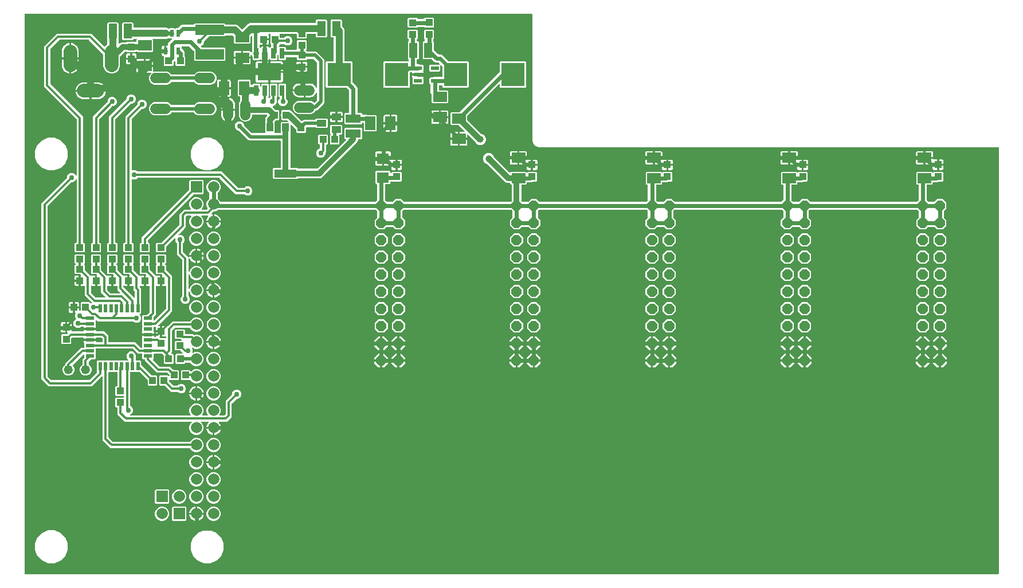
<source format=gbr>
G04 EAGLE Gerber RS-274X export*
G75*
%MOMM*%
%FSLAX34Y34*%
%LPD*%
%INTop Copper*%
%IPPOS*%
%AMOC8*
5,1,8,0,0,1.08239X$1,22.5*%
G01*
%ADD10R,1.665000X1.665000*%
%ADD11C,1.665000*%
%ADD12P,1.649562X8X292.500000*%
%ADD13R,1.800000X1.600000*%
%ADD14R,2.000000X1.500000*%
%ADD15R,1.080000X1.050000*%
%ADD16R,1.270000X0.558800*%
%ADD17R,0.558800X1.270000*%
%ADD18C,1.320800*%
%ADD19R,1.100000X1.000000*%
%ADD20R,1.000000X1.100000*%
%ADD21R,0.700000X1.550000*%
%ADD22R,3.500000X2.600000*%
%ADD23C,2.000000*%
%ADD24R,1.500000X2.000000*%
%ADD25C,1.524000*%
%ADD26R,1.200000X0.600000*%
%ADD27R,3.500000X3.500000*%
%ADD28R,1.250000X2.200000*%
%ADD29R,2.200000X1.250000*%
%ADD30R,1.000000X1.200000*%
%ADD31R,3.300000X1.200000*%
%ADD32R,1.400000X1.000000*%
%ADD33R,0.550000X1.050000*%
%ADD34R,4.200000X1.500000*%
%ADD35R,1.050000X1.080000*%
%ADD36C,0.304800*%
%ADD37C,0.756400*%
%ADD38C,0.609600*%
%ADD39C,0.812800*%
%ADD40C,1.006400*%
%ADD41C,0.406400*%
%ADD42C,0.508000*%
%ADD43C,1.016000*%

G36*
X1449098Y10164D02*
X1449098Y10164D01*
X1449117Y10162D01*
X1449219Y10184D01*
X1449321Y10200D01*
X1449338Y10210D01*
X1449358Y10214D01*
X1449447Y10267D01*
X1449538Y10316D01*
X1449552Y10330D01*
X1449569Y10340D01*
X1449636Y10419D01*
X1449708Y10494D01*
X1449716Y10512D01*
X1449729Y10527D01*
X1449768Y10623D01*
X1449811Y10717D01*
X1449813Y10737D01*
X1449821Y10755D01*
X1449839Y10922D01*
X1449839Y639554D01*
X1449836Y639574D01*
X1449838Y639593D01*
X1449816Y639695D01*
X1449800Y639797D01*
X1449790Y639814D01*
X1449786Y639834D01*
X1449733Y639923D01*
X1449684Y640014D01*
X1449670Y640028D01*
X1449660Y640045D01*
X1449581Y640112D01*
X1449506Y640184D01*
X1449488Y640192D01*
X1449473Y640205D01*
X1449377Y640244D01*
X1449283Y640287D01*
X1449263Y640289D01*
X1449245Y640297D01*
X1449078Y640315D01*
X769676Y640315D01*
X765381Y642094D01*
X762094Y645381D01*
X760315Y649676D01*
X760315Y837078D01*
X760312Y837098D01*
X760314Y837117D01*
X760292Y837219D01*
X760276Y837321D01*
X760266Y837338D01*
X760262Y837358D01*
X760209Y837447D01*
X760160Y837538D01*
X760146Y837552D01*
X760136Y837569D01*
X760057Y837636D01*
X759982Y837708D01*
X759964Y837716D01*
X759949Y837729D01*
X759853Y837768D01*
X759759Y837811D01*
X759739Y837813D01*
X759721Y837821D01*
X759554Y837839D01*
X10922Y837839D01*
X10902Y837836D01*
X10883Y837838D01*
X10781Y837816D01*
X10679Y837800D01*
X10662Y837790D01*
X10642Y837786D01*
X10553Y837733D01*
X10462Y837684D01*
X10448Y837670D01*
X10431Y837660D01*
X10364Y837581D01*
X10292Y837506D01*
X10284Y837488D01*
X10271Y837473D01*
X10232Y837377D01*
X10189Y837283D01*
X10187Y837263D01*
X10179Y837245D01*
X10161Y837078D01*
X10161Y10922D01*
X10164Y10902D01*
X10162Y10883D01*
X10184Y10781D01*
X10200Y10679D01*
X10210Y10662D01*
X10214Y10642D01*
X10267Y10553D01*
X10316Y10462D01*
X10330Y10448D01*
X10340Y10431D01*
X10419Y10364D01*
X10494Y10292D01*
X10512Y10284D01*
X10527Y10271D01*
X10623Y10232D01*
X10717Y10189D01*
X10737Y10187D01*
X10755Y10179D01*
X10922Y10161D01*
X1449078Y10161D01*
X1449098Y10164D01*
G37*
%LPC*%
G36*
X262240Y190392D02*
X262240Y190392D01*
X258433Y191969D01*
X255519Y194883D01*
X255178Y195707D01*
X255116Y195807D01*
X255056Y195907D01*
X255051Y195911D01*
X255048Y195916D01*
X254958Y195991D01*
X254869Y196067D01*
X254863Y196069D01*
X254858Y196073D01*
X254750Y196115D01*
X254641Y196159D01*
X254633Y196160D01*
X254629Y196161D01*
X254611Y196162D01*
X254474Y196177D01*
X137356Y196177D01*
X125427Y208106D01*
X125427Y301123D01*
X125416Y301193D01*
X125414Y301265D01*
X125396Y301314D01*
X125388Y301365D01*
X125354Y301429D01*
X125329Y301496D01*
X125297Y301537D01*
X125272Y301583D01*
X125220Y301632D01*
X125176Y301688D01*
X125132Y301716D01*
X125094Y301752D01*
X125029Y301782D01*
X124969Y301821D01*
X124918Y301834D01*
X124871Y301856D01*
X124800Y301864D01*
X124730Y301881D01*
X124678Y301877D01*
X124627Y301883D01*
X124556Y301868D01*
X124485Y301862D01*
X124437Y301842D01*
X124386Y301831D01*
X124325Y301794D01*
X124259Y301766D01*
X124203Y301721D01*
X124175Y301704D01*
X124160Y301687D01*
X124128Y301661D01*
X112796Y290329D01*
X109894Y287427D01*
X46106Y287427D01*
X35427Y298106D01*
X35427Y557894D01*
X72946Y595413D01*
X72999Y595487D01*
X73059Y595557D01*
X73071Y595587D01*
X73090Y595613D01*
X73117Y595700D01*
X73151Y595785D01*
X73155Y595826D01*
X73162Y595848D01*
X73161Y595880D01*
X73169Y595951D01*
X73169Y597359D01*
X74209Y599869D01*
X76131Y601791D01*
X78641Y602831D01*
X81359Y602831D01*
X83869Y601791D01*
X85791Y599869D01*
X85963Y599454D01*
X86014Y599371D01*
X86060Y599285D01*
X86079Y599267D01*
X86092Y599245D01*
X86167Y599183D01*
X86238Y599116D01*
X86262Y599105D01*
X86282Y599088D01*
X86373Y599053D01*
X86461Y599012D01*
X86487Y599010D01*
X86511Y599000D01*
X86609Y598996D01*
X86705Y598985D01*
X86731Y598991D01*
X86757Y598990D01*
X86851Y599017D01*
X86946Y599038D01*
X86968Y599051D01*
X86993Y599058D01*
X87073Y599114D01*
X87157Y599164D01*
X87174Y599184D01*
X87195Y599199D01*
X87254Y599277D01*
X87317Y599351D01*
X87327Y599375D01*
X87342Y599396D01*
X87372Y599488D01*
X87409Y599579D01*
X87412Y599611D01*
X87418Y599630D01*
X87418Y599663D01*
X87427Y599746D01*
X87427Y681791D01*
X87413Y681881D01*
X87405Y681972D01*
X87393Y682001D01*
X87388Y682033D01*
X87345Y682114D01*
X87309Y682198D01*
X87283Y682230D01*
X87272Y682251D01*
X87249Y682273D01*
X87204Y682329D01*
X39427Y730106D01*
X39427Y789894D01*
X58106Y808573D01*
X108894Y808573D01*
X128187Y789280D01*
X128203Y789269D01*
X128215Y789253D01*
X128303Y789197D01*
X128386Y789137D01*
X128405Y789131D01*
X128422Y789120D01*
X128523Y789095D01*
X128622Y789064D01*
X128641Y789065D01*
X128661Y789060D01*
X128764Y789068D01*
X128867Y789071D01*
X128886Y789077D01*
X128906Y789079D01*
X129001Y789119D01*
X129098Y789155D01*
X129114Y789168D01*
X129132Y789175D01*
X129263Y789280D01*
X132184Y792201D01*
X132401Y792291D01*
X132501Y792352D01*
X132601Y792412D01*
X132605Y792417D01*
X132610Y792420D01*
X132685Y792510D01*
X132761Y792599D01*
X132763Y792605D01*
X132767Y792610D01*
X132809Y792718D01*
X132853Y792827D01*
X132854Y792835D01*
X132855Y792840D01*
X132856Y792858D01*
X132871Y792994D01*
X132871Y799689D01*
X132857Y799779D01*
X132849Y799870D01*
X132837Y799899D01*
X132832Y799931D01*
X132789Y800012D01*
X132753Y800096D01*
X132727Y800128D01*
X132717Y800147D01*
X132717Y823842D01*
X133908Y825033D01*
X148092Y825033D01*
X149283Y823842D01*
X149283Y800135D01*
X149239Y800084D01*
X149227Y800053D01*
X149208Y800027D01*
X149181Y799940D01*
X149147Y799855D01*
X149143Y799814D01*
X149136Y799792D01*
X149137Y799760D01*
X149129Y799689D01*
X149129Y794025D01*
X149140Y793955D01*
X149142Y793883D01*
X149160Y793834D01*
X149168Y793783D01*
X149202Y793719D01*
X149227Y793652D01*
X149259Y793611D01*
X149284Y793565D01*
X149336Y793516D01*
X149380Y793460D01*
X149424Y793432D01*
X149462Y793396D01*
X149527Y793366D01*
X149587Y793327D01*
X149638Y793314D01*
X149685Y793292D01*
X149756Y793284D01*
X149826Y793267D01*
X149878Y793271D01*
X149929Y793265D01*
X150000Y793280D01*
X150071Y793286D01*
X150119Y793306D01*
X150170Y793317D01*
X150231Y793354D01*
X150297Y793382D01*
X150353Y793427D01*
X150381Y793444D01*
X150396Y793461D01*
X150428Y793487D01*
X151721Y794780D01*
X154335Y795863D01*
X161273Y795863D01*
X161363Y795877D01*
X161454Y795885D01*
X161483Y795897D01*
X161515Y795902D01*
X161596Y795945D01*
X161680Y795981D01*
X161712Y796007D01*
X161733Y796018D01*
X161747Y796033D01*
X174263Y796033D01*
X174332Y795973D01*
X174363Y795961D01*
X174389Y795942D01*
X174476Y795915D01*
X174561Y795881D01*
X174602Y795877D01*
X174624Y795870D01*
X174656Y795871D01*
X174727Y795863D01*
X175206Y795863D01*
X175226Y795866D01*
X175245Y795864D01*
X175347Y795886D01*
X175449Y795902D01*
X175466Y795912D01*
X175486Y795916D01*
X175575Y795969D01*
X175666Y796018D01*
X175680Y796032D01*
X175697Y796042D01*
X175764Y796121D01*
X175836Y796196D01*
X175844Y796214D01*
X175857Y796229D01*
X175896Y796325D01*
X175939Y796419D01*
X175941Y796439D01*
X175949Y796457D01*
X175967Y796624D01*
X175967Y799342D01*
X176197Y799572D01*
X176239Y799630D01*
X176288Y799682D01*
X176310Y799729D01*
X176341Y799771D01*
X176362Y799840D01*
X176392Y799905D01*
X176398Y799957D01*
X176413Y800007D01*
X176411Y800078D01*
X176419Y800149D01*
X176408Y800200D01*
X176407Y800252D01*
X176382Y800320D01*
X176367Y800390D01*
X176340Y800435D01*
X176322Y800483D01*
X176277Y800539D01*
X176241Y800601D01*
X176201Y800635D01*
X176168Y800675D01*
X176108Y800714D01*
X176054Y800761D01*
X176005Y800780D01*
X175962Y800808D01*
X175892Y800826D01*
X175825Y800853D01*
X175754Y800861D01*
X175723Y800869D01*
X175700Y800867D01*
X175659Y800871D01*
X172044Y800871D01*
X172024Y800868D01*
X172005Y800870D01*
X171903Y800848D01*
X171801Y800832D01*
X171784Y800822D01*
X171764Y800818D01*
X171675Y800765D01*
X171584Y800716D01*
X171570Y800702D01*
X171553Y800692D01*
X171486Y800613D01*
X171414Y800538D01*
X171406Y800520D01*
X171393Y800505D01*
X171354Y800409D01*
X171311Y800315D01*
X171309Y800295D01*
X171301Y800277D01*
X171289Y800164D01*
X170092Y798967D01*
X155908Y798967D01*
X154717Y800158D01*
X154717Y823842D01*
X155908Y825033D01*
X170092Y825033D01*
X171283Y823842D01*
X171283Y817890D01*
X171286Y817870D01*
X171284Y817851D01*
X171306Y817749D01*
X171322Y817647D01*
X171332Y817630D01*
X171336Y817610D01*
X171389Y817521D01*
X171438Y817430D01*
X171452Y817416D01*
X171462Y817399D01*
X171541Y817332D01*
X171616Y817260D01*
X171634Y817252D01*
X171649Y817239D01*
X171745Y817200D01*
X171839Y817157D01*
X171859Y817155D01*
X171877Y817147D01*
X172044Y817129D01*
X220117Y817129D01*
X222019Y816341D01*
X222083Y816326D01*
X222099Y816319D01*
X222110Y816313D01*
X222137Y816294D01*
X222155Y816288D01*
X222184Y816272D01*
X223180Y815860D01*
X223222Y815830D01*
X223241Y815824D01*
X223258Y815813D01*
X223358Y815788D01*
X223457Y815758D01*
X223477Y815758D01*
X223496Y815753D01*
X223599Y815761D01*
X223702Y815764D01*
X223721Y815771D01*
X223742Y815772D01*
X223836Y815813D01*
X223934Y815848D01*
X223949Y815861D01*
X223968Y815869D01*
X224099Y815974D01*
X224408Y816283D01*
X231592Y816283D01*
X232212Y815663D01*
X232228Y815651D01*
X232240Y815636D01*
X232328Y815580D01*
X232411Y815519D01*
X232430Y815514D01*
X232447Y815503D01*
X232548Y815478D01*
X232647Y815447D01*
X232666Y815448D01*
X232686Y815443D01*
X232789Y815451D01*
X232892Y815453D01*
X232911Y815460D01*
X232931Y815462D01*
X233026Y815502D01*
X233123Y815538D01*
X233139Y815550D01*
X233157Y815558D01*
X233288Y815663D01*
X233908Y816283D01*
X235845Y816283D01*
X235935Y816297D01*
X236026Y816305D01*
X236056Y816317D01*
X236088Y816322D01*
X236169Y816365D01*
X236253Y816401D01*
X236285Y816427D01*
X236305Y816438D01*
X236328Y816461D01*
X236384Y816506D01*
X239224Y819346D01*
X239224Y819347D01*
X241046Y821169D01*
X243287Y822097D01*
X260407Y822097D01*
X260497Y822111D01*
X260588Y822119D01*
X260617Y822131D01*
X260649Y822136D01*
X260730Y822179D01*
X260814Y822215D01*
X260846Y822241D01*
X260867Y822252D01*
X260889Y822275D01*
X260945Y822320D01*
X262158Y823533D01*
X305842Y823533D01*
X307023Y822352D01*
X307097Y822299D01*
X307166Y822239D01*
X307197Y822227D01*
X307223Y822208D01*
X307310Y822181D01*
X307395Y822147D01*
X307436Y822143D01*
X307458Y822136D01*
X307490Y822137D01*
X307561Y822129D01*
X322617Y822129D01*
X325605Y820891D01*
X327998Y818497D01*
X331462Y815034D01*
X331478Y815022D01*
X331490Y815007D01*
X331578Y814951D01*
X331661Y814891D01*
X331680Y814885D01*
X331697Y814874D01*
X331798Y814849D01*
X331897Y814818D01*
X331916Y814819D01*
X331936Y814814D01*
X332039Y814822D01*
X332142Y814825D01*
X332161Y814831D01*
X332181Y814833D01*
X332276Y814873D01*
X332373Y814909D01*
X332389Y814921D01*
X332407Y814929D01*
X332538Y815034D01*
X338502Y820998D01*
X338503Y820998D01*
X340395Y822891D01*
X343383Y824129D01*
X439956Y824129D01*
X439976Y824132D01*
X439995Y824130D01*
X440097Y824152D01*
X440199Y824168D01*
X440216Y824178D01*
X440236Y824182D01*
X440325Y824235D01*
X440416Y824284D01*
X440430Y824298D01*
X440447Y824308D01*
X440514Y824387D01*
X440586Y824462D01*
X440594Y824480D01*
X440607Y824495D01*
X440646Y824591D01*
X440689Y824685D01*
X440691Y824705D01*
X440699Y824723D01*
X440717Y824890D01*
X440717Y827842D01*
X441908Y829033D01*
X456092Y829033D01*
X457283Y827842D01*
X457283Y804158D01*
X456092Y802967D01*
X441908Y802967D01*
X440717Y804158D01*
X440717Y807110D01*
X440714Y807130D01*
X440716Y807149D01*
X440694Y807251D01*
X440678Y807353D01*
X440668Y807370D01*
X440664Y807390D01*
X440611Y807479D01*
X440562Y807570D01*
X440548Y807584D01*
X440538Y807601D01*
X440459Y807668D01*
X440384Y807740D01*
X440366Y807748D01*
X440351Y807761D01*
X440255Y807800D01*
X440161Y807843D01*
X440141Y807845D01*
X440123Y807853D01*
X439956Y807871D01*
X428294Y807871D01*
X428274Y807868D01*
X428255Y807870D01*
X428153Y807848D01*
X428051Y807832D01*
X428034Y807822D01*
X428014Y807818D01*
X427925Y807765D01*
X427834Y807716D01*
X427820Y807702D01*
X427803Y807692D01*
X427736Y807613D01*
X427664Y807538D01*
X427656Y807520D01*
X427643Y807505D01*
X427604Y807409D01*
X427561Y807315D01*
X427559Y807295D01*
X427551Y807277D01*
X427533Y807110D01*
X427533Y802658D01*
X426342Y801467D01*
X413658Y801467D01*
X412467Y802658D01*
X412467Y807110D01*
X412464Y807130D01*
X412466Y807149D01*
X412444Y807251D01*
X412428Y807353D01*
X412418Y807370D01*
X412414Y807390D01*
X412361Y807479D01*
X412312Y807570D01*
X412298Y807584D01*
X412288Y807601D01*
X412209Y807668D01*
X412134Y807740D01*
X412116Y807748D01*
X412101Y807761D01*
X412005Y807800D01*
X411911Y807843D01*
X411891Y807845D01*
X411873Y807853D01*
X411706Y807871D01*
X387841Y807871D01*
X387771Y807860D01*
X387699Y807858D01*
X387650Y807840D01*
X387599Y807832D01*
X387535Y807798D01*
X387468Y807773D01*
X387427Y807741D01*
X387381Y807716D01*
X387332Y807665D01*
X387276Y807620D01*
X387248Y807576D01*
X387212Y807538D01*
X387182Y807473D01*
X387143Y807413D01*
X387130Y807362D01*
X387108Y807315D01*
X387100Y807244D01*
X387083Y807174D01*
X387087Y807122D01*
X387081Y807071D01*
X387096Y807000D01*
X387102Y806929D01*
X387122Y806881D01*
X387133Y806830D01*
X387170Y806769D01*
X387198Y806703D01*
X387243Y806647D01*
X387259Y806619D01*
X387277Y806604D01*
X387303Y806572D01*
X387533Y806342D01*
X387533Y803164D01*
X387536Y803144D01*
X387534Y803125D01*
X387556Y803023D01*
X387572Y802921D01*
X387582Y802904D01*
X387586Y802884D01*
X387639Y802795D01*
X387688Y802704D01*
X387702Y802690D01*
X387712Y802673D01*
X387791Y802606D01*
X387866Y802534D01*
X387884Y802526D01*
X387899Y802513D01*
X387995Y802474D01*
X388089Y802431D01*
X388109Y802429D01*
X388127Y802421D01*
X388294Y802403D01*
X393760Y802403D01*
X393850Y802417D01*
X393941Y802425D01*
X393970Y802437D01*
X394002Y802442D01*
X394083Y802485D01*
X394167Y802521D01*
X394199Y802547D01*
X394220Y802558D01*
X394242Y802581D01*
X394298Y802626D01*
X395293Y803621D01*
X397804Y804661D01*
X400521Y804661D01*
X403032Y803621D01*
X404953Y801699D01*
X405993Y799189D01*
X405993Y796471D01*
X404953Y793961D01*
X403032Y792039D01*
X400521Y790999D01*
X397804Y790999D01*
X395293Y792039D01*
X394298Y793034D01*
X394224Y793087D01*
X394154Y793147D01*
X394124Y793159D01*
X394098Y793178D01*
X394011Y793205D01*
X393926Y793239D01*
X393885Y793243D01*
X393863Y793250D01*
X393831Y793249D01*
X393760Y793257D01*
X388539Y793257D01*
X388449Y793243D01*
X388358Y793235D01*
X388329Y793223D01*
X388297Y793218D01*
X388216Y793175D01*
X388132Y793139D01*
X388100Y793113D01*
X388079Y793102D01*
X388057Y793079D01*
X388001Y793034D01*
X386312Y791345D01*
X386259Y791271D01*
X386199Y791201D01*
X386187Y791171D01*
X386168Y791145D01*
X386141Y791058D01*
X386107Y790973D01*
X386103Y790932D01*
X386096Y790910D01*
X386097Y790878D01*
X386089Y790807D01*
X386089Y789794D01*
X386092Y789774D01*
X386090Y789755D01*
X386112Y789653D01*
X386128Y789551D01*
X386138Y789534D01*
X386142Y789514D01*
X386195Y789425D01*
X386244Y789334D01*
X386258Y789320D01*
X386268Y789303D01*
X386347Y789236D01*
X386422Y789164D01*
X386440Y789156D01*
X386455Y789143D01*
X386551Y789104D01*
X386645Y789061D01*
X386665Y789059D01*
X386683Y789051D01*
X386850Y789033D01*
X395392Y789033D01*
X396583Y787842D01*
X396583Y785600D01*
X396586Y785580D01*
X396584Y785561D01*
X396606Y785459D01*
X396622Y785357D01*
X396632Y785340D01*
X396636Y785320D01*
X396689Y785231D01*
X396738Y785140D01*
X396752Y785126D01*
X396762Y785109D01*
X396841Y785042D01*
X396916Y784970D01*
X396934Y784962D01*
X396949Y784949D01*
X397045Y784910D01*
X397139Y784867D01*
X397159Y784865D01*
X397177Y784857D01*
X397344Y784839D01*
X411706Y784839D01*
X411726Y784842D01*
X411745Y784840D01*
X411847Y784862D01*
X411949Y784878D01*
X411966Y784888D01*
X411986Y784892D01*
X412075Y784945D01*
X412166Y784994D01*
X412180Y785008D01*
X412197Y785018D01*
X412264Y785097D01*
X412336Y785172D01*
X412344Y785190D01*
X412357Y785205D01*
X412396Y785301D01*
X412439Y785395D01*
X412441Y785415D01*
X412449Y785433D01*
X412467Y785600D01*
X412467Y797342D01*
X413658Y798533D01*
X426342Y798533D01*
X427533Y797342D01*
X427533Y785658D01*
X426413Y784538D01*
X426401Y784522D01*
X426386Y784510D01*
X426330Y784422D01*
X426269Y784339D01*
X426264Y784320D01*
X426253Y784303D01*
X426228Y784202D01*
X426197Y784103D01*
X426198Y784084D01*
X426193Y784064D01*
X426201Y783961D01*
X426203Y783858D01*
X426210Y783839D01*
X426212Y783819D01*
X426252Y783724D01*
X426288Y783627D01*
X426300Y783611D01*
X426308Y783593D01*
X426413Y783462D01*
X427563Y782312D01*
X427637Y782259D01*
X427706Y782199D01*
X427737Y782187D01*
X427763Y782168D01*
X427850Y782141D01*
X427935Y782107D01*
X427976Y782103D01*
X427998Y782096D01*
X428030Y782097D01*
X428101Y782089D01*
X440612Y782089D01*
X442666Y781238D01*
X452738Y771166D01*
X453589Y769112D01*
X453589Y706888D01*
X452738Y704834D01*
X443166Y695262D01*
X441112Y694411D01*
X440552Y694411D01*
X440437Y694393D01*
X440321Y694375D01*
X440315Y694373D01*
X440309Y694372D01*
X440206Y694317D01*
X440102Y694264D01*
X440097Y694259D01*
X440092Y694256D01*
X440011Y694171D01*
X439929Y694088D01*
X439926Y694082D01*
X439922Y694078D01*
X439914Y694061D01*
X439848Y693941D01*
X439803Y693832D01*
X437088Y691117D01*
X433540Y689647D01*
X414460Y689647D01*
X410912Y691117D01*
X408197Y693832D01*
X406727Y697380D01*
X406727Y701220D01*
X408197Y704768D01*
X410912Y707483D01*
X414460Y708953D01*
X433540Y708953D01*
X437088Y707483D01*
X437795Y706776D01*
X437812Y706764D01*
X437824Y706748D01*
X437911Y706692D01*
X437995Y706632D01*
X438014Y706626D01*
X438031Y706615D01*
X438131Y706590D01*
X438230Y706560D01*
X438250Y706560D01*
X438269Y706555D01*
X438372Y706563D01*
X438476Y706566D01*
X438495Y706573D01*
X438515Y706574D01*
X438610Y706615D01*
X438707Y706651D01*
X438723Y706663D01*
X438741Y706671D01*
X438872Y706776D01*
X442188Y710092D01*
X442241Y710166D01*
X442301Y710235D01*
X442313Y710265D01*
X442332Y710292D01*
X442359Y710379D01*
X442393Y710464D01*
X442397Y710504D01*
X442404Y710527D01*
X442403Y710559D01*
X442411Y710630D01*
X442411Y720327D01*
X442400Y720394D01*
X442399Y720462D01*
X442381Y720515D01*
X442372Y720570D01*
X442340Y720630D01*
X442317Y720694D01*
X442283Y720738D01*
X442256Y720787D01*
X442207Y720834D01*
X442166Y720887D01*
X442119Y720918D01*
X442078Y720957D01*
X442017Y720985D01*
X441960Y721023D01*
X441906Y721037D01*
X441855Y721060D01*
X441788Y721068D01*
X441722Y721085D01*
X441666Y721081D01*
X441611Y721088D01*
X441544Y721073D01*
X441477Y721069D01*
X441425Y721047D01*
X441370Y721035D01*
X441312Y721000D01*
X441249Y720975D01*
X441207Y720938D01*
X441159Y720909D01*
X441115Y720858D01*
X441064Y720813D01*
X441021Y720747D01*
X440999Y720722D01*
X440991Y720703D01*
X440972Y720673D01*
X440310Y719375D01*
X439370Y718081D01*
X438239Y716950D01*
X436945Y716010D01*
X435520Y715284D01*
X433999Y714789D01*
X432420Y714539D01*
X425523Y714539D01*
X425523Y723938D01*
X425520Y723958D01*
X425522Y723977D01*
X425500Y724079D01*
X425483Y724181D01*
X425474Y724198D01*
X425470Y724218D01*
X425417Y724307D01*
X425368Y724398D01*
X425354Y724412D01*
X425344Y724429D01*
X425265Y724496D01*
X425190Y724567D01*
X425172Y724576D01*
X425157Y724589D01*
X425061Y724627D01*
X424967Y724671D01*
X424947Y724673D01*
X424929Y724681D01*
X424762Y724699D01*
X423999Y724699D01*
X423999Y724701D01*
X424762Y724701D01*
X424782Y724704D01*
X424801Y724702D01*
X424903Y724724D01*
X425005Y724741D01*
X425022Y724750D01*
X425042Y724754D01*
X425131Y724807D01*
X425222Y724856D01*
X425236Y724870D01*
X425253Y724880D01*
X425320Y724959D01*
X425391Y725034D01*
X425400Y725052D01*
X425413Y725067D01*
X425452Y725163D01*
X425495Y725257D01*
X425497Y725277D01*
X425505Y725295D01*
X425523Y725462D01*
X425523Y734861D01*
X432420Y734861D01*
X433999Y734611D01*
X435520Y734116D01*
X436945Y733390D01*
X438239Y732450D01*
X439370Y731319D01*
X440310Y730025D01*
X440972Y728727D01*
X441012Y728672D01*
X441044Y728613D01*
X441084Y728574D01*
X441117Y728529D01*
X441173Y728490D01*
X441222Y728443D01*
X441273Y728420D01*
X441319Y728387D01*
X441384Y728368D01*
X441445Y728340D01*
X441501Y728333D01*
X441554Y728317D01*
X441622Y728320D01*
X441689Y728312D01*
X441744Y728324D01*
X441800Y728326D01*
X441864Y728350D01*
X441930Y728365D01*
X441978Y728393D01*
X442030Y728413D01*
X442083Y728456D01*
X442141Y728491D01*
X442177Y728533D01*
X442221Y728569D01*
X442257Y728626D01*
X442301Y728678D01*
X442322Y728730D01*
X442352Y728777D01*
X442367Y728843D01*
X442393Y728906D01*
X442401Y728984D01*
X442409Y729016D01*
X442407Y729037D01*
X442411Y729073D01*
X442411Y765370D01*
X442397Y765460D01*
X442389Y765551D01*
X442377Y765581D01*
X442372Y765612D01*
X442329Y765693D01*
X442293Y765777D01*
X442267Y765809D01*
X442256Y765830D01*
X442233Y765852D01*
X442188Y765908D01*
X437408Y770688D01*
X437334Y770741D01*
X437265Y770801D01*
X437234Y770813D01*
X437208Y770832D01*
X437121Y770859D01*
X437036Y770893D01*
X436996Y770897D01*
X436973Y770904D01*
X436941Y770903D01*
X436870Y770911D01*
X428101Y770911D01*
X428011Y770897D01*
X427920Y770889D01*
X427891Y770877D01*
X427859Y770872D01*
X427778Y770829D01*
X427694Y770793D01*
X427662Y770767D01*
X427641Y770756D01*
X427619Y770733D01*
X427563Y770688D01*
X426342Y769467D01*
X413658Y769467D01*
X412467Y770658D01*
X412467Y772900D01*
X412464Y772920D01*
X412466Y772939D01*
X412444Y773041D01*
X412428Y773143D01*
X412418Y773160D01*
X412414Y773180D01*
X412361Y773269D01*
X412312Y773360D01*
X412298Y773374D01*
X412288Y773391D01*
X412209Y773458D01*
X412134Y773530D01*
X412116Y773538D01*
X412101Y773551D01*
X412005Y773590D01*
X411911Y773633D01*
X411891Y773635D01*
X411873Y773643D01*
X411706Y773661D01*
X397344Y773661D01*
X397324Y773658D01*
X397305Y773660D01*
X397203Y773638D01*
X397101Y773622D01*
X397084Y773612D01*
X397064Y773608D01*
X396975Y773555D01*
X396884Y773506D01*
X396870Y773492D01*
X396853Y773482D01*
X396786Y773403D01*
X396714Y773328D01*
X396706Y773310D01*
X396693Y773295D01*
X396654Y773199D01*
X396611Y773105D01*
X396609Y773085D01*
X396601Y773067D01*
X396583Y772900D01*
X396583Y770658D01*
X395392Y769467D01*
X386708Y769467D01*
X385517Y770658D01*
X385517Y776676D01*
X385506Y776747D01*
X385504Y776818D01*
X385486Y776867D01*
X385478Y776919D01*
X385444Y776982D01*
X385419Y777049D01*
X385387Y777090D01*
X385362Y777136D01*
X385311Y777185D01*
X385266Y777241D01*
X385222Y777269D01*
X385184Y777305D01*
X385119Y777335D01*
X385059Y777374D01*
X385008Y777387D01*
X384961Y777409D01*
X384890Y777417D01*
X384820Y777434D01*
X384768Y777430D01*
X384717Y777436D01*
X384646Y777421D01*
X384575Y777415D01*
X384527Y777395D01*
X384476Y777384D01*
X384415Y777347D01*
X384349Y777319D01*
X384293Y777274D01*
X384265Y777258D01*
X384250Y777240D01*
X384218Y777214D01*
X384106Y777102D01*
X384053Y777028D01*
X383993Y776959D01*
X383981Y776928D01*
X383962Y776902D01*
X383935Y776815D01*
X383901Y776730D01*
X383897Y776690D01*
X383890Y776667D01*
X383891Y776635D01*
X383883Y776564D01*
X383883Y770658D01*
X382692Y769467D01*
X374008Y769467D01*
X372746Y770730D01*
X372650Y770799D01*
X372553Y770870D01*
X372549Y770871D01*
X372546Y770873D01*
X372433Y770908D01*
X372319Y770944D01*
X372315Y770944D01*
X372311Y770946D01*
X372192Y770943D01*
X372073Y770941D01*
X372069Y770939D01*
X372065Y770939D01*
X371953Y770898D01*
X371841Y770859D01*
X371838Y770856D01*
X371834Y770855D01*
X371740Y770780D01*
X371647Y770707D01*
X371644Y770703D01*
X371642Y770701D01*
X371634Y770689D01*
X371548Y770572D01*
X371183Y769940D01*
X370710Y769467D01*
X370131Y769132D01*
X369776Y769037D01*
X369754Y769027D01*
X369730Y769023D01*
X369642Y768977D01*
X369551Y768936D01*
X369534Y768920D01*
X369513Y768908D01*
X369444Y768837D01*
X369371Y768769D01*
X369360Y768748D01*
X369343Y768730D01*
X369301Y768640D01*
X369254Y768553D01*
X369250Y768529D01*
X369240Y768507D01*
X369229Y768408D01*
X369211Y768310D01*
X369215Y768286D01*
X369212Y768263D01*
X369234Y768166D01*
X369249Y768067D01*
X369260Y768046D01*
X369265Y768022D01*
X369316Y767937D01*
X369361Y767848D01*
X369379Y767832D01*
X369391Y767811D01*
X369466Y767746D01*
X369538Y767677D01*
X369559Y767667D01*
X369578Y767651D01*
X369670Y767614D01*
X369760Y767571D01*
X369784Y767568D01*
X369806Y767559D01*
X369973Y767541D01*
X370477Y767541D01*
X370477Y753523D01*
X351959Y753523D01*
X351959Y765334D01*
X352132Y765981D01*
X352467Y766560D01*
X352940Y767033D01*
X353519Y767368D01*
X354166Y767541D01*
X361327Y767541D01*
X361351Y767545D01*
X361375Y767542D01*
X361472Y767564D01*
X361570Y767580D01*
X361591Y767592D01*
X361615Y767597D01*
X361700Y767649D01*
X361787Y767696D01*
X361804Y767713D01*
X361825Y767726D01*
X361888Y767802D01*
X361957Y767874D01*
X361967Y767896D01*
X361982Y767914D01*
X362019Y768007D01*
X362060Y768097D01*
X362063Y768121D01*
X362072Y768143D01*
X362077Y768243D01*
X362088Y768341D01*
X362082Y768365D01*
X362084Y768389D01*
X362056Y768485D01*
X362035Y768582D01*
X362023Y768602D01*
X362016Y768626D01*
X361960Y768708D01*
X361909Y768793D01*
X361891Y768809D01*
X361877Y768828D01*
X361798Y768888D01*
X361722Y768953D01*
X361700Y768962D01*
X361681Y768976D01*
X361524Y769037D01*
X361169Y769132D01*
X360590Y769467D01*
X360117Y769940D01*
X359752Y770572D01*
X359677Y770664D01*
X359602Y770757D01*
X359599Y770759D01*
X359596Y770762D01*
X359496Y770825D01*
X359395Y770890D01*
X359391Y770891D01*
X359388Y770893D01*
X359273Y770921D01*
X359157Y770950D01*
X359153Y770950D01*
X359149Y770951D01*
X359030Y770940D01*
X358912Y770931D01*
X358908Y770929D01*
X358904Y770929D01*
X358794Y770881D01*
X358685Y770835D01*
X358682Y770831D01*
X358678Y770830D01*
X358668Y770821D01*
X358554Y770730D01*
X357292Y769467D01*
X348608Y769467D01*
X347417Y770658D01*
X347417Y773908D01*
X347403Y773999D01*
X347395Y774089D01*
X347383Y774119D01*
X347378Y774151D01*
X347335Y774232D01*
X347299Y774316D01*
X347273Y774348D01*
X347262Y774369D01*
X347239Y774391D01*
X347194Y774447D01*
X346670Y774971D01*
X346005Y776576D01*
X345954Y776659D01*
X345908Y776745D01*
X345890Y776763D01*
X345876Y776785D01*
X345800Y776847D01*
X345730Y776914D01*
X345706Y776925D01*
X345686Y776942D01*
X345595Y776977D01*
X345507Y777018D01*
X345481Y777021D01*
X345457Y777030D01*
X345359Y777034D01*
X345263Y777045D01*
X345237Y777039D01*
X345211Y777041D01*
X345117Y777013D01*
X345022Y776993D01*
X345000Y776979D01*
X344975Y776972D01*
X344895Y776916D01*
X344811Y776867D01*
X344794Y776847D01*
X344773Y776832D01*
X344714Y776754D01*
X344651Y776680D01*
X344641Y776655D01*
X344626Y776634D01*
X344596Y776542D01*
X344559Y776451D01*
X344556Y776419D01*
X344550Y776400D01*
X344550Y776367D01*
X344541Y776285D01*
X344541Y774523D01*
X333523Y774523D01*
X333523Y783041D01*
X342334Y783041D01*
X342981Y782868D01*
X343560Y782533D01*
X344033Y782060D01*
X344368Y781481D01*
X344440Y781212D01*
X344489Y781101D01*
X344539Y780991D01*
X344540Y780989D01*
X344541Y780987D01*
X344622Y780900D01*
X344705Y780810D01*
X344707Y780809D01*
X344708Y780807D01*
X344814Y780750D01*
X344921Y780691D01*
X344923Y780691D01*
X344924Y780690D01*
X345044Y780669D01*
X345163Y780647D01*
X345165Y780648D01*
X345167Y780647D01*
X345288Y780666D01*
X345406Y780683D01*
X345408Y780684D01*
X345410Y780685D01*
X345516Y780739D01*
X345625Y780795D01*
X345627Y780796D01*
X345628Y780797D01*
X345711Y780882D01*
X345797Y780970D01*
X345799Y780973D01*
X345800Y780974D01*
X345803Y780980D01*
X345878Y781117D01*
X346353Y782264D01*
X346368Y782328D01*
X346393Y782389D01*
X346402Y782472D01*
X346409Y782504D01*
X346408Y782523D01*
X346411Y782556D01*
X346411Y804078D01*
X346400Y804148D01*
X346398Y804220D01*
X346380Y804269D01*
X346372Y804320D01*
X346338Y804384D01*
X346313Y804451D01*
X346281Y804492D01*
X346256Y804538D01*
X346204Y804587D01*
X346160Y804643D01*
X346116Y804671D01*
X346078Y804707D01*
X346013Y804737D01*
X345953Y804776D01*
X345902Y804789D01*
X345855Y804811D01*
X345784Y804819D01*
X345714Y804836D01*
X345662Y804832D01*
X345611Y804838D01*
X345540Y804823D01*
X345469Y804817D01*
X345421Y804797D01*
X345370Y804786D01*
X345309Y804749D01*
X345243Y804721D01*
X345187Y804676D01*
X345159Y804659D01*
X345144Y804642D01*
X345112Y804616D01*
X344256Y803760D01*
X344203Y803686D01*
X344143Y803617D01*
X344131Y803586D01*
X344112Y803560D01*
X344085Y803473D01*
X344051Y803388D01*
X344047Y803347D01*
X344040Y803325D01*
X344041Y803293D01*
X344033Y803222D01*
X344033Y794658D01*
X342842Y793467D01*
X321158Y793467D01*
X319967Y794658D01*
X319967Y803222D01*
X319953Y803312D01*
X319945Y803403D01*
X319933Y803432D01*
X319928Y803464D01*
X319885Y803545D01*
X319849Y803629D01*
X319823Y803661D01*
X319812Y803682D01*
X319789Y803704D01*
X319744Y803760D01*
X317856Y805648D01*
X317782Y805701D01*
X317713Y805761D01*
X317682Y805773D01*
X317656Y805792D01*
X317569Y805819D01*
X317484Y805853D01*
X317443Y805857D01*
X317421Y805864D01*
X317389Y805863D01*
X317318Y805871D01*
X307561Y805871D01*
X307471Y805857D01*
X307380Y805849D01*
X307351Y805837D01*
X307319Y805832D01*
X307238Y805789D01*
X307154Y805753D01*
X307122Y805727D01*
X307101Y805716D01*
X307079Y805693D01*
X307023Y805648D01*
X305842Y804467D01*
X283249Y804467D01*
X283159Y804453D01*
X283068Y804445D01*
X283039Y804433D01*
X283007Y804428D01*
X282926Y804385D01*
X282842Y804349D01*
X282810Y804323D01*
X282789Y804312D01*
X282767Y804289D01*
X282711Y804244D01*
X276039Y797572D01*
X275985Y797498D01*
X275926Y797428D01*
X275914Y797398D01*
X275895Y797372D01*
X275868Y797285D01*
X275834Y797200D01*
X275829Y797159D01*
X275823Y797137D01*
X275823Y797105D01*
X275816Y797033D01*
X275816Y795626D01*
X274776Y793115D01*
X272854Y791194D01*
X271484Y790627D01*
X271445Y790602D01*
X271402Y790587D01*
X271341Y790538D01*
X271275Y790497D01*
X271246Y790462D01*
X271210Y790433D01*
X271168Y790367D01*
X271118Y790307D01*
X271102Y790265D01*
X271077Y790226D01*
X271058Y790150D01*
X271030Y790078D01*
X271028Y790032D01*
X271017Y789987D01*
X271023Y789910D01*
X271020Y789832D01*
X271032Y789788D01*
X271036Y789742D01*
X271066Y789671D01*
X271088Y789596D01*
X271114Y789558D01*
X271132Y789516D01*
X271218Y789409D01*
X271228Y789394D01*
X271232Y789391D01*
X271237Y789385D01*
X272866Y787756D01*
X272940Y787703D01*
X273010Y787643D01*
X273040Y787631D01*
X273066Y787612D01*
X273153Y787585D01*
X273238Y787551D01*
X273279Y787547D01*
X273301Y787540D01*
X273333Y787541D01*
X273405Y787533D01*
X305842Y787533D01*
X307033Y786342D01*
X307033Y769658D01*
X305842Y768467D01*
X262158Y768467D01*
X260967Y769658D01*
X260967Y782095D01*
X260966Y782104D01*
X260966Y782108D01*
X260962Y782126D01*
X260953Y782185D01*
X260945Y782276D01*
X260933Y782306D01*
X260928Y782338D01*
X260885Y782419D01*
X260849Y782503D01*
X260823Y782535D01*
X260812Y782555D01*
X260789Y782578D01*
X260744Y782634D01*
X253698Y789680D01*
X253624Y789733D01*
X253554Y789793D01*
X253524Y789805D01*
X253498Y789824D01*
X253411Y789851D01*
X253326Y789885D01*
X253285Y789889D01*
X253263Y789896D01*
X253231Y789895D01*
X253159Y789903D01*
X243044Y789903D01*
X243024Y789900D01*
X243005Y789902D01*
X242903Y789880D01*
X242801Y789864D01*
X242784Y789854D01*
X242764Y789850D01*
X242675Y789797D01*
X242584Y789748D01*
X242570Y789734D01*
X242553Y789724D01*
X242486Y789645D01*
X242414Y789570D01*
X242406Y789552D01*
X242393Y789537D01*
X242354Y789441D01*
X242311Y789347D01*
X242309Y789327D01*
X242301Y789309D01*
X242283Y789142D01*
X242283Y787155D01*
X242297Y787065D01*
X242305Y786974D01*
X242317Y786944D01*
X242322Y786912D01*
X242365Y786831D01*
X242401Y786747D01*
X242427Y786715D01*
X242438Y786695D01*
X242461Y786672D01*
X242506Y786616D01*
X245919Y783204D01*
X246847Y780963D01*
X246847Y775743D01*
X246861Y775653D01*
X246869Y775562D01*
X246881Y775533D01*
X246886Y775501D01*
X246929Y775420D01*
X246965Y775336D01*
X246991Y775304D01*
X247002Y775283D01*
X247025Y775261D01*
X247070Y775205D01*
X248033Y774242D01*
X248033Y761758D01*
X246842Y760567D01*
X234658Y760567D01*
X233467Y761758D01*
X233467Y767757D01*
X233456Y767828D01*
X233454Y767900D01*
X233436Y767949D01*
X233428Y768000D01*
X233394Y768063D01*
X233369Y768131D01*
X233337Y768171D01*
X233312Y768218D01*
X233260Y768267D01*
X233216Y768323D01*
X233172Y768351D01*
X233134Y768387D01*
X233069Y768417D01*
X233009Y768456D01*
X232958Y768469D01*
X232911Y768491D01*
X232840Y768498D01*
X232770Y768516D01*
X232718Y768512D01*
X232667Y768518D01*
X232596Y768502D01*
X232525Y768497D01*
X232477Y768476D01*
X232426Y768465D01*
X232365Y768429D01*
X232299Y768400D01*
X232243Y768356D01*
X232215Y768339D01*
X232200Y768321D01*
X232168Y768296D01*
X231346Y767474D01*
X230756Y766884D01*
X230703Y766810D01*
X230643Y766740D01*
X230631Y766710D01*
X230612Y766684D01*
X230585Y766597D01*
X230551Y766512D01*
X230547Y766471D01*
X230540Y766449D01*
X230541Y766417D01*
X230533Y766345D01*
X230533Y761758D01*
X229342Y760567D01*
X217158Y760567D01*
X215967Y761758D01*
X215967Y774477D01*
X215965Y774488D01*
X215966Y774495D01*
X215960Y774523D01*
X215962Y774564D01*
X215940Y774641D01*
X215928Y774720D01*
X215907Y774759D01*
X215895Y774801D01*
X215850Y774867D01*
X215812Y774937D01*
X215781Y774968D01*
X215756Y775004D01*
X215692Y775052D01*
X215634Y775107D01*
X215594Y775125D01*
X215559Y775152D01*
X215423Y775205D01*
X215411Y775210D01*
X215408Y775211D01*
X215403Y775213D01*
X214769Y775382D01*
X214190Y775717D01*
X213717Y776190D01*
X213382Y776769D01*
X213209Y777416D01*
X213209Y781626D01*
X217887Y781626D01*
X217906Y781629D01*
X217926Y781627D01*
X218028Y781649D01*
X218130Y781665D01*
X218147Y781675D01*
X218167Y781679D01*
X218256Y781732D01*
X218347Y781781D01*
X218361Y781795D01*
X218378Y781805D01*
X218445Y781884D01*
X218516Y781959D01*
X218525Y781977D01*
X218538Y781992D01*
X218576Y782088D01*
X218620Y782182D01*
X218622Y782202D01*
X218630Y782220D01*
X218648Y782387D01*
X218648Y782852D01*
X219113Y782852D01*
X219133Y782855D01*
X219152Y782853D01*
X219254Y782875D01*
X219356Y782892D01*
X219373Y782901D01*
X219393Y782905D01*
X219482Y782958D01*
X219573Y783007D01*
X219587Y783021D01*
X219604Y783031D01*
X219671Y783110D01*
X219743Y783185D01*
X219751Y783203D01*
X219764Y783218D01*
X219803Y783315D01*
X219846Y783408D01*
X219848Y783428D01*
X219856Y783446D01*
X219874Y783613D01*
X219874Y790791D01*
X221142Y790791D01*
X221162Y790794D01*
X221181Y790792D01*
X221283Y790814D01*
X221385Y790830D01*
X221402Y790840D01*
X221422Y790844D01*
X221511Y790897D01*
X221602Y790946D01*
X221616Y790960D01*
X221633Y790970D01*
X221700Y791049D01*
X221772Y791124D01*
X221780Y791142D01*
X221793Y791157D01*
X221832Y791253D01*
X221875Y791347D01*
X221877Y791367D01*
X221885Y791385D01*
X221903Y791552D01*
X221903Y793213D01*
X222831Y795454D01*
X224654Y797276D01*
X227796Y800418D01*
X227838Y800476D01*
X227887Y800528D01*
X227909Y800575D01*
X227939Y800617D01*
X227960Y800686D01*
X227991Y800751D01*
X227996Y800803D01*
X228012Y800853D01*
X228010Y800924D01*
X228018Y800995D01*
X228007Y801046D01*
X228005Y801098D01*
X227981Y801166D01*
X227965Y801236D01*
X227939Y801281D01*
X227921Y801329D01*
X227876Y801385D01*
X227839Y801447D01*
X227800Y801481D01*
X227767Y801521D01*
X227707Y801560D01*
X227652Y801607D01*
X227604Y801626D01*
X227560Y801654D01*
X227491Y801672D01*
X227424Y801699D01*
X227353Y801707D01*
X227322Y801715D01*
X227298Y801713D01*
X227257Y801717D01*
X224408Y801717D01*
X224099Y802026D01*
X224082Y802038D01*
X224070Y802054D01*
X223983Y802110D01*
X223899Y802170D01*
X223880Y802176D01*
X223863Y802187D01*
X223763Y802212D01*
X223664Y802242D01*
X223644Y802242D01*
X223624Y802247D01*
X223521Y802239D01*
X223418Y802236D01*
X223399Y802229D01*
X223379Y802228D01*
X223284Y802187D01*
X223187Y802152D01*
X223171Y802139D01*
X223153Y802131D01*
X223147Y802126D01*
X222184Y801728D01*
X222128Y801693D01*
X222113Y801687D01*
X222101Y801683D01*
X222068Y801678D01*
X222051Y801668D01*
X222019Y801659D01*
X220117Y800871D01*
X200341Y800871D01*
X200271Y800860D01*
X200199Y800858D01*
X200150Y800840D01*
X200099Y800832D01*
X200035Y800798D01*
X199968Y800773D01*
X199927Y800741D01*
X199881Y800716D01*
X199832Y800665D01*
X199776Y800620D01*
X199748Y800576D01*
X199712Y800538D01*
X199682Y800473D01*
X199643Y800413D01*
X199630Y800362D01*
X199608Y800315D01*
X199600Y800244D01*
X199583Y800174D01*
X199587Y800122D01*
X199581Y800071D01*
X199596Y800000D01*
X199602Y799929D01*
X199622Y799881D01*
X199633Y799830D01*
X199670Y799769D01*
X199698Y799703D01*
X199743Y799647D01*
X199759Y799619D01*
X199777Y799604D01*
X199803Y799572D01*
X200033Y799342D01*
X200033Y782658D01*
X198842Y781467D01*
X177137Y781467D01*
X177068Y781527D01*
X177037Y781539D01*
X177011Y781558D01*
X176924Y781585D01*
X176839Y781619D01*
X176798Y781623D01*
X176776Y781630D01*
X176744Y781629D01*
X176673Y781637D01*
X174727Y781637D01*
X174637Y781623D01*
X174546Y781615D01*
X174517Y781603D01*
X174485Y781598D01*
X174404Y781555D01*
X174320Y781519D01*
X174288Y781493D01*
X174267Y781482D01*
X174253Y781467D01*
X161737Y781467D01*
X161668Y781527D01*
X161637Y781539D01*
X161611Y781558D01*
X161524Y781585D01*
X161439Y781619D01*
X161398Y781623D01*
X161376Y781630D01*
X161344Y781629D01*
X161273Y781637D01*
X159012Y781637D01*
X158921Y781623D01*
X158831Y781615D01*
X158801Y781603D01*
X158769Y781598D01*
X158688Y781555D01*
X158604Y781519D01*
X158572Y781493D01*
X158551Y781482D01*
X158529Y781459D01*
X158473Y781414D01*
X151256Y774197D01*
X151208Y774131D01*
X151200Y774123D01*
X151198Y774118D01*
X151143Y774053D01*
X151131Y774023D01*
X151112Y773997D01*
X151085Y773910D01*
X151051Y773825D01*
X151047Y773784D01*
X151040Y773762D01*
X151041Y773730D01*
X151033Y773659D01*
X151033Y759607D01*
X149201Y755184D01*
X145816Y751799D01*
X141393Y749967D01*
X136607Y749967D01*
X132184Y751799D01*
X128799Y755184D01*
X126967Y759607D01*
X126967Y777251D01*
X126953Y777341D01*
X126945Y777432D01*
X126933Y777461D01*
X126928Y777493D01*
X126885Y777574D01*
X126849Y777658D01*
X126823Y777690D01*
X126812Y777711D01*
X126789Y777733D01*
X126744Y777789D01*
X105329Y799204D01*
X105255Y799257D01*
X105185Y799317D01*
X105155Y799329D01*
X105129Y799348D01*
X105042Y799375D01*
X104957Y799409D01*
X104916Y799413D01*
X104894Y799420D01*
X104862Y799419D01*
X104791Y799427D01*
X62209Y799427D01*
X62119Y799413D01*
X62028Y799405D01*
X61999Y799393D01*
X61967Y799388D01*
X61886Y799345D01*
X61802Y799309D01*
X61770Y799283D01*
X61749Y799272D01*
X61727Y799249D01*
X61671Y799204D01*
X48796Y786329D01*
X48743Y786255D01*
X48683Y786185D01*
X48671Y786155D01*
X48652Y786129D01*
X48625Y786042D01*
X48591Y785957D01*
X48587Y785916D01*
X48580Y785894D01*
X48581Y785862D01*
X48573Y785791D01*
X48573Y734209D01*
X48587Y734119D01*
X48595Y734028D01*
X48607Y733999D01*
X48612Y733967D01*
X48655Y733886D01*
X48691Y733802D01*
X48717Y733770D01*
X48728Y733749D01*
X48751Y733727D01*
X48796Y733671D01*
X96573Y685894D01*
X96573Y500294D01*
X96576Y500274D01*
X96574Y500255D01*
X96596Y500153D01*
X96612Y500051D01*
X96622Y500034D01*
X96626Y500014D01*
X96679Y499925D01*
X96728Y499834D01*
X96742Y499820D01*
X96752Y499803D01*
X96831Y499736D01*
X96906Y499664D01*
X96924Y499656D01*
X96939Y499643D01*
X97035Y499604D01*
X97129Y499561D01*
X97149Y499559D01*
X97167Y499551D01*
X97334Y499533D01*
X98342Y499533D01*
X99533Y498342D01*
X99533Y486658D01*
X98342Y485467D01*
X85658Y485467D01*
X84467Y486658D01*
X84467Y498342D01*
X85658Y499533D01*
X86666Y499533D01*
X86686Y499536D01*
X86705Y499534D01*
X86807Y499556D01*
X86909Y499572D01*
X86926Y499582D01*
X86946Y499586D01*
X87035Y499639D01*
X87126Y499688D01*
X87140Y499702D01*
X87157Y499712D01*
X87224Y499791D01*
X87296Y499866D01*
X87304Y499884D01*
X87317Y499899D01*
X87356Y499995D01*
X87399Y500089D01*
X87401Y500109D01*
X87409Y500127D01*
X87427Y500294D01*
X87427Y592254D01*
X87412Y592350D01*
X87402Y592447D01*
X87392Y592471D01*
X87388Y592497D01*
X87342Y592583D01*
X87302Y592672D01*
X87285Y592692D01*
X87272Y592715D01*
X87202Y592782D01*
X87136Y592853D01*
X87113Y592866D01*
X87094Y592884D01*
X87006Y592925D01*
X86920Y592972D01*
X86895Y592977D01*
X86871Y592988D01*
X86774Y592998D01*
X86678Y593016D01*
X86652Y593012D01*
X86627Y593015D01*
X86532Y592994D01*
X86435Y592980D01*
X86412Y592968D01*
X86386Y592962D01*
X86302Y592912D01*
X86216Y592868D01*
X86198Y592850D01*
X86175Y592836D01*
X86112Y592762D01*
X86044Y592693D01*
X86028Y592664D01*
X86015Y592649D01*
X86003Y592619D01*
X85963Y592546D01*
X85791Y592131D01*
X83869Y590209D01*
X81359Y589169D01*
X79951Y589169D01*
X79861Y589155D01*
X79770Y589147D01*
X79741Y589135D01*
X79709Y589130D01*
X79628Y589087D01*
X79544Y589051D01*
X79512Y589025D01*
X79491Y589014D01*
X79469Y588991D01*
X79413Y588946D01*
X44796Y554329D01*
X44743Y554255D01*
X44683Y554185D01*
X44671Y554155D01*
X44652Y554129D01*
X44625Y554042D01*
X44591Y553957D01*
X44587Y553916D01*
X44580Y553894D01*
X44581Y553862D01*
X44573Y553791D01*
X44573Y302209D01*
X44587Y302119D01*
X44595Y302028D01*
X44607Y301999D01*
X44612Y301967D01*
X44655Y301886D01*
X44691Y301802D01*
X44717Y301770D01*
X44728Y301749D01*
X44751Y301727D01*
X44796Y301671D01*
X49671Y296796D01*
X49745Y296743D01*
X49815Y296683D01*
X49845Y296671D01*
X49871Y296652D01*
X49958Y296625D01*
X50043Y296591D01*
X50084Y296587D01*
X50106Y296580D01*
X50138Y296581D01*
X50209Y296573D01*
X105791Y296573D01*
X105881Y296587D01*
X105972Y296595D01*
X106001Y296607D01*
X106033Y296612D01*
X106114Y296655D01*
X106198Y296691D01*
X106230Y296717D01*
X106251Y296728D01*
X106273Y296751D01*
X106329Y296796D01*
X117204Y307671D01*
X117257Y307745D01*
X117317Y307815D01*
X117329Y307845D01*
X117348Y307871D01*
X117375Y307958D01*
X117409Y308043D01*
X117413Y308084D01*
X117420Y308106D01*
X117419Y308138D01*
X117427Y308209D01*
X117427Y309313D01*
X117413Y309403D01*
X117405Y309494D01*
X117393Y309523D01*
X117388Y309555D01*
X117345Y309636D01*
X117309Y309720D01*
X117283Y309752D01*
X117272Y309773D01*
X117249Y309795D01*
X117234Y309814D01*
X117228Y309823D01*
X117223Y309828D01*
X117204Y309851D01*
X117173Y309882D01*
X117173Y324266D01*
X118364Y325457D01*
X125753Y325457D01*
X125797Y325446D01*
X125896Y325415D01*
X125916Y325416D01*
X125936Y325411D01*
X126039Y325419D01*
X126142Y325421D01*
X126161Y325428D01*
X126181Y325430D01*
X126244Y325457D01*
X133753Y325457D01*
X133797Y325446D01*
X133896Y325415D01*
X133916Y325416D01*
X133936Y325411D01*
X134039Y325419D01*
X134142Y325421D01*
X134161Y325428D01*
X134181Y325430D01*
X134244Y325457D01*
X141753Y325457D01*
X141797Y325446D01*
X141896Y325415D01*
X141916Y325416D01*
X141936Y325411D01*
X142039Y325419D01*
X142142Y325421D01*
X142161Y325428D01*
X142181Y325430D01*
X142244Y325457D01*
X149753Y325457D01*
X149797Y325446D01*
X149896Y325415D01*
X149916Y325416D01*
X149936Y325411D01*
X150039Y325419D01*
X150142Y325421D01*
X150161Y325428D01*
X150181Y325430D01*
X150244Y325457D01*
X157753Y325457D01*
X157797Y325446D01*
X157896Y325415D01*
X157916Y325416D01*
X157936Y325411D01*
X158039Y325419D01*
X158142Y325421D01*
X158161Y325428D01*
X158181Y325430D01*
X158244Y325457D01*
X163045Y325457D01*
X163116Y325468D01*
X163188Y325470D01*
X163237Y325488D01*
X163288Y325496D01*
X163351Y325530D01*
X163419Y325555D01*
X163459Y325587D01*
X163505Y325612D01*
X163555Y325664D01*
X163611Y325708D01*
X163639Y325752D01*
X163675Y325790D01*
X163705Y325855D01*
X163744Y325915D01*
X163757Y325966D01*
X163778Y326013D01*
X163786Y326084D01*
X163804Y326154D01*
X163800Y326206D01*
X163806Y326257D01*
X163790Y326328D01*
X163785Y326399D01*
X163764Y326447D01*
X163753Y326498D01*
X163717Y326559D01*
X163688Y326625D01*
X163644Y326681D01*
X163627Y326709D01*
X163609Y326724D01*
X163584Y326756D01*
X162209Y328131D01*
X161169Y330641D01*
X161169Y333359D01*
X162209Y335869D01*
X164131Y337791D01*
X166641Y338831D01*
X169359Y338831D01*
X171869Y337791D01*
X173791Y335869D01*
X174831Y333359D01*
X174831Y330641D01*
X174631Y330158D01*
X174621Y330118D01*
X174609Y330091D01*
X174606Y330072D01*
X174591Y330034D01*
X174582Y329951D01*
X174575Y329919D01*
X174576Y329900D01*
X174573Y329867D01*
X174573Y326218D01*
X174576Y326198D01*
X174574Y326179D01*
X174596Y326077D01*
X174612Y325975D01*
X174622Y325958D01*
X174626Y325938D01*
X174679Y325849D01*
X174728Y325758D01*
X174742Y325744D01*
X174752Y325727D01*
X174831Y325660D01*
X174906Y325588D01*
X174924Y325580D01*
X174939Y325567D01*
X175035Y325528D01*
X175129Y325485D01*
X175149Y325483D01*
X175167Y325475D01*
X175334Y325457D01*
X181636Y325457D01*
X182827Y324266D01*
X182827Y319455D01*
X182841Y319365D01*
X182849Y319274D01*
X182861Y319245D01*
X182866Y319213D01*
X182909Y319132D01*
X182945Y319048D01*
X182971Y319016D01*
X182982Y318995D01*
X183005Y318973D01*
X183050Y318917D01*
X198211Y303756D01*
X198285Y303703D01*
X198355Y303643D01*
X198385Y303631D01*
X198411Y303612D01*
X198498Y303585D01*
X198583Y303551D01*
X198624Y303547D01*
X198646Y303540D01*
X198678Y303541D01*
X198749Y303533D01*
X205342Y303533D01*
X206533Y302342D01*
X206533Y289658D01*
X205342Y288467D01*
X193658Y288467D01*
X192467Y289658D01*
X192467Y296251D01*
X192453Y296341D01*
X192445Y296432D01*
X192433Y296461D01*
X192428Y296493D01*
X192385Y296574D01*
X192349Y296658D01*
X192323Y296690D01*
X192312Y296711D01*
X192289Y296733D01*
X192244Y296789D01*
X180565Y308468D01*
X180491Y308521D01*
X180421Y308581D01*
X180391Y308593D01*
X180365Y308612D01*
X180278Y308639D01*
X180193Y308673D01*
X180152Y308677D01*
X180130Y308684D01*
X180098Y308683D01*
X180027Y308691D01*
X174247Y308691D01*
X174202Y308703D01*
X174103Y308733D01*
X174083Y308732D01*
X174064Y308737D01*
X173961Y308729D01*
X173858Y308727D01*
X173839Y308720D01*
X173819Y308718D01*
X173756Y308691D01*
X167334Y308691D01*
X167314Y308688D01*
X167295Y308690D01*
X167193Y308668D01*
X167091Y308652D01*
X167074Y308642D01*
X167054Y308638D01*
X166965Y308585D01*
X166874Y308536D01*
X166860Y308522D01*
X166843Y308512D01*
X166776Y308433D01*
X166704Y308358D01*
X166696Y308340D01*
X166683Y308325D01*
X166644Y308229D01*
X166601Y308135D01*
X166599Y308115D01*
X166591Y308097D01*
X166573Y307930D01*
X166573Y258837D01*
X166592Y258722D01*
X166609Y258606D01*
X166611Y258600D01*
X166612Y258594D01*
X166667Y258491D01*
X166720Y258386D01*
X166725Y258382D01*
X166728Y258376D01*
X166812Y258297D01*
X166896Y258214D01*
X166902Y258210D01*
X166906Y258207D01*
X166923Y258199D01*
X167043Y258133D01*
X167869Y257791D01*
X169791Y255869D01*
X170831Y253359D01*
X170831Y250641D01*
X169791Y248131D01*
X167869Y246209D01*
X166655Y245706D01*
X166572Y245655D01*
X166486Y245609D01*
X166468Y245591D01*
X166446Y245577D01*
X166384Y245501D01*
X166317Y245431D01*
X166306Y245407D01*
X166289Y245387D01*
X166254Y245296D01*
X166213Y245208D01*
X166210Y245182D01*
X166201Y245158D01*
X166197Y245060D01*
X166186Y244964D01*
X166192Y244938D01*
X166191Y244912D01*
X166218Y244818D01*
X166238Y244723D01*
X166252Y244701D01*
X166259Y244676D01*
X166315Y244596D01*
X166365Y244512D01*
X166385Y244495D01*
X166399Y244474D01*
X166478Y244415D01*
X166552Y244352D01*
X166576Y244342D01*
X166597Y244327D01*
X166689Y244297D01*
X166780Y244260D01*
X166812Y244257D01*
X166831Y244251D01*
X166864Y244251D01*
X166946Y244242D01*
X255122Y244242D01*
X255193Y244253D01*
X255265Y244255D01*
X255314Y244273D01*
X255365Y244281D01*
X255428Y244315D01*
X255496Y244340D01*
X255537Y244372D01*
X255583Y244397D01*
X255632Y244448D01*
X255688Y244493D01*
X255716Y244537D01*
X255752Y244575D01*
X255782Y244640D01*
X255821Y244700D01*
X255834Y244751D01*
X255856Y244798D01*
X255863Y244869D01*
X255881Y244939D01*
X255877Y244991D01*
X255883Y245042D01*
X255867Y245113D01*
X255862Y245184D01*
X255841Y245232D01*
X255830Y245283D01*
X255794Y245344D01*
X255766Y245410D01*
X255721Y245466D01*
X255704Y245494D01*
X255686Y245509D01*
X255661Y245541D01*
X255519Y245683D01*
X253942Y249490D01*
X253942Y253610D01*
X255519Y257417D01*
X258433Y260331D01*
X262240Y261908D01*
X266360Y261908D01*
X270167Y260331D01*
X273081Y257417D01*
X274658Y253610D01*
X274658Y249490D01*
X273081Y245683D01*
X272939Y245541D01*
X272897Y245483D01*
X272848Y245431D01*
X272826Y245384D01*
X272796Y245342D01*
X272775Y245273D01*
X272744Y245208D01*
X272739Y245156D01*
X272723Y245106D01*
X272725Y245035D01*
X272717Y244964D01*
X272728Y244913D01*
X272730Y244861D01*
X272754Y244793D01*
X272770Y244723D01*
X272796Y244678D01*
X272814Y244630D01*
X272859Y244574D01*
X272896Y244512D01*
X272935Y244478D01*
X272968Y244438D01*
X273028Y244399D01*
X273083Y244352D01*
X273131Y244333D01*
X273175Y244305D01*
X273244Y244287D01*
X273311Y244260D01*
X273382Y244252D01*
X273413Y244244D01*
X273437Y244246D01*
X273478Y244242D01*
X280522Y244242D01*
X280593Y244253D01*
X280665Y244255D01*
X280714Y244273D01*
X280765Y244281D01*
X280828Y244315D01*
X280896Y244340D01*
X280937Y244372D01*
X280983Y244397D01*
X281032Y244448D01*
X281088Y244493D01*
X281116Y244537D01*
X281152Y244575D01*
X281182Y244640D01*
X281221Y244700D01*
X281234Y244751D01*
X281256Y244798D01*
X281263Y244869D01*
X281281Y244939D01*
X281277Y244991D01*
X281283Y245042D01*
X281267Y245113D01*
X281262Y245184D01*
X281241Y245232D01*
X281230Y245283D01*
X281194Y245344D01*
X281166Y245410D01*
X281121Y245466D01*
X281104Y245494D01*
X281086Y245509D01*
X281061Y245541D01*
X280919Y245683D01*
X279342Y249490D01*
X279342Y253610D01*
X280919Y257417D01*
X283833Y260331D01*
X287640Y261908D01*
X291760Y261908D01*
X295567Y260331D01*
X298481Y257417D01*
X300058Y253610D01*
X300058Y249490D01*
X298481Y245683D01*
X298339Y245541D01*
X298297Y245483D01*
X298248Y245431D01*
X298226Y245384D01*
X298196Y245342D01*
X298175Y245273D01*
X298144Y245208D01*
X298139Y245156D01*
X298123Y245106D01*
X298125Y245035D01*
X298117Y244964D01*
X298128Y244913D01*
X298130Y244861D01*
X298154Y244793D01*
X298170Y244723D01*
X298196Y244678D01*
X298214Y244630D01*
X298259Y244574D01*
X298296Y244512D01*
X298335Y244478D01*
X298368Y244438D01*
X298428Y244399D01*
X298483Y244352D01*
X298531Y244333D01*
X298575Y244305D01*
X298644Y244287D01*
X298711Y244260D01*
X298782Y244252D01*
X298813Y244244D01*
X298837Y244246D01*
X298878Y244242D01*
X305460Y244242D01*
X305550Y244256D01*
X305641Y244264D01*
X305670Y244276D01*
X305702Y244281D01*
X305783Y244324D01*
X305867Y244360D01*
X305899Y244386D01*
X305920Y244397D01*
X305942Y244420D01*
X305998Y244465D01*
X307204Y245671D01*
X307257Y245745D01*
X307317Y245815D01*
X307329Y245845D01*
X307348Y245871D01*
X307375Y245958D01*
X307409Y246043D01*
X307413Y246084D01*
X307420Y246106D01*
X307419Y246138D01*
X307427Y246209D01*
X307427Y265894D01*
X316946Y275413D01*
X316999Y275487D01*
X317059Y275557D01*
X317071Y275587D01*
X317090Y275613D01*
X317117Y275700D01*
X317151Y275785D01*
X317155Y275826D01*
X317162Y275848D01*
X317161Y275880D01*
X317169Y275951D01*
X317169Y277359D01*
X318209Y279869D01*
X320131Y281791D01*
X322641Y282831D01*
X325359Y282831D01*
X327869Y281791D01*
X329791Y279869D01*
X330831Y277359D01*
X330831Y274641D01*
X329791Y272131D01*
X327869Y270209D01*
X325359Y269169D01*
X323951Y269169D01*
X323861Y269155D01*
X323770Y269147D01*
X323741Y269135D01*
X323709Y269130D01*
X323628Y269087D01*
X323544Y269051D01*
X323512Y269025D01*
X323491Y269014D01*
X323469Y268991D01*
X323413Y268946D01*
X316796Y262329D01*
X316743Y262255D01*
X316683Y262185D01*
X316671Y262155D01*
X316652Y262129D01*
X316625Y262042D01*
X316591Y261957D01*
X316587Y261916D01*
X316580Y261894D01*
X316581Y261862D01*
X316573Y261791D01*
X316573Y242106D01*
X309563Y235096D01*
X297958Y235096D01*
X297887Y235085D01*
X297816Y235083D01*
X297767Y235065D01*
X297715Y235057D01*
X297652Y235023D01*
X297585Y234998D01*
X297544Y234966D01*
X297498Y234941D01*
X297449Y234890D01*
X297393Y234845D01*
X297364Y234801D01*
X297329Y234763D01*
X297298Y234698D01*
X297260Y234638D01*
X297247Y234587D01*
X297225Y234540D01*
X297217Y234469D01*
X297199Y234399D01*
X297204Y234347D01*
X297198Y234296D01*
X297213Y234225D01*
X297219Y234154D01*
X297239Y234106D01*
X297250Y234055D01*
X297287Y233994D01*
X297315Y233928D01*
X297360Y233872D01*
X297376Y233844D01*
X297394Y233829D01*
X297420Y233797D01*
X297988Y233228D01*
X298993Y231845D01*
X299770Y230321D01*
X300298Y228694D01*
X300460Y227673D01*
X290462Y227673D01*
X290442Y227670D01*
X290423Y227672D01*
X290321Y227650D01*
X290219Y227633D01*
X290202Y227624D01*
X290182Y227620D01*
X290093Y227567D01*
X290002Y227518D01*
X289988Y227504D01*
X289971Y227494D01*
X289904Y227415D01*
X289833Y227340D01*
X289824Y227322D01*
X289811Y227307D01*
X289773Y227211D01*
X289729Y227117D01*
X289727Y227097D01*
X289719Y227079D01*
X289701Y226912D01*
X289701Y226149D01*
X289699Y226149D01*
X289699Y226912D01*
X289696Y226932D01*
X289698Y226951D01*
X289676Y227053D01*
X289659Y227155D01*
X289650Y227172D01*
X289646Y227192D01*
X289593Y227281D01*
X289544Y227372D01*
X289530Y227386D01*
X289520Y227403D01*
X289441Y227470D01*
X289366Y227541D01*
X289348Y227550D01*
X289333Y227563D01*
X289237Y227602D01*
X289143Y227645D01*
X289123Y227647D01*
X289105Y227655D01*
X288938Y227673D01*
X278940Y227673D01*
X279102Y228694D01*
X279630Y230321D01*
X280407Y231845D01*
X281412Y233228D01*
X281980Y233797D01*
X282022Y233855D01*
X282071Y233907D01*
X282093Y233954D01*
X282124Y233996D01*
X282145Y234065D01*
X282175Y234130D01*
X282181Y234182D01*
X282196Y234232D01*
X282194Y234303D01*
X282202Y234374D01*
X282191Y234425D01*
X282190Y234477D01*
X282165Y234545D01*
X282150Y234615D01*
X282123Y234660D01*
X282105Y234708D01*
X282061Y234764D01*
X282024Y234826D01*
X281984Y234860D01*
X281952Y234900D01*
X281891Y234939D01*
X281837Y234986D01*
X281789Y235005D01*
X281745Y235033D01*
X281675Y235051D01*
X281609Y235078D01*
X281537Y235086D01*
X281506Y235094D01*
X281483Y235092D01*
X281442Y235096D01*
X271840Y235096D01*
X271769Y235085D01*
X271697Y235083D01*
X271648Y235065D01*
X271597Y235057D01*
X271533Y235023D01*
X271466Y234998D01*
X271425Y234966D01*
X271379Y234941D01*
X271330Y234889D01*
X271274Y234845D01*
X271246Y234801D01*
X271210Y234763D01*
X271180Y234698D01*
X271141Y234638D01*
X271128Y234587D01*
X271106Y234540D01*
X271099Y234469D01*
X271081Y234399D01*
X271085Y234347D01*
X271079Y234296D01*
X271095Y234225D01*
X271100Y234154D01*
X271121Y234106D01*
X271132Y234055D01*
X271168Y233994D01*
X271196Y233928D01*
X271241Y233872D01*
X271258Y233844D01*
X271276Y233829D01*
X271301Y233797D01*
X273081Y232017D01*
X274658Y228210D01*
X274658Y224090D01*
X273081Y220283D01*
X270167Y217369D01*
X266360Y215792D01*
X262240Y215792D01*
X258433Y217369D01*
X255519Y220283D01*
X253942Y224090D01*
X253942Y228210D01*
X255519Y232017D01*
X257299Y233797D01*
X257341Y233855D01*
X257390Y233907D01*
X257412Y233954D01*
X257442Y233996D01*
X257463Y234065D01*
X257494Y234130D01*
X257499Y234182D01*
X257515Y234232D01*
X257513Y234303D01*
X257521Y234374D01*
X257510Y234425D01*
X257508Y234477D01*
X257484Y234545D01*
X257468Y234615D01*
X257442Y234660D01*
X257424Y234708D01*
X257379Y234764D01*
X257342Y234826D01*
X257303Y234860D01*
X257270Y234900D01*
X257210Y234939D01*
X257155Y234986D01*
X257107Y235005D01*
X257063Y235033D01*
X256994Y235051D01*
X256927Y235078D01*
X256856Y235086D01*
X256825Y235094D01*
X256801Y235092D01*
X256760Y235096D01*
X158437Y235096D01*
X147427Y246106D01*
X147427Y255706D01*
X147424Y255726D01*
X147426Y255745D01*
X147404Y255847D01*
X147388Y255949D01*
X147378Y255966D01*
X147374Y255986D01*
X147321Y256075D01*
X147272Y256166D01*
X147258Y256180D01*
X147248Y256197D01*
X147169Y256264D01*
X147094Y256336D01*
X147076Y256344D01*
X147061Y256357D01*
X146965Y256396D01*
X146871Y256439D01*
X146851Y256441D01*
X146833Y256449D01*
X146666Y256467D01*
X145658Y256467D01*
X144467Y257658D01*
X144467Y269342D01*
X145658Y270533D01*
X156666Y270533D01*
X156686Y270536D01*
X156705Y270534D01*
X156807Y270556D01*
X156909Y270572D01*
X156926Y270582D01*
X156946Y270586D01*
X157035Y270639D01*
X157126Y270688D01*
X157140Y270702D01*
X157157Y270712D01*
X157224Y270791D01*
X157296Y270866D01*
X157304Y270884D01*
X157317Y270899D01*
X157356Y270995D01*
X157399Y271089D01*
X157401Y271109D01*
X157409Y271127D01*
X157427Y271294D01*
X157427Y272706D01*
X157424Y272726D01*
X157426Y272745D01*
X157404Y272847D01*
X157388Y272949D01*
X157378Y272966D01*
X157374Y272986D01*
X157321Y273075D01*
X157272Y273166D01*
X157258Y273180D01*
X157248Y273197D01*
X157169Y273264D01*
X157094Y273336D01*
X157076Y273344D01*
X157061Y273357D01*
X156965Y273396D01*
X156871Y273439D01*
X156851Y273441D01*
X156833Y273449D01*
X156666Y273467D01*
X145658Y273467D01*
X144467Y274658D01*
X144467Y286342D01*
X145658Y287533D01*
X146666Y287533D01*
X146686Y287536D01*
X146705Y287534D01*
X146807Y287556D01*
X146909Y287572D01*
X146926Y287582D01*
X146946Y287586D01*
X147035Y287639D01*
X147126Y287688D01*
X147140Y287702D01*
X147157Y287712D01*
X147224Y287791D01*
X147296Y287866D01*
X147304Y287884D01*
X147317Y287899D01*
X147356Y287995D01*
X147399Y288089D01*
X147401Y288109D01*
X147409Y288127D01*
X147427Y288294D01*
X147427Y307930D01*
X147424Y307950D01*
X147426Y307969D01*
X147404Y308071D01*
X147388Y308173D01*
X147378Y308190D01*
X147374Y308210D01*
X147321Y308299D01*
X147272Y308390D01*
X147258Y308404D01*
X147248Y308421D01*
X147169Y308488D01*
X147094Y308560D01*
X147076Y308568D01*
X147061Y308581D01*
X146965Y308620D01*
X146871Y308663D01*
X146851Y308665D01*
X146833Y308673D01*
X146666Y308691D01*
X142247Y308691D01*
X142202Y308703D01*
X142103Y308733D01*
X142083Y308732D01*
X142064Y308737D01*
X141961Y308729D01*
X141858Y308727D01*
X141839Y308720D01*
X141819Y308718D01*
X141756Y308691D01*
X135334Y308691D01*
X135314Y308688D01*
X135295Y308690D01*
X135193Y308668D01*
X135091Y308652D01*
X135074Y308642D01*
X135054Y308638D01*
X134965Y308585D01*
X134874Y308536D01*
X134860Y308522D01*
X134843Y308512D01*
X134776Y308433D01*
X134704Y308358D01*
X134696Y308340D01*
X134683Y308325D01*
X134644Y308229D01*
X134601Y308135D01*
X134599Y308115D01*
X134591Y308097D01*
X134573Y307930D01*
X134573Y212209D01*
X134587Y212119D01*
X134595Y212028D01*
X134607Y211999D01*
X134612Y211967D01*
X134655Y211886D01*
X134691Y211802D01*
X134717Y211770D01*
X134728Y211749D01*
X134751Y211727D01*
X134796Y211671D01*
X140921Y205546D01*
X140995Y205493D01*
X141065Y205433D01*
X141095Y205421D01*
X141121Y205402D01*
X141208Y205375D01*
X141293Y205341D01*
X141334Y205337D01*
X141356Y205330D01*
X141388Y205331D01*
X141459Y205323D01*
X254474Y205323D01*
X254589Y205342D01*
X254705Y205359D01*
X254711Y205361D01*
X254717Y205362D01*
X254820Y205417D01*
X254924Y205470D01*
X254929Y205475D01*
X254934Y205478D01*
X255014Y205562D01*
X255097Y205646D01*
X255100Y205652D01*
X255104Y205656D01*
X255112Y205673D01*
X255178Y205793D01*
X255519Y206617D01*
X258433Y209531D01*
X262240Y211108D01*
X266360Y211108D01*
X270167Y209531D01*
X273081Y206617D01*
X274658Y202810D01*
X274658Y198690D01*
X273081Y194883D01*
X270167Y191969D01*
X266360Y190392D01*
X262240Y190392D01*
G37*
%LPD*%
%LPC*%
G36*
X246641Y409169D02*
X246641Y409169D01*
X244131Y410209D01*
X242209Y412131D01*
X241169Y414641D01*
X241169Y417359D01*
X242209Y419869D01*
X243204Y420864D01*
X243257Y420938D01*
X243317Y421008D01*
X243329Y421038D01*
X243348Y421064D01*
X243375Y421151D01*
X243409Y421236D01*
X243413Y421277D01*
X243420Y421299D01*
X243419Y421331D01*
X243427Y421403D01*
X243427Y473791D01*
X243426Y473799D01*
X243426Y473801D01*
X243423Y473815D01*
X243413Y473881D01*
X243405Y473972D01*
X243393Y474001D01*
X243388Y474033D01*
X243345Y474114D01*
X243309Y474198D01*
X243283Y474230D01*
X243272Y474251D01*
X243249Y474273D01*
X243204Y474329D01*
X238329Y479204D01*
X235427Y482106D01*
X235427Y498597D01*
X235413Y498687D01*
X235405Y498778D01*
X235393Y498808D01*
X235388Y498840D01*
X235345Y498921D01*
X235309Y499005D01*
X235283Y499037D01*
X235272Y499057D01*
X235249Y499080D01*
X235204Y499136D01*
X234209Y500131D01*
X233169Y502641D01*
X233169Y505365D01*
X233158Y505435D01*
X233156Y505507D01*
X233138Y505556D01*
X233130Y505607D01*
X233096Y505671D01*
X233071Y505738D01*
X233039Y505779D01*
X233014Y505825D01*
X232962Y505874D01*
X232918Y505930D01*
X232874Y505958D01*
X232836Y505994D01*
X232771Y506024D01*
X232711Y506063D01*
X232660Y506076D01*
X232613Y506098D01*
X232542Y506106D01*
X232472Y506123D01*
X232420Y506119D01*
X232369Y506125D01*
X232298Y506110D01*
X232227Y506104D01*
X232179Y506084D01*
X232128Y506073D01*
X232067Y506036D01*
X232001Y506008D01*
X231945Y505963D01*
X231917Y505946D01*
X231902Y505929D01*
X231870Y505903D01*
X219756Y493789D01*
X219703Y493715D01*
X219643Y493645D01*
X219631Y493615D01*
X219612Y493589D01*
X219585Y493502D01*
X219551Y493417D01*
X219547Y493376D01*
X219540Y493354D01*
X219541Y493322D01*
X219533Y493251D01*
X219533Y486658D01*
X218342Y485467D01*
X205658Y485467D01*
X204467Y486658D01*
X204467Y498342D01*
X205658Y499533D01*
X212251Y499533D01*
X212341Y499547D01*
X212432Y499555D01*
X212461Y499567D01*
X212493Y499572D01*
X212574Y499615D01*
X212658Y499651D01*
X212690Y499677D01*
X212711Y499688D01*
X212733Y499711D01*
X212789Y499756D01*
X239204Y526171D01*
X239257Y526245D01*
X239317Y526315D01*
X239329Y526345D01*
X239348Y526371D01*
X239375Y526458D01*
X239409Y526543D01*
X239413Y526584D01*
X239420Y526606D01*
X239419Y526638D01*
X239427Y526709D01*
X239427Y541894D01*
X246106Y548573D01*
X255591Y548573D01*
X255662Y548584D01*
X255734Y548586D01*
X255783Y548604D01*
X255834Y548612D01*
X255898Y548646D01*
X255965Y548671D01*
X256006Y548703D01*
X256052Y548728D01*
X256101Y548780D01*
X256157Y548824D01*
X256185Y548868D01*
X256221Y548906D01*
X256251Y548971D01*
X256290Y549031D01*
X256303Y549082D01*
X256325Y549129D01*
X256332Y549200D01*
X256350Y549270D01*
X256346Y549322D01*
X256352Y549373D01*
X256336Y549444D01*
X256331Y549515D01*
X256310Y549563D01*
X256299Y549614D01*
X256263Y549675D01*
X256235Y549741D01*
X256190Y549797D01*
X256173Y549825D01*
X256155Y549840D01*
X256130Y549872D01*
X255519Y550483D01*
X253942Y554290D01*
X253942Y558410D01*
X255519Y562217D01*
X258433Y565131D01*
X262240Y566708D01*
X266360Y566708D01*
X270167Y565131D01*
X273081Y562217D01*
X274658Y558410D01*
X274658Y554290D01*
X273081Y550483D01*
X272470Y549872D01*
X272428Y549814D01*
X272379Y549762D01*
X272357Y549715D01*
X272327Y549673D01*
X272306Y549604D01*
X272275Y549539D01*
X272270Y549487D01*
X272254Y549437D01*
X272256Y549366D01*
X272248Y549295D01*
X272259Y549244D01*
X272261Y549192D01*
X272285Y549124D01*
X272301Y549054D01*
X272327Y549009D01*
X272345Y548961D01*
X272390Y548905D01*
X272427Y548843D01*
X272466Y548809D01*
X272499Y548769D01*
X272559Y548730D01*
X272614Y548683D01*
X272662Y548664D01*
X272706Y548636D01*
X272775Y548618D01*
X272842Y548591D01*
X272913Y548583D01*
X272944Y548575D01*
X272968Y548577D01*
X273009Y548573D01*
X279241Y548573D01*
X279330Y548587D01*
X279422Y548595D01*
X279451Y548607D01*
X279483Y548612D01*
X279564Y548655D01*
X279648Y548691D01*
X279680Y548717D01*
X279701Y548728D01*
X279723Y548751D01*
X279779Y548796D01*
X280720Y549736D01*
X280787Y549831D01*
X280858Y549925D01*
X280860Y549931D01*
X280863Y549936D01*
X280897Y550047D01*
X280934Y550159D01*
X280934Y550165D01*
X280936Y550171D01*
X280933Y550288D01*
X280931Y550405D01*
X280929Y550412D01*
X280929Y550417D01*
X280923Y550435D01*
X280885Y550566D01*
X279342Y554290D01*
X279342Y558410D01*
X280919Y562217D01*
X283380Y564678D01*
X283433Y564752D01*
X283493Y564822D01*
X283505Y564852D01*
X283524Y564878D01*
X283551Y564965D01*
X283585Y565050D01*
X283589Y565091D01*
X283596Y565113D01*
X283595Y565145D01*
X283603Y565217D01*
X283603Y572883D01*
X283589Y572973D01*
X283581Y573064D01*
X283569Y573094D01*
X283564Y573126D01*
X283521Y573207D01*
X283485Y573291D01*
X283459Y573323D01*
X283448Y573344D01*
X283425Y573366D01*
X283380Y573422D01*
X280919Y575883D01*
X279342Y579690D01*
X279342Y583810D01*
X280919Y587617D01*
X283833Y590531D01*
X287640Y592108D01*
X291760Y592108D01*
X295567Y590531D01*
X298481Y587617D01*
X300058Y583810D01*
X300058Y579690D01*
X298481Y575883D01*
X296020Y573422D01*
X295967Y573348D01*
X295907Y573278D01*
X295895Y573248D01*
X295876Y573222D01*
X295849Y573135D01*
X295815Y573050D01*
X295811Y573009D01*
X295804Y572987D01*
X295805Y572955D01*
X295797Y572883D01*
X295797Y565217D01*
X295811Y565127D01*
X295819Y565036D01*
X295831Y565006D01*
X295836Y564974D01*
X295879Y564893D01*
X295915Y564809D01*
X295941Y564777D01*
X295952Y564756D01*
X295975Y564734D01*
X296020Y564678D01*
X298481Y562217D01*
X299040Y560867D01*
X299102Y560767D01*
X299162Y560667D01*
X299167Y560663D01*
X299170Y560658D01*
X299260Y560583D01*
X299349Y560507D01*
X299355Y560505D01*
X299359Y560501D01*
X299468Y560459D01*
X299577Y560415D01*
X299584Y560414D01*
X299589Y560413D01*
X299607Y560412D01*
X299744Y560397D01*
X529430Y560397D01*
X529520Y560411D01*
X529611Y560419D01*
X529641Y560431D01*
X529673Y560436D01*
X529754Y560479D01*
X529838Y560515D01*
X529870Y560541D01*
X529891Y560552D01*
X529913Y560575D01*
X529969Y560620D01*
X530980Y561631D01*
X531033Y561705D01*
X531093Y561775D01*
X531105Y561805D01*
X531124Y561831D01*
X531151Y561918D01*
X531185Y562003D01*
X531189Y562044D01*
X531196Y562066D01*
X531195Y562098D01*
X531203Y562170D01*
X531203Y585206D01*
X531200Y585226D01*
X531202Y585245D01*
X531180Y585347D01*
X531164Y585449D01*
X531154Y585466D01*
X531150Y585486D01*
X531097Y585575D01*
X531048Y585666D01*
X531034Y585680D01*
X531024Y585697D01*
X530945Y585764D01*
X530870Y585836D01*
X530852Y585844D01*
X530837Y585857D01*
X530741Y585896D01*
X530647Y585939D01*
X530627Y585941D01*
X530609Y585949D01*
X530442Y585967D01*
X530158Y585967D01*
X528967Y587158D01*
X528967Y604842D01*
X530158Y606033D01*
X549842Y606033D01*
X551033Y604842D01*
X551033Y602858D01*
X551036Y602838D01*
X551034Y602819D01*
X551056Y602717D01*
X551072Y602615D01*
X551082Y602598D01*
X551086Y602578D01*
X551139Y602489D01*
X551188Y602398D01*
X551202Y602384D01*
X551212Y602367D01*
X551291Y602300D01*
X551366Y602228D01*
X551384Y602220D01*
X551399Y602207D01*
X551495Y602168D01*
X551589Y602125D01*
X551609Y602123D01*
X551627Y602115D01*
X551794Y602097D01*
X551806Y602097D01*
X551821Y602099D01*
X551833Y602098D01*
X551838Y602099D01*
X551845Y602098D01*
X551947Y602120D01*
X552049Y602136D01*
X552066Y602146D01*
X552086Y602150D01*
X552175Y602203D01*
X552266Y602252D01*
X552280Y602266D01*
X552297Y602276D01*
X552364Y602355D01*
X552436Y602430D01*
X552444Y602448D01*
X552457Y602463D01*
X552496Y602559D01*
X552539Y602653D01*
X552541Y602673D01*
X552549Y602691D01*
X552567Y602858D01*
X552567Y603342D01*
X553758Y604533D01*
X566242Y604533D01*
X567433Y603342D01*
X567433Y591158D01*
X566242Y589967D01*
X560269Y589967D01*
X560204Y589957D01*
X560138Y589956D01*
X560058Y589933D01*
X560026Y589928D01*
X560009Y589918D01*
X559977Y589909D01*
X559963Y589903D01*
X551794Y589903D01*
X551774Y589900D01*
X551755Y589902D01*
X551653Y589880D01*
X551551Y589864D01*
X551534Y589854D01*
X551514Y589850D01*
X551425Y589797D01*
X551334Y589748D01*
X551320Y589734D01*
X551303Y589724D01*
X551236Y589645D01*
X551164Y589570D01*
X551156Y589552D01*
X551143Y589537D01*
X551104Y589441D01*
X551061Y589347D01*
X551059Y589327D01*
X551051Y589309D01*
X551033Y589142D01*
X551033Y587158D01*
X549842Y585967D01*
X544158Y585967D01*
X544138Y585964D01*
X544119Y585966D01*
X544017Y585944D01*
X543915Y585928D01*
X543898Y585918D01*
X543878Y585914D01*
X543789Y585861D01*
X543698Y585812D01*
X543684Y585798D01*
X543667Y585788D01*
X543600Y585709D01*
X543528Y585634D01*
X543520Y585616D01*
X543507Y585601D01*
X543468Y585505D01*
X543425Y585411D01*
X543423Y585391D01*
X543415Y585373D01*
X543397Y585206D01*
X543397Y562170D01*
X543411Y562080D01*
X543419Y561989D01*
X543431Y561959D01*
X543436Y561927D01*
X543479Y561846D01*
X543515Y561762D01*
X543541Y561730D01*
X543552Y561709D01*
X543575Y561687D01*
X543620Y561631D01*
X544631Y560620D01*
X544705Y560567D01*
X544775Y560507D01*
X544805Y560495D01*
X544831Y560476D01*
X544918Y560449D01*
X545003Y560415D01*
X545044Y560411D01*
X545066Y560404D01*
X545098Y560405D01*
X545170Y560397D01*
X554830Y560397D01*
X554920Y560411D01*
X555011Y560419D01*
X555041Y560431D01*
X555073Y560436D01*
X555154Y560479D01*
X555238Y560515D01*
X555270Y560541D01*
X555291Y560552D01*
X555313Y560575D01*
X555369Y560620D01*
X558702Y563953D01*
X566698Y563953D01*
X570031Y560620D01*
X570105Y560567D01*
X570175Y560507D01*
X570205Y560495D01*
X570231Y560476D01*
X570318Y560449D01*
X570403Y560415D01*
X570444Y560411D01*
X570466Y560404D01*
X570498Y560405D01*
X570570Y560397D01*
X729426Y560397D01*
X729446Y560400D01*
X729465Y560398D01*
X729567Y560420D01*
X729669Y560436D01*
X729686Y560446D01*
X729706Y560450D01*
X729795Y560503D01*
X729886Y560552D01*
X729900Y560566D01*
X729917Y560576D01*
X729984Y560655D01*
X730056Y560730D01*
X730064Y560748D01*
X730077Y560763D01*
X730116Y560859D01*
X730159Y560953D01*
X730161Y560973D01*
X730169Y560991D01*
X730187Y561158D01*
X730187Y584706D01*
X730184Y584726D01*
X730186Y584745D01*
X730164Y584847D01*
X730148Y584949D01*
X730138Y584966D01*
X730134Y584986D01*
X730081Y585075D01*
X730032Y585166D01*
X730018Y585180D01*
X730008Y585197D01*
X729929Y585264D01*
X729854Y585336D01*
X729836Y585344D01*
X729821Y585357D01*
X729725Y585396D01*
X729631Y585439D01*
X729611Y585441D01*
X729593Y585449D01*
X729426Y585467D01*
X729158Y585467D01*
X727967Y586658D01*
X727967Y587126D01*
X727964Y587146D01*
X727966Y587165D01*
X727944Y587267D01*
X727928Y587369D01*
X727918Y587386D01*
X727914Y587406D01*
X727861Y587495D01*
X727812Y587586D01*
X727798Y587600D01*
X727788Y587617D01*
X727709Y587684D01*
X727634Y587756D01*
X727616Y587764D01*
X727601Y587777D01*
X727505Y587816D01*
X727411Y587859D01*
X727391Y587861D01*
X727373Y587869D01*
X727206Y587887D01*
X723585Y587887D01*
X720971Y588970D01*
X693867Y616074D01*
X693814Y616113D01*
X693767Y616159D01*
X693694Y616199D01*
X693667Y616218D01*
X693648Y616224D01*
X693620Y616239D01*
X691423Y617150D01*
X689150Y619423D01*
X687919Y622393D01*
X687919Y625607D01*
X689150Y628577D01*
X691423Y630850D01*
X694393Y632081D01*
X697607Y632081D01*
X700577Y630850D01*
X702850Y628577D01*
X703761Y626380D01*
X703795Y626324D01*
X703821Y626264D01*
X703873Y626199D01*
X703890Y626171D01*
X703905Y626159D01*
X703926Y626133D01*
X726804Y603255D01*
X726820Y603244D01*
X726832Y603228D01*
X726920Y603172D01*
X727004Y603112D01*
X727022Y603106D01*
X727039Y603095D01*
X727140Y603070D01*
X727239Y603039D01*
X727259Y603040D01*
X727278Y603035D01*
X727381Y603043D01*
X727485Y603046D01*
X727503Y603052D01*
X727523Y603054D01*
X727618Y603094D01*
X727716Y603130D01*
X727731Y603143D01*
X727749Y603150D01*
X727880Y603255D01*
X729158Y604533D01*
X750842Y604533D01*
X751762Y603613D01*
X751778Y603601D01*
X751790Y603586D01*
X751878Y603530D01*
X751961Y603469D01*
X751980Y603464D01*
X751997Y603453D01*
X752098Y603428D01*
X752197Y603397D01*
X752216Y603398D01*
X752236Y603393D01*
X752339Y603401D01*
X752442Y603403D01*
X752461Y603410D01*
X752481Y603412D01*
X752576Y603452D01*
X752673Y603488D01*
X752689Y603500D01*
X752707Y603508D01*
X752838Y603613D01*
X753758Y604533D01*
X766242Y604533D01*
X767433Y603342D01*
X767433Y591158D01*
X766242Y589967D01*
X761655Y589967D01*
X761565Y589953D01*
X761474Y589945D01*
X761444Y589933D01*
X761412Y589928D01*
X761331Y589885D01*
X761291Y589868D01*
X758963Y588903D01*
X752794Y588903D01*
X752774Y588900D01*
X752755Y588902D01*
X752653Y588880D01*
X752551Y588864D01*
X752534Y588854D01*
X752514Y588850D01*
X752425Y588797D01*
X752334Y588748D01*
X752320Y588734D01*
X752303Y588724D01*
X752236Y588645D01*
X752164Y588570D01*
X752156Y588552D01*
X752143Y588537D01*
X752104Y588440D01*
X752061Y588347D01*
X752059Y588327D01*
X752051Y588309D01*
X752033Y588142D01*
X752033Y586658D01*
X750842Y585467D01*
X745174Y585467D01*
X745154Y585464D01*
X745135Y585466D01*
X745033Y585444D01*
X744931Y585428D01*
X744914Y585418D01*
X744894Y585414D01*
X744805Y585361D01*
X744714Y585312D01*
X744700Y585298D01*
X744683Y585288D01*
X744616Y585209D01*
X744544Y585134D01*
X744536Y585116D01*
X744523Y585101D01*
X744484Y585005D01*
X744441Y584911D01*
X744439Y584891D01*
X744431Y584873D01*
X744413Y584706D01*
X744413Y561158D01*
X744416Y561138D01*
X744414Y561119D01*
X744436Y561017D01*
X744452Y560915D01*
X744462Y560898D01*
X744466Y560878D01*
X744519Y560789D01*
X744568Y560698D01*
X744582Y560684D01*
X744592Y560667D01*
X744671Y560600D01*
X744746Y560528D01*
X744764Y560520D01*
X744779Y560507D01*
X744875Y560468D01*
X744969Y560425D01*
X744989Y560423D01*
X745007Y560415D01*
X745174Y560397D01*
X754830Y560397D01*
X754921Y560411D01*
X755011Y560419D01*
X755041Y560431D01*
X755073Y560436D01*
X755154Y560479D01*
X755238Y560515D01*
X755270Y560541D01*
X755291Y560552D01*
X755313Y560575D01*
X755369Y560620D01*
X758702Y563953D01*
X766698Y563953D01*
X770031Y560620D01*
X770105Y560567D01*
X770175Y560507D01*
X770205Y560495D01*
X770231Y560476D01*
X770318Y560449D01*
X770403Y560415D01*
X770444Y560411D01*
X770466Y560404D01*
X770498Y560405D01*
X770570Y560397D01*
X929430Y560397D01*
X929520Y560411D01*
X929611Y560419D01*
X929641Y560431D01*
X929673Y560436D01*
X929754Y560479D01*
X929838Y560515D01*
X929870Y560541D01*
X929891Y560552D01*
X929913Y560575D01*
X929969Y560620D01*
X930980Y561631D01*
X931033Y561705D01*
X931093Y561775D01*
X931105Y561805D01*
X931124Y561831D01*
X931151Y561918D01*
X931185Y562003D01*
X931189Y562044D01*
X931196Y562066D01*
X931195Y562098D01*
X931203Y562170D01*
X931203Y584706D01*
X931200Y584726D01*
X931202Y584745D01*
X931180Y584847D01*
X931164Y584949D01*
X931154Y584966D01*
X931150Y584986D01*
X931097Y585075D01*
X931048Y585166D01*
X931034Y585180D01*
X931024Y585197D01*
X930945Y585264D01*
X930870Y585336D01*
X930852Y585344D01*
X930837Y585357D01*
X930741Y585396D01*
X930647Y585439D01*
X930627Y585441D01*
X930609Y585449D01*
X930442Y585467D01*
X929158Y585467D01*
X927967Y586658D01*
X927967Y603342D01*
X929158Y604533D01*
X950842Y604533D01*
X951762Y603613D01*
X951778Y603601D01*
X951790Y603586D01*
X951878Y603530D01*
X951961Y603469D01*
X951980Y603464D01*
X951997Y603453D01*
X952098Y603428D01*
X952197Y603397D01*
X952216Y603398D01*
X952236Y603393D01*
X952339Y603401D01*
X952442Y603403D01*
X952461Y603410D01*
X952481Y603412D01*
X952576Y603452D01*
X952673Y603488D01*
X952689Y603500D01*
X952707Y603508D01*
X952838Y603613D01*
X953758Y604533D01*
X966242Y604533D01*
X967433Y603342D01*
X967433Y591158D01*
X966242Y589967D01*
X961655Y589967D01*
X961564Y589952D01*
X961473Y589945D01*
X961443Y589933D01*
X961412Y589928D01*
X961331Y589885D01*
X961293Y589869D01*
X958963Y588903D01*
X952794Y588903D01*
X952774Y588900D01*
X952755Y588902D01*
X952653Y588880D01*
X952551Y588864D01*
X952534Y588854D01*
X952514Y588850D01*
X952425Y588797D01*
X952334Y588748D01*
X952320Y588734D01*
X952303Y588724D01*
X952236Y588645D01*
X952164Y588570D01*
X952156Y588552D01*
X952143Y588537D01*
X952104Y588440D01*
X952061Y588347D01*
X952059Y588327D01*
X952051Y588309D01*
X952033Y588142D01*
X952033Y586658D01*
X950842Y585467D01*
X944158Y585467D01*
X944138Y585464D01*
X944119Y585466D01*
X944017Y585444D01*
X943915Y585428D01*
X943898Y585418D01*
X943878Y585414D01*
X943789Y585361D01*
X943698Y585312D01*
X943684Y585298D01*
X943667Y585288D01*
X943600Y585209D01*
X943528Y585134D01*
X943520Y585116D01*
X943507Y585101D01*
X943468Y585005D01*
X943425Y584911D01*
X943423Y584891D01*
X943415Y584873D01*
X943397Y584706D01*
X943397Y562170D01*
X943411Y562079D01*
X943419Y561989D01*
X943431Y561959D01*
X943436Y561927D01*
X943479Y561846D01*
X943515Y561762D01*
X943541Y561730D01*
X943552Y561709D01*
X943575Y561687D01*
X943620Y561631D01*
X944631Y560620D01*
X944705Y560567D01*
X944775Y560507D01*
X944805Y560495D01*
X944831Y560476D01*
X944918Y560449D01*
X945003Y560415D01*
X945044Y560411D01*
X945066Y560404D01*
X945098Y560405D01*
X945170Y560397D01*
X954830Y560397D01*
X954921Y560411D01*
X955011Y560419D01*
X955041Y560431D01*
X955073Y560436D01*
X955154Y560479D01*
X955238Y560515D01*
X955270Y560541D01*
X955291Y560552D01*
X955313Y560575D01*
X955369Y560620D01*
X958702Y563953D01*
X966698Y563953D01*
X970031Y560620D01*
X970105Y560567D01*
X970175Y560507D01*
X970205Y560495D01*
X970231Y560476D01*
X970318Y560449D01*
X970403Y560415D01*
X970444Y560411D01*
X970466Y560404D01*
X970498Y560405D01*
X970570Y560397D01*
X1128759Y560397D01*
X1128849Y560411D01*
X1128940Y560419D01*
X1128970Y560431D01*
X1129002Y560436D01*
X1129083Y560479D01*
X1129167Y560515D01*
X1129199Y560541D01*
X1129219Y560552D01*
X1129242Y560575D01*
X1129298Y560620D01*
X1130980Y562302D01*
X1131024Y562363D01*
X1131059Y562400D01*
X1131065Y562414D01*
X1131093Y562446D01*
X1131105Y562476D01*
X1131124Y562502D01*
X1131151Y562589D01*
X1131185Y562674D01*
X1131189Y562715D01*
X1131196Y562737D01*
X1131195Y562769D01*
X1131203Y562841D01*
X1131203Y584706D01*
X1131200Y584726D01*
X1131202Y584745D01*
X1131180Y584847D01*
X1131164Y584949D01*
X1131154Y584966D01*
X1131150Y584986D01*
X1131097Y585075D01*
X1131048Y585166D01*
X1131034Y585180D01*
X1131024Y585197D01*
X1130945Y585264D01*
X1130870Y585336D01*
X1130852Y585344D01*
X1130837Y585357D01*
X1130741Y585396D01*
X1130647Y585439D01*
X1130627Y585441D01*
X1130609Y585449D01*
X1130442Y585467D01*
X1129158Y585467D01*
X1127967Y586658D01*
X1127967Y603342D01*
X1129158Y604533D01*
X1150842Y604533D01*
X1151762Y603613D01*
X1151778Y603601D01*
X1151790Y603586D01*
X1151878Y603530D01*
X1151961Y603469D01*
X1151980Y603464D01*
X1151997Y603453D01*
X1152098Y603428D01*
X1152197Y603397D01*
X1152216Y603398D01*
X1152236Y603393D01*
X1152339Y603401D01*
X1152442Y603403D01*
X1152461Y603410D01*
X1152481Y603412D01*
X1152576Y603452D01*
X1152673Y603488D01*
X1152689Y603500D01*
X1152707Y603508D01*
X1152838Y603613D01*
X1153758Y604533D01*
X1166242Y604533D01*
X1167433Y603342D01*
X1167433Y591158D01*
X1166242Y589967D01*
X1161655Y589967D01*
X1161565Y589953D01*
X1161474Y589945D01*
X1161444Y589933D01*
X1161412Y589928D01*
X1161331Y589885D01*
X1161291Y589868D01*
X1158963Y588903D01*
X1152794Y588903D01*
X1152774Y588900D01*
X1152755Y588902D01*
X1152653Y588880D01*
X1152551Y588864D01*
X1152534Y588854D01*
X1152514Y588850D01*
X1152425Y588797D01*
X1152334Y588748D01*
X1152320Y588734D01*
X1152303Y588724D01*
X1152236Y588645D01*
X1152164Y588570D01*
X1152156Y588552D01*
X1152143Y588537D01*
X1152104Y588440D01*
X1152061Y588347D01*
X1152059Y588327D01*
X1152051Y588309D01*
X1152033Y588142D01*
X1152033Y586658D01*
X1150842Y585467D01*
X1144158Y585467D01*
X1144138Y585464D01*
X1144119Y585466D01*
X1144017Y585444D01*
X1143915Y585428D01*
X1143898Y585418D01*
X1143878Y585414D01*
X1143789Y585361D01*
X1143698Y585312D01*
X1143684Y585298D01*
X1143667Y585288D01*
X1143600Y585209D01*
X1143528Y585134D01*
X1143520Y585116D01*
X1143507Y585101D01*
X1143468Y585005D01*
X1143425Y584911D01*
X1143423Y584891D01*
X1143415Y584873D01*
X1143397Y584706D01*
X1143397Y562170D01*
X1143411Y562080D01*
X1143419Y561989D01*
X1143431Y561959D01*
X1143436Y561927D01*
X1143479Y561846D01*
X1143515Y561762D01*
X1143541Y561730D01*
X1143552Y561709D01*
X1143575Y561687D01*
X1143620Y561631D01*
X1144631Y560620D01*
X1144705Y560567D01*
X1144775Y560507D01*
X1144805Y560495D01*
X1144831Y560476D01*
X1144918Y560449D01*
X1145003Y560415D01*
X1145044Y560411D01*
X1145066Y560404D01*
X1145098Y560405D01*
X1145170Y560397D01*
X1154830Y560397D01*
X1154921Y560411D01*
X1155011Y560419D01*
X1155041Y560431D01*
X1155073Y560436D01*
X1155154Y560479D01*
X1155238Y560515D01*
X1155270Y560541D01*
X1155291Y560552D01*
X1155313Y560575D01*
X1155369Y560620D01*
X1158702Y563953D01*
X1166698Y563953D01*
X1170031Y560620D01*
X1170105Y560567D01*
X1170175Y560507D01*
X1170205Y560495D01*
X1170231Y560476D01*
X1170318Y560449D01*
X1170403Y560415D01*
X1170444Y560411D01*
X1170466Y560404D01*
X1170498Y560405D01*
X1170570Y560397D01*
X1329430Y560397D01*
X1329520Y560411D01*
X1329611Y560419D01*
X1329641Y560431D01*
X1329673Y560436D01*
X1329754Y560479D01*
X1329838Y560515D01*
X1329870Y560541D01*
X1329891Y560552D01*
X1329913Y560575D01*
X1329969Y560620D01*
X1330980Y561631D01*
X1331033Y561705D01*
X1331093Y561775D01*
X1331105Y561805D01*
X1331124Y561831D01*
X1331151Y561918D01*
X1331185Y562003D01*
X1331189Y562044D01*
X1331196Y562066D01*
X1331195Y562098D01*
X1331203Y562170D01*
X1331203Y584706D01*
X1331200Y584726D01*
X1331202Y584745D01*
X1331180Y584847D01*
X1331164Y584949D01*
X1331154Y584966D01*
X1331150Y584986D01*
X1331097Y585075D01*
X1331048Y585166D01*
X1331034Y585180D01*
X1331024Y585197D01*
X1330945Y585264D01*
X1330870Y585336D01*
X1330852Y585344D01*
X1330837Y585357D01*
X1330741Y585396D01*
X1330647Y585439D01*
X1330627Y585441D01*
X1330609Y585449D01*
X1330442Y585467D01*
X1329158Y585467D01*
X1327967Y586658D01*
X1327967Y603342D01*
X1329158Y604533D01*
X1350842Y604533D01*
X1351762Y603613D01*
X1351778Y603601D01*
X1351790Y603586D01*
X1351878Y603530D01*
X1351961Y603469D01*
X1351980Y603464D01*
X1351997Y603453D01*
X1352098Y603428D01*
X1352197Y603397D01*
X1352216Y603398D01*
X1352236Y603393D01*
X1352339Y603401D01*
X1352442Y603403D01*
X1352461Y603410D01*
X1352481Y603412D01*
X1352576Y603452D01*
X1352673Y603488D01*
X1352689Y603500D01*
X1352707Y603508D01*
X1352838Y603613D01*
X1353758Y604533D01*
X1366242Y604533D01*
X1367433Y603342D01*
X1367433Y591158D01*
X1366242Y589967D01*
X1361655Y589967D01*
X1361564Y589952D01*
X1361473Y589945D01*
X1361443Y589933D01*
X1361412Y589928D01*
X1361331Y589885D01*
X1361293Y589869D01*
X1358963Y588903D01*
X1352794Y588903D01*
X1352774Y588900D01*
X1352755Y588902D01*
X1352653Y588880D01*
X1352551Y588864D01*
X1352534Y588854D01*
X1352514Y588850D01*
X1352425Y588797D01*
X1352334Y588748D01*
X1352320Y588734D01*
X1352303Y588724D01*
X1352236Y588645D01*
X1352164Y588570D01*
X1352156Y588552D01*
X1352143Y588537D01*
X1352104Y588440D01*
X1352061Y588347D01*
X1352059Y588327D01*
X1352051Y588309D01*
X1352033Y588142D01*
X1352033Y586658D01*
X1350842Y585467D01*
X1344158Y585467D01*
X1344138Y585464D01*
X1344119Y585466D01*
X1344017Y585444D01*
X1343915Y585428D01*
X1343898Y585418D01*
X1343878Y585414D01*
X1343789Y585361D01*
X1343698Y585312D01*
X1343684Y585298D01*
X1343667Y585288D01*
X1343600Y585209D01*
X1343528Y585134D01*
X1343520Y585116D01*
X1343507Y585101D01*
X1343468Y585005D01*
X1343425Y584911D01*
X1343423Y584891D01*
X1343415Y584873D01*
X1343397Y584706D01*
X1343397Y562170D01*
X1343411Y562080D01*
X1343419Y561989D01*
X1343431Y561959D01*
X1343436Y561927D01*
X1343479Y561846D01*
X1343515Y561762D01*
X1343541Y561730D01*
X1343552Y561709D01*
X1343575Y561687D01*
X1343620Y561631D01*
X1344631Y560620D01*
X1344705Y560567D01*
X1344775Y560507D01*
X1344805Y560495D01*
X1344831Y560476D01*
X1344918Y560449D01*
X1345003Y560415D01*
X1345044Y560411D01*
X1345066Y560404D01*
X1345098Y560405D01*
X1345170Y560397D01*
X1354830Y560397D01*
X1354920Y560411D01*
X1355011Y560419D01*
X1355041Y560431D01*
X1355073Y560436D01*
X1355154Y560479D01*
X1355238Y560515D01*
X1355270Y560541D01*
X1355291Y560552D01*
X1355313Y560575D01*
X1355369Y560620D01*
X1358702Y563953D01*
X1366698Y563953D01*
X1372353Y558298D01*
X1372353Y550302D01*
X1369020Y546969D01*
X1368967Y546895D01*
X1368907Y546825D01*
X1368895Y546795D01*
X1368876Y546769D01*
X1368849Y546682D01*
X1368815Y546597D01*
X1368811Y546556D01*
X1368804Y546534D01*
X1368805Y546502D01*
X1368797Y546430D01*
X1368797Y536770D01*
X1368811Y536680D01*
X1368819Y536589D01*
X1368831Y536559D01*
X1368836Y536527D01*
X1368879Y536446D01*
X1368915Y536362D01*
X1368941Y536330D01*
X1368952Y536309D01*
X1368975Y536287D01*
X1369020Y536231D01*
X1372353Y532898D01*
X1372353Y524902D01*
X1366698Y519247D01*
X1358702Y519247D01*
X1355369Y522580D01*
X1355295Y522633D01*
X1355225Y522693D01*
X1355195Y522705D01*
X1355169Y522724D01*
X1355082Y522751D01*
X1354997Y522785D01*
X1354956Y522789D01*
X1354934Y522796D01*
X1354902Y522795D01*
X1354830Y522803D01*
X1345170Y522803D01*
X1345080Y522789D01*
X1344989Y522781D01*
X1344959Y522769D01*
X1344927Y522764D01*
X1344846Y522721D01*
X1344762Y522685D01*
X1344730Y522659D01*
X1344709Y522648D01*
X1344687Y522625D01*
X1344631Y522580D01*
X1341298Y519247D01*
X1333302Y519247D01*
X1327647Y524902D01*
X1327647Y532898D01*
X1330980Y536231D01*
X1331033Y536305D01*
X1331093Y536375D01*
X1331105Y536405D01*
X1331124Y536431D01*
X1331151Y536518D01*
X1331185Y536603D01*
X1331189Y536644D01*
X1331196Y536666D01*
X1331195Y536698D01*
X1331203Y536770D01*
X1331203Y546430D01*
X1331189Y546520D01*
X1331181Y546611D01*
X1331169Y546641D01*
X1331164Y546673D01*
X1331121Y546754D01*
X1331085Y546838D01*
X1331059Y546870D01*
X1331048Y546891D01*
X1331025Y546913D01*
X1330980Y546969D01*
X1329969Y547980D01*
X1329895Y548033D01*
X1329825Y548093D01*
X1329795Y548105D01*
X1329769Y548124D01*
X1329682Y548151D01*
X1329597Y548185D01*
X1329556Y548189D01*
X1329534Y548196D01*
X1329502Y548195D01*
X1329430Y548203D01*
X1170570Y548203D01*
X1170480Y548189D01*
X1170389Y548181D01*
X1170359Y548169D01*
X1170327Y548164D01*
X1170246Y548121D01*
X1170162Y548085D01*
X1170130Y548059D01*
X1170109Y548048D01*
X1170087Y548025D01*
X1170031Y547980D01*
X1169020Y546969D01*
X1168967Y546895D01*
X1168907Y546825D01*
X1168895Y546795D01*
X1168876Y546769D01*
X1168849Y546682D01*
X1168815Y546597D01*
X1168811Y546556D01*
X1168804Y546534D01*
X1168805Y546502D01*
X1168797Y546430D01*
X1168797Y536770D01*
X1168811Y536680D01*
X1168819Y536589D01*
X1168831Y536559D01*
X1168836Y536527D01*
X1168879Y536446D01*
X1168915Y536362D01*
X1168941Y536330D01*
X1168952Y536309D01*
X1168975Y536287D01*
X1169020Y536231D01*
X1172353Y532898D01*
X1172353Y524902D01*
X1166698Y519247D01*
X1158702Y519247D01*
X1155369Y522580D01*
X1155295Y522633D01*
X1155225Y522693D01*
X1155195Y522705D01*
X1155169Y522724D01*
X1155082Y522751D01*
X1154997Y522785D01*
X1154956Y522789D01*
X1154934Y522796D01*
X1154902Y522795D01*
X1154830Y522803D01*
X1145170Y522803D01*
X1145079Y522789D01*
X1144989Y522781D01*
X1144959Y522769D01*
X1144927Y522764D01*
X1144846Y522721D01*
X1144762Y522685D01*
X1144730Y522659D01*
X1144709Y522648D01*
X1144687Y522625D01*
X1144631Y522580D01*
X1141298Y519247D01*
X1133302Y519247D01*
X1127647Y524902D01*
X1127647Y532898D01*
X1130980Y536231D01*
X1131033Y536305D01*
X1131093Y536375D01*
X1131105Y536405D01*
X1131124Y536431D01*
X1131151Y536518D01*
X1131185Y536603D01*
X1131189Y536644D01*
X1131196Y536666D01*
X1131195Y536698D01*
X1131203Y536770D01*
X1131203Y546430D01*
X1131189Y546521D01*
X1131181Y546611D01*
X1131169Y546641D01*
X1131164Y546673D01*
X1131121Y546754D01*
X1131085Y546838D01*
X1131059Y546870D01*
X1131048Y546891D01*
X1131025Y546913D01*
X1130980Y546969D01*
X1129969Y547980D01*
X1129895Y548033D01*
X1129825Y548093D01*
X1129795Y548105D01*
X1129769Y548124D01*
X1129682Y548151D01*
X1129597Y548185D01*
X1129556Y548189D01*
X1129534Y548196D01*
X1129502Y548195D01*
X1129430Y548203D01*
X970570Y548203D01*
X970480Y548189D01*
X970389Y548181D01*
X970359Y548169D01*
X970327Y548164D01*
X970246Y548121D01*
X970162Y548085D01*
X970130Y548059D01*
X970109Y548048D01*
X970087Y548025D01*
X970031Y547980D01*
X969020Y546969D01*
X968967Y546895D01*
X968907Y546825D01*
X968895Y546795D01*
X968876Y546769D01*
X968849Y546682D01*
X968815Y546597D01*
X968811Y546556D01*
X968804Y546534D01*
X968805Y546502D01*
X968797Y546430D01*
X968797Y536770D01*
X968811Y536679D01*
X968819Y536589D01*
X968831Y536559D01*
X968836Y536527D01*
X968879Y536446D01*
X968915Y536362D01*
X968941Y536330D01*
X968952Y536309D01*
X968975Y536287D01*
X969020Y536231D01*
X972353Y532898D01*
X972353Y524902D01*
X966698Y519247D01*
X958702Y519247D01*
X955369Y522580D01*
X955295Y522633D01*
X955225Y522693D01*
X955195Y522705D01*
X955169Y522724D01*
X955082Y522751D01*
X954997Y522785D01*
X954956Y522789D01*
X954934Y522796D01*
X954902Y522795D01*
X954830Y522803D01*
X945170Y522803D01*
X945079Y522789D01*
X944989Y522781D01*
X944959Y522769D01*
X944927Y522764D01*
X944846Y522721D01*
X944762Y522685D01*
X944730Y522659D01*
X944709Y522648D01*
X944687Y522625D01*
X944631Y522580D01*
X941298Y519247D01*
X933302Y519247D01*
X927647Y524902D01*
X927647Y532898D01*
X930980Y536231D01*
X931033Y536305D01*
X931093Y536375D01*
X931105Y536405D01*
X931124Y536431D01*
X931151Y536518D01*
X931185Y536603D01*
X931189Y536644D01*
X931196Y536666D01*
X931195Y536698D01*
X931203Y536770D01*
X931203Y546430D01*
X931189Y546521D01*
X931181Y546611D01*
X931169Y546641D01*
X931164Y546673D01*
X931121Y546754D01*
X931085Y546838D01*
X931059Y546870D01*
X931048Y546891D01*
X931025Y546913D01*
X930980Y546969D01*
X929969Y547980D01*
X929895Y548033D01*
X929825Y548093D01*
X929795Y548105D01*
X929769Y548124D01*
X929682Y548151D01*
X929597Y548185D01*
X929556Y548189D01*
X929534Y548196D01*
X929502Y548195D01*
X929430Y548203D01*
X770570Y548203D01*
X770480Y548189D01*
X770389Y548181D01*
X770359Y548169D01*
X770327Y548164D01*
X770246Y548121D01*
X770162Y548085D01*
X770130Y548059D01*
X770109Y548048D01*
X770087Y548025D01*
X770031Y547980D01*
X769020Y546969D01*
X768967Y546895D01*
X768907Y546825D01*
X768895Y546795D01*
X768876Y546769D01*
X768849Y546682D01*
X768815Y546597D01*
X768811Y546556D01*
X768804Y546534D01*
X768805Y546502D01*
X768797Y546430D01*
X768797Y536770D01*
X768811Y536680D01*
X768819Y536589D01*
X768831Y536559D01*
X768836Y536527D01*
X768879Y536446D01*
X768915Y536362D01*
X768941Y536330D01*
X768952Y536309D01*
X768975Y536287D01*
X769020Y536231D01*
X772353Y532898D01*
X772353Y524902D01*
X766698Y519247D01*
X758702Y519247D01*
X755369Y522580D01*
X755295Y522633D01*
X755225Y522693D01*
X755195Y522705D01*
X755169Y522724D01*
X755082Y522751D01*
X754997Y522785D01*
X754956Y522789D01*
X754934Y522796D01*
X754902Y522795D01*
X754830Y522803D01*
X745170Y522803D01*
X745080Y522789D01*
X744989Y522781D01*
X744959Y522769D01*
X744927Y522764D01*
X744846Y522721D01*
X744762Y522685D01*
X744730Y522659D01*
X744709Y522648D01*
X744687Y522625D01*
X744631Y522580D01*
X741298Y519247D01*
X733302Y519247D01*
X727647Y524902D01*
X727647Y532898D01*
X730980Y536231D01*
X731033Y536305D01*
X731093Y536375D01*
X731105Y536405D01*
X731124Y536431D01*
X731151Y536518D01*
X731185Y536603D01*
X731189Y536644D01*
X731196Y536666D01*
X731195Y536698D01*
X731203Y536770D01*
X731203Y546430D01*
X731189Y546521D01*
X731181Y546611D01*
X731169Y546641D01*
X731164Y546673D01*
X731121Y546754D01*
X731085Y546838D01*
X731059Y546870D01*
X731048Y546891D01*
X731025Y546913D01*
X730980Y546969D01*
X729969Y547980D01*
X729895Y548033D01*
X729825Y548093D01*
X729795Y548105D01*
X729769Y548124D01*
X729682Y548151D01*
X729597Y548185D01*
X729556Y548189D01*
X729534Y548196D01*
X729502Y548195D01*
X729430Y548203D01*
X570570Y548203D01*
X570480Y548189D01*
X570389Y548181D01*
X570359Y548169D01*
X570327Y548164D01*
X570246Y548121D01*
X570162Y548085D01*
X570130Y548059D01*
X570109Y548048D01*
X570087Y548025D01*
X570031Y547980D01*
X569020Y546969D01*
X568967Y546895D01*
X568907Y546825D01*
X568895Y546795D01*
X568876Y546769D01*
X568849Y546682D01*
X568815Y546597D01*
X568811Y546556D01*
X568804Y546534D01*
X568805Y546502D01*
X568797Y546430D01*
X568797Y536770D01*
X568811Y536680D01*
X568819Y536589D01*
X568831Y536559D01*
X568836Y536527D01*
X568879Y536446D01*
X568915Y536362D01*
X568941Y536330D01*
X568952Y536309D01*
X568975Y536287D01*
X569020Y536231D01*
X572353Y532898D01*
X572353Y524902D01*
X566698Y519247D01*
X558702Y519247D01*
X555369Y522580D01*
X555295Y522633D01*
X555225Y522693D01*
X555195Y522705D01*
X555169Y522724D01*
X555082Y522751D01*
X554997Y522785D01*
X554956Y522789D01*
X554934Y522796D01*
X554902Y522795D01*
X554830Y522803D01*
X545170Y522803D01*
X545080Y522789D01*
X544989Y522781D01*
X544959Y522769D01*
X544927Y522764D01*
X544846Y522721D01*
X544762Y522685D01*
X544730Y522659D01*
X544709Y522648D01*
X544687Y522625D01*
X544631Y522580D01*
X541298Y519247D01*
X533302Y519247D01*
X527647Y524902D01*
X527647Y532898D01*
X530980Y536231D01*
X531033Y536305D01*
X531093Y536375D01*
X531105Y536405D01*
X531124Y536431D01*
X531151Y536518D01*
X531185Y536603D01*
X531189Y536644D01*
X531196Y536666D01*
X531195Y536698D01*
X531203Y536770D01*
X531203Y546430D01*
X531189Y546520D01*
X531181Y546611D01*
X531169Y546641D01*
X531164Y546673D01*
X531121Y546754D01*
X531085Y546838D01*
X531059Y546870D01*
X531048Y546891D01*
X531025Y546913D01*
X530980Y546969D01*
X529969Y547980D01*
X529895Y548033D01*
X529825Y548093D01*
X529795Y548105D01*
X529769Y548124D01*
X529682Y548151D01*
X529597Y548185D01*
X529556Y548189D01*
X529534Y548196D01*
X529502Y548195D01*
X529430Y548203D01*
X296517Y548203D01*
X296427Y548189D01*
X296336Y548181D01*
X296306Y548169D01*
X296274Y548164D01*
X296193Y548121D01*
X296109Y548085D01*
X296077Y548059D01*
X296056Y548048D01*
X296034Y548025D01*
X295978Y547980D01*
X295567Y547569D01*
X291760Y545992D01*
X290224Y545992D01*
X290134Y545978D01*
X290043Y545970D01*
X290014Y545958D01*
X289982Y545953D01*
X289901Y545910D01*
X289817Y545874D01*
X289785Y545848D01*
X289764Y545837D01*
X289742Y545814D01*
X289686Y545769D01*
X286804Y542887D01*
X286799Y542880D01*
X286792Y542875D01*
X286727Y542780D01*
X286660Y542687D01*
X286658Y542679D01*
X286653Y542673D01*
X286622Y542562D01*
X286588Y542452D01*
X286588Y542444D01*
X286586Y542436D01*
X286591Y542322D01*
X286594Y542206D01*
X286597Y542198D01*
X286597Y542191D01*
X286639Y542084D01*
X286678Y541975D01*
X286683Y541969D01*
X286686Y541961D01*
X286760Y541873D01*
X286832Y541783D01*
X286839Y541779D01*
X286844Y541773D01*
X286942Y541713D01*
X287039Y541650D01*
X287047Y541648D01*
X287054Y541644D01*
X287166Y541618D01*
X287278Y541590D01*
X287285Y541591D01*
X287293Y541589D01*
X287461Y541597D01*
X288177Y541710D01*
X288177Y532473D01*
X278940Y532473D01*
X279102Y533494D01*
X279630Y535121D01*
X280407Y536645D01*
X281412Y538029D01*
X281511Y538128D01*
X281553Y538186D01*
X281602Y538238D01*
X281624Y538285D01*
X281655Y538327D01*
X281676Y538396D01*
X281706Y538461D01*
X281712Y538513D01*
X281727Y538562D01*
X281725Y538634D01*
X281733Y538705D01*
X281722Y538756D01*
X281721Y538808D01*
X281696Y538876D01*
X281681Y538946D01*
X281654Y538991D01*
X281636Y539039D01*
X281592Y539095D01*
X281555Y539157D01*
X281515Y539191D01*
X281483Y539231D01*
X281422Y539270D01*
X281368Y539317D01*
X281320Y539336D01*
X281276Y539364D01*
X281206Y539382D01*
X281140Y539409D01*
X281069Y539417D01*
X281037Y539425D01*
X281014Y539423D01*
X280973Y539427D01*
X272309Y539427D01*
X272238Y539416D01*
X272166Y539414D01*
X272117Y539396D01*
X272066Y539388D01*
X272002Y539354D01*
X271935Y539329D01*
X271894Y539297D01*
X271848Y539272D01*
X271799Y539220D01*
X271743Y539176D01*
X271715Y539132D01*
X271679Y539094D01*
X271649Y539029D01*
X271610Y538969D01*
X271597Y538918D01*
X271575Y538871D01*
X271568Y538800D01*
X271550Y538730D01*
X271554Y538678D01*
X271548Y538627D01*
X271564Y538556D01*
X271569Y538485D01*
X271590Y538437D01*
X271601Y538386D01*
X271637Y538325D01*
X271665Y538259D01*
X271710Y538203D01*
X271727Y538175D01*
X271745Y538160D01*
X271770Y538128D01*
X273081Y536817D01*
X274658Y533010D01*
X274658Y528890D01*
X273081Y525083D01*
X270167Y522169D01*
X266360Y520592D01*
X262240Y520592D01*
X258433Y522169D01*
X255519Y525083D01*
X253942Y528890D01*
X253942Y533010D01*
X255519Y536817D01*
X256830Y538128D01*
X256872Y538186D01*
X256921Y538238D01*
X256943Y538285D01*
X256973Y538327D01*
X256994Y538396D01*
X257025Y538461D01*
X257030Y538513D01*
X257046Y538563D01*
X257044Y538634D01*
X257052Y538705D01*
X257041Y538756D01*
X257039Y538808D01*
X257015Y538876D01*
X256999Y538946D01*
X256973Y538991D01*
X256955Y539039D01*
X256910Y539095D01*
X256873Y539157D01*
X256834Y539191D01*
X256801Y539231D01*
X256741Y539270D01*
X256686Y539317D01*
X256638Y539336D01*
X256594Y539364D01*
X256525Y539382D01*
X256458Y539409D01*
X256387Y539417D01*
X256356Y539425D01*
X256332Y539423D01*
X256291Y539427D01*
X250209Y539427D01*
X250119Y539413D01*
X250028Y539405D01*
X249999Y539393D01*
X249967Y539388D01*
X249886Y539345D01*
X249802Y539309D01*
X249770Y539283D01*
X249749Y539272D01*
X249727Y539249D01*
X249671Y539204D01*
X248796Y538329D01*
X248743Y538255D01*
X248683Y538185D01*
X248671Y538155D01*
X248652Y538129D01*
X248625Y538042D01*
X248591Y537957D01*
X248587Y537916D01*
X248580Y537894D01*
X248581Y537862D01*
X248573Y537791D01*
X248573Y522606D01*
X245671Y519704D01*
X238097Y512130D01*
X238055Y512072D01*
X238006Y512020D01*
X237984Y511973D01*
X237954Y511931D01*
X237932Y511862D01*
X237902Y511797D01*
X237897Y511745D01*
X237881Y511695D01*
X237883Y511624D01*
X237875Y511553D01*
X237886Y511502D01*
X237888Y511450D01*
X237912Y511382D01*
X237927Y511312D01*
X237954Y511267D01*
X237972Y511219D01*
X238017Y511163D01*
X238054Y511101D01*
X238093Y511067D01*
X238126Y511027D01*
X238186Y510988D01*
X238240Y510941D01*
X238289Y510922D01*
X238333Y510894D01*
X238402Y510876D01*
X238469Y510849D01*
X238540Y510841D01*
X238571Y510833D01*
X238594Y510835D01*
X238635Y510831D01*
X241359Y510831D01*
X243869Y509791D01*
X245791Y507869D01*
X246831Y505359D01*
X246831Y502641D01*
X245791Y500131D01*
X244796Y499136D01*
X244743Y499062D01*
X244683Y498992D01*
X244671Y498962D01*
X244652Y498936D01*
X244625Y498849D01*
X244591Y498764D01*
X244587Y498723D01*
X244580Y498701D01*
X244581Y498669D01*
X244573Y498597D01*
X244573Y486209D01*
X244587Y486119D01*
X244595Y486028D01*
X244607Y485999D01*
X244612Y485967D01*
X244655Y485886D01*
X244691Y485802D01*
X244717Y485770D01*
X244728Y485749D01*
X244751Y485727D01*
X244796Y485671D01*
X252203Y478263D01*
X252210Y478259D01*
X252215Y478252D01*
X252310Y478187D01*
X252403Y478120D01*
X252411Y478118D01*
X252417Y478113D01*
X252529Y478081D01*
X252638Y478048D01*
X252646Y478048D01*
X252654Y478046D01*
X252769Y478051D01*
X252884Y478054D01*
X252892Y478057D01*
X252900Y478057D01*
X253007Y478099D01*
X253115Y478138D01*
X253121Y478143D01*
X253129Y478146D01*
X253217Y478220D01*
X253307Y478292D01*
X253311Y478299D01*
X253318Y478304D01*
X253377Y478402D01*
X253440Y478499D01*
X253442Y478507D01*
X253446Y478514D01*
X253472Y478626D01*
X253472Y478627D01*
X262777Y478627D01*
X262777Y469390D01*
X261756Y469552D01*
X260129Y470080D01*
X258605Y470857D01*
X257221Y471862D01*
X256012Y473071D01*
X255007Y474455D01*
X254230Y475979D01*
X254058Y476510D01*
X254056Y476513D01*
X254055Y476517D01*
X254000Y476621D01*
X253945Y476728D01*
X253942Y476731D01*
X253940Y476734D01*
X253854Y476816D01*
X253769Y476899D01*
X253765Y476901D01*
X253762Y476904D01*
X253653Y476954D01*
X253547Y477005D01*
X253543Y477006D01*
X253539Y477007D01*
X253420Y477021D01*
X253302Y477035D01*
X253298Y477034D01*
X253295Y477035D01*
X253179Y477009D01*
X253062Y476985D01*
X253058Y476983D01*
X253054Y476982D01*
X252953Y476922D01*
X252849Y476861D01*
X252846Y476858D01*
X252843Y476856D01*
X252766Y476766D01*
X252687Y476676D01*
X252686Y476672D01*
X252683Y476669D01*
X252638Y476558D01*
X252593Y476449D01*
X252593Y476445D01*
X252591Y476441D01*
X252573Y476274D01*
X252573Y457331D01*
X252588Y457235D01*
X252598Y457138D01*
X252608Y457114D01*
X252612Y457088D01*
X252658Y457002D01*
X252698Y456913D01*
X252715Y456894D01*
X252728Y456871D01*
X252798Y456804D01*
X252864Y456732D01*
X252887Y456719D01*
X252906Y456701D01*
X252994Y456660D01*
X253080Y456613D01*
X253105Y456609D01*
X253129Y456598D01*
X253226Y456587D01*
X253322Y456570D01*
X253348Y456574D01*
X253373Y456571D01*
X253469Y456591D01*
X253565Y456606D01*
X253588Y456617D01*
X253614Y456623D01*
X253697Y456673D01*
X253784Y456717D01*
X253803Y456736D01*
X253825Y456749D01*
X253888Y456823D01*
X253956Y456893D01*
X253972Y456921D01*
X253985Y456936D01*
X253997Y456967D01*
X254037Y457040D01*
X255519Y460617D01*
X258433Y463531D01*
X262240Y465108D01*
X266360Y465108D01*
X270167Y463531D01*
X273081Y460617D01*
X274658Y456810D01*
X274658Y452690D01*
X273081Y448883D01*
X270167Y445969D01*
X266360Y444392D01*
X262240Y444392D01*
X258433Y445969D01*
X255519Y448883D01*
X254037Y452460D01*
X253986Y452543D01*
X253940Y452629D01*
X253922Y452647D01*
X253908Y452669D01*
X253832Y452732D01*
X253762Y452799D01*
X253738Y452810D01*
X253718Y452826D01*
X253627Y452861D01*
X253539Y452902D01*
X253513Y452905D01*
X253489Y452914D01*
X253391Y452919D01*
X253295Y452929D01*
X253269Y452924D01*
X253243Y452925D01*
X253149Y452898D01*
X253054Y452877D01*
X253032Y452864D01*
X253007Y452856D01*
X252927Y452801D01*
X252843Y452751D01*
X252826Y452731D01*
X252805Y452716D01*
X252746Y452638D01*
X252683Y452564D01*
X252673Y452540D01*
X252658Y452519D01*
X252628Y452426D01*
X252591Y452336D01*
X252588Y452303D01*
X252582Y452285D01*
X252582Y452252D01*
X252573Y452169D01*
X252573Y431931D01*
X252588Y431835D01*
X252598Y431738D01*
X252608Y431714D01*
X252612Y431688D01*
X252658Y431602D01*
X252698Y431513D01*
X252715Y431494D01*
X252728Y431471D01*
X252798Y431404D01*
X252864Y431332D01*
X252887Y431319D01*
X252906Y431301D01*
X252994Y431260D01*
X253080Y431213D01*
X253105Y431209D01*
X253129Y431198D01*
X253226Y431187D01*
X253322Y431170D01*
X253348Y431174D01*
X253373Y431171D01*
X253469Y431191D01*
X253565Y431206D01*
X253588Y431217D01*
X253614Y431223D01*
X253697Y431273D01*
X253784Y431317D01*
X253803Y431336D01*
X253825Y431349D01*
X253888Y431423D01*
X253956Y431493D01*
X253972Y431521D01*
X253985Y431536D01*
X253997Y431567D01*
X254037Y431640D01*
X255519Y435217D01*
X258433Y438131D01*
X262240Y439708D01*
X266360Y439708D01*
X270167Y438131D01*
X273081Y435217D01*
X274658Y431410D01*
X274658Y427290D01*
X273081Y423483D01*
X270167Y420569D01*
X266360Y418992D01*
X262240Y418992D01*
X258433Y420569D01*
X255519Y423483D01*
X254037Y427060D01*
X253986Y427143D01*
X253940Y427229D01*
X253922Y427247D01*
X253908Y427269D01*
X253832Y427332D01*
X253762Y427399D01*
X253738Y427410D01*
X253718Y427426D01*
X253627Y427461D01*
X253539Y427502D01*
X253513Y427505D01*
X253489Y427514D01*
X253391Y427519D01*
X253295Y427529D01*
X253269Y427524D01*
X253243Y427525D01*
X253149Y427498D01*
X253054Y427477D01*
X253032Y427464D01*
X253007Y427456D01*
X252927Y427401D01*
X252843Y427351D01*
X252826Y427331D01*
X252805Y427316D01*
X252746Y427238D01*
X252683Y427164D01*
X252673Y427140D01*
X252658Y427119D01*
X252628Y427026D01*
X252591Y426936D01*
X252588Y426903D01*
X252582Y426885D01*
X252582Y426852D01*
X252573Y426769D01*
X252573Y421403D01*
X252587Y421313D01*
X252595Y421222D01*
X252607Y421192D01*
X252612Y421160D01*
X252655Y421079D01*
X252691Y420995D01*
X252717Y420963D01*
X252728Y420943D01*
X252751Y420920D01*
X252796Y420864D01*
X253791Y419869D01*
X254831Y417359D01*
X254831Y414641D01*
X253791Y412131D01*
X251869Y410209D01*
X249359Y409169D01*
X246641Y409169D01*
G37*
%LPD*%
%LPC*%
G36*
X192897Y365095D02*
X192897Y365095D01*
X192883Y365109D01*
X192873Y365126D01*
X192794Y365193D01*
X192719Y365265D01*
X192701Y365273D01*
X192686Y365286D01*
X192589Y365325D01*
X192496Y365368D01*
X192476Y365370D01*
X192458Y365378D01*
X192291Y365396D01*
X184035Y365396D01*
X184035Y367128D01*
X184208Y367775D01*
X184441Y368178D01*
X184482Y368285D01*
X184525Y368392D01*
X184526Y368402D01*
X184528Y368408D01*
X184529Y368430D01*
X184543Y368559D01*
X184543Y375753D01*
X184555Y375798D01*
X184585Y375897D01*
X184584Y375917D01*
X184589Y375936D01*
X184581Y376039D01*
X184579Y376142D01*
X184572Y376161D01*
X184570Y376181D01*
X184543Y376244D01*
X184543Y383753D01*
X184554Y383797D01*
X184585Y383896D01*
X184584Y383916D01*
X184589Y383936D01*
X184581Y384039D01*
X184579Y384142D01*
X184572Y384161D01*
X184570Y384181D01*
X184543Y384244D01*
X184543Y391636D01*
X185734Y392827D01*
X190971Y392827D01*
X191061Y392841D01*
X191152Y392849D01*
X191181Y392861D01*
X191213Y392866D01*
X191294Y392909D01*
X191378Y392945D01*
X191410Y392971D01*
X191431Y392982D01*
X191453Y393005D01*
X191509Y393050D01*
X195204Y396745D01*
X195257Y396819D01*
X195317Y396889D01*
X195329Y396919D01*
X195348Y396945D01*
X195375Y397032D01*
X195409Y397117D01*
X195413Y397158D01*
X195420Y397180D01*
X195419Y397212D01*
X195427Y397283D01*
X195427Y435394D01*
X195408Y435511D01*
X195390Y435629D01*
X195388Y435633D01*
X195388Y435637D01*
X195332Y435741D01*
X195277Y435848D01*
X195274Y435850D01*
X195272Y435854D01*
X195187Y435935D01*
X195101Y436019D01*
X195097Y436021D01*
X195094Y436023D01*
X194987Y436073D01*
X194879Y436125D01*
X194875Y436125D01*
X194871Y436127D01*
X194755Y436140D01*
X194635Y436155D01*
X194630Y436154D01*
X194627Y436154D01*
X194613Y436151D01*
X194469Y436129D01*
X193834Y435959D01*
X189523Y435959D01*
X189523Y442738D01*
X189520Y442758D01*
X189522Y442777D01*
X189500Y442879D01*
X189483Y442981D01*
X189474Y442998D01*
X189470Y443018D01*
X189417Y443107D01*
X189368Y443198D01*
X189354Y443212D01*
X189344Y443229D01*
X189265Y443296D01*
X189190Y443367D01*
X189172Y443376D01*
X189157Y443389D01*
X189061Y443428D01*
X188967Y443471D01*
X188947Y443473D01*
X188929Y443481D01*
X188762Y443499D01*
X187238Y443499D01*
X187218Y443496D01*
X187199Y443498D01*
X187097Y443476D01*
X186995Y443459D01*
X186978Y443450D01*
X186958Y443446D01*
X186869Y443393D01*
X186778Y443344D01*
X186764Y443330D01*
X186747Y443320D01*
X186680Y443241D01*
X186609Y443166D01*
X186600Y443148D01*
X186587Y443133D01*
X186548Y443037D01*
X186505Y442943D01*
X186503Y442923D01*
X186495Y442905D01*
X186477Y442738D01*
X186477Y435959D01*
X182166Y435959D01*
X181531Y436129D01*
X181412Y436141D01*
X181295Y436154D01*
X181290Y436153D01*
X181286Y436154D01*
X181171Y436127D01*
X181054Y436102D01*
X181051Y436100D01*
X181047Y436099D01*
X180945Y436037D01*
X180843Y435976D01*
X180840Y435973D01*
X180837Y435970D01*
X180761Y435880D01*
X180683Y435789D01*
X180682Y435785D01*
X180679Y435782D01*
X180636Y435673D01*
X180591Y435561D01*
X180591Y435556D01*
X180589Y435553D01*
X180589Y435539D01*
X180573Y435394D01*
X180573Y434209D01*
X180587Y434119D01*
X180595Y434028D01*
X180607Y433999D01*
X180612Y433967D01*
X180655Y433886D01*
X180691Y433802D01*
X180717Y433770D01*
X180728Y433749D01*
X180751Y433727D01*
X180796Y433671D01*
X182573Y431894D01*
X182573Y410687D01*
X182587Y410597D01*
X182595Y410506D01*
X182607Y410476D01*
X182612Y410445D01*
X182655Y410364D01*
X182691Y410280D01*
X182717Y410248D01*
X182728Y410227D01*
X182751Y410205D01*
X182796Y410149D01*
X182827Y410118D01*
X182827Y395734D01*
X181636Y394543D01*
X180955Y394543D01*
X180884Y394532D01*
X180812Y394530D01*
X180763Y394512D01*
X180712Y394504D01*
X180649Y394470D01*
X180581Y394445D01*
X180541Y394413D01*
X180495Y394388D01*
X180445Y394336D01*
X180389Y394292D01*
X180361Y394248D01*
X180325Y394210D01*
X180295Y394145D01*
X180256Y394085D01*
X180243Y394034D01*
X180222Y393987D01*
X180214Y393916D01*
X180196Y393846D01*
X180200Y393794D01*
X180194Y393743D01*
X180210Y393672D01*
X180215Y393601D01*
X180236Y393553D01*
X180247Y393502D01*
X180283Y393441D01*
X180312Y393375D01*
X180356Y393319D01*
X180373Y393291D01*
X180391Y393276D01*
X180416Y393244D01*
X181791Y391869D01*
X182831Y389359D01*
X182831Y386641D01*
X181791Y384131D01*
X179869Y382209D01*
X177359Y381169D01*
X174641Y381169D01*
X172131Y382209D01*
X171136Y383204D01*
X171062Y383257D01*
X170992Y383317D01*
X170962Y383329D01*
X170936Y383348D01*
X170849Y383375D01*
X170764Y383409D01*
X170723Y383413D01*
X170701Y383420D01*
X170669Y383419D01*
X170597Y383427D01*
X119353Y383427D01*
X116756Y386024D01*
X116698Y386066D01*
X116646Y386115D01*
X116599Y386137D01*
X116557Y386167D01*
X116488Y386188D01*
X116423Y386219D01*
X116371Y386224D01*
X116321Y386240D01*
X116250Y386238D01*
X116179Y386246D01*
X116128Y386235D01*
X116076Y386233D01*
X116008Y386209D01*
X115938Y386194D01*
X115893Y386167D01*
X115845Y386149D01*
X115789Y386104D01*
X115727Y386067D01*
X115693Y386028D01*
X115653Y385995D01*
X115614Y385935D01*
X115567Y385880D01*
X115548Y385832D01*
X115520Y385788D01*
X115502Y385719D01*
X115475Y385652D01*
X115467Y385581D01*
X115459Y385550D01*
X115461Y385527D01*
X115457Y385486D01*
X115457Y384247D01*
X115446Y384203D01*
X115415Y384104D01*
X115416Y384084D01*
X115411Y384064D01*
X115419Y383961D01*
X115421Y383858D01*
X115428Y383839D01*
X115430Y383819D01*
X115457Y383756D01*
X115457Y376559D01*
X115475Y376446D01*
X115491Y376332D01*
X115495Y376322D01*
X115496Y376316D01*
X115507Y376296D01*
X115559Y376178D01*
X115792Y375775D01*
X115965Y375128D01*
X115965Y373396D01*
X107709Y373396D01*
X107690Y373393D01*
X107670Y373395D01*
X107568Y373373D01*
X107466Y373357D01*
X107449Y373347D01*
X107429Y373343D01*
X107340Y373290D01*
X107249Y373241D01*
X107235Y373227D01*
X107218Y373217D01*
X107151Y373138D01*
X107080Y373063D01*
X107072Y373045D01*
X107045Y373095D01*
X107031Y373109D01*
X107021Y373126D01*
X106942Y373193D01*
X106867Y373265D01*
X106849Y373273D01*
X106834Y373286D01*
X106737Y373325D01*
X106644Y373368D01*
X106624Y373370D01*
X106606Y373378D01*
X106439Y373396D01*
X98183Y373396D01*
X98183Y374666D01*
X98180Y374686D01*
X98182Y374705D01*
X98160Y374806D01*
X98144Y374909D01*
X98134Y374926D01*
X98130Y374946D01*
X98077Y375035D01*
X98028Y375126D01*
X98014Y375140D01*
X98004Y375157D01*
X97925Y375224D01*
X97850Y375295D01*
X97832Y375304D01*
X97817Y375317D01*
X97721Y375356D01*
X97627Y375399D01*
X97607Y375401D01*
X97589Y375409D01*
X97422Y375427D01*
X94467Y375427D01*
X94377Y375413D01*
X94286Y375405D01*
X94256Y375393D01*
X94224Y375388D01*
X94144Y375345D01*
X94060Y375309D01*
X94028Y375283D01*
X94007Y375272D01*
X93985Y375249D01*
X93929Y375204D01*
X93288Y374563D01*
X90777Y373523D01*
X88060Y373523D01*
X85549Y374563D01*
X83628Y376485D01*
X82588Y378995D01*
X82588Y381713D01*
X83628Y384223D01*
X85549Y386145D01*
X86368Y386484D01*
X86406Y386508D01*
X86450Y386524D01*
X86510Y386572D01*
X86577Y386613D01*
X86606Y386649D01*
X86642Y386677D01*
X86684Y386743D01*
X86733Y386803D01*
X86750Y386846D01*
X86775Y386884D01*
X86794Y386960D01*
X86822Y387033D01*
X86824Y387078D01*
X86835Y387123D01*
X86829Y387200D01*
X86832Y387278D01*
X86819Y387322D01*
X86816Y387368D01*
X86785Y387440D01*
X86763Y387514D01*
X86737Y387552D01*
X86719Y387594D01*
X86634Y387701D01*
X86623Y387717D01*
X86619Y387720D01*
X86614Y387725D01*
X86209Y388131D01*
X85169Y390641D01*
X85169Y393359D01*
X85810Y394907D01*
X85821Y394951D01*
X85840Y394993D01*
X85849Y395070D01*
X85867Y395146D01*
X85862Y395192D01*
X85867Y395237D01*
X85851Y395313D01*
X85844Y395391D01*
X85825Y395433D01*
X85815Y395478D01*
X85775Y395545D01*
X85744Y395616D01*
X85712Y395650D01*
X85689Y395689D01*
X85630Y395740D01*
X85577Y395797D01*
X85537Y395819D01*
X85502Y395849D01*
X85430Y395878D01*
X85362Y395915D01*
X85316Y395924D01*
X85274Y395941D01*
X85138Y395956D01*
X85120Y395959D01*
X85115Y395958D01*
X85107Y395959D01*
X85023Y395959D01*
X85023Y402477D01*
X91041Y402477D01*
X91041Y399592D01*
X91044Y399572D01*
X91042Y399553D01*
X91064Y399451D01*
X91080Y399349D01*
X91090Y399332D01*
X91094Y399312D01*
X91147Y399223D01*
X91196Y399132D01*
X91210Y399118D01*
X91220Y399101D01*
X91299Y399034D01*
X91374Y398962D01*
X91392Y398954D01*
X91407Y398941D01*
X91503Y398902D01*
X91597Y398859D01*
X91617Y398857D01*
X91635Y398849D01*
X91802Y398831D01*
X92706Y398831D01*
X92726Y398834D01*
X92745Y398832D01*
X92847Y398854D01*
X92949Y398870D01*
X92966Y398880D01*
X92986Y398884D01*
X93075Y398937D01*
X93166Y398986D01*
X93180Y399000D01*
X93197Y399010D01*
X93264Y399089D01*
X93336Y399164D01*
X93344Y399182D01*
X93357Y399197D01*
X93396Y399293D01*
X93439Y399387D01*
X93441Y399407D01*
X93449Y399425D01*
X93467Y399592D01*
X93467Y410342D01*
X94658Y411533D01*
X106342Y411533D01*
X107573Y410301D01*
X107594Y410262D01*
X107607Y410218D01*
X107651Y410154D01*
X107688Y410086D01*
X107721Y410054D01*
X107747Y410016D01*
X107810Y409970D01*
X107866Y409916D01*
X107908Y409897D01*
X107944Y409869D01*
X108018Y409845D01*
X108089Y409813D01*
X108135Y409808D01*
X108178Y409793D01*
X108256Y409794D01*
X108333Y409785D01*
X108378Y409795D01*
X108424Y409796D01*
X108556Y409834D01*
X108574Y409838D01*
X108578Y409840D01*
X108585Y409842D01*
X109729Y410316D01*
X109768Y410340D01*
X109811Y410356D01*
X109872Y410405D01*
X109938Y410446D01*
X109967Y410481D01*
X110003Y410510D01*
X110045Y410575D01*
X110095Y410635D01*
X110111Y410678D01*
X110136Y410717D01*
X110155Y410792D01*
X110183Y410865D01*
X110185Y410911D01*
X110196Y410955D01*
X110190Y411033D01*
X110193Y411110D01*
X110180Y411155D01*
X110177Y411200D01*
X110146Y411272D01*
X110125Y411347D01*
X110098Y411384D01*
X110080Y411427D01*
X109995Y411533D01*
X109984Y411549D01*
X109980Y411552D01*
X109976Y411558D01*
X102329Y419204D01*
X99427Y422106D01*
X99427Y435394D01*
X99408Y435511D01*
X99390Y435629D01*
X99388Y435633D01*
X99388Y435637D01*
X99332Y435741D01*
X99277Y435848D01*
X99274Y435850D01*
X99272Y435854D01*
X99187Y435935D01*
X99101Y436019D01*
X99097Y436021D01*
X99094Y436023D01*
X98987Y436073D01*
X98879Y436125D01*
X98875Y436125D01*
X98871Y436127D01*
X98755Y436140D01*
X98635Y436155D01*
X98630Y436154D01*
X98627Y436154D01*
X98613Y436151D01*
X98469Y436129D01*
X97834Y435959D01*
X93523Y435959D01*
X93523Y442738D01*
X93520Y442758D01*
X93522Y442777D01*
X93500Y442879D01*
X93483Y442981D01*
X93474Y442998D01*
X93470Y443018D01*
X93417Y443107D01*
X93368Y443198D01*
X93354Y443212D01*
X93344Y443229D01*
X93265Y443296D01*
X93190Y443367D01*
X93172Y443376D01*
X93157Y443389D01*
X93061Y443428D01*
X92967Y443471D01*
X92947Y443473D01*
X92929Y443481D01*
X92762Y443499D01*
X91999Y443499D01*
X91999Y443501D01*
X92762Y443501D01*
X92782Y443504D01*
X92801Y443502D01*
X92903Y443524D01*
X93005Y443541D01*
X93022Y443550D01*
X93042Y443554D01*
X93131Y443607D01*
X93222Y443656D01*
X93236Y443670D01*
X93253Y443680D01*
X93320Y443759D01*
X93391Y443834D01*
X93400Y443852D01*
X93413Y443867D01*
X93452Y443963D01*
X93495Y444057D01*
X93497Y444077D01*
X93505Y444095D01*
X93523Y444262D01*
X93523Y451695D01*
X93521Y451711D01*
X93522Y451725D01*
X93508Y451790D01*
X93501Y451876D01*
X93489Y451905D01*
X93483Y451937D01*
X93471Y451961D01*
X93470Y451966D01*
X93458Y451985D01*
X93441Y452018D01*
X93405Y452102D01*
X93379Y452134D01*
X93368Y452155D01*
X93345Y452177D01*
X93300Y452233D01*
X92289Y453244D01*
X92215Y453297D01*
X92145Y453357D01*
X92115Y453369D01*
X92089Y453388D01*
X92002Y453415D01*
X91917Y453449D01*
X91876Y453453D01*
X91854Y453460D01*
X91822Y453459D01*
X91751Y453467D01*
X85658Y453467D01*
X84467Y454658D01*
X84467Y466342D01*
X85587Y467462D01*
X85599Y467478D01*
X85614Y467490D01*
X85670Y467578D01*
X85731Y467661D01*
X85736Y467680D01*
X85747Y467697D01*
X85772Y467798D01*
X85803Y467897D01*
X85802Y467916D01*
X85807Y467936D01*
X85799Y468039D01*
X85797Y468142D01*
X85790Y468161D01*
X85788Y468181D01*
X85748Y468276D01*
X85712Y468373D01*
X85700Y468389D01*
X85692Y468407D01*
X85587Y468538D01*
X84467Y469658D01*
X84467Y481342D01*
X85658Y482533D01*
X98342Y482533D01*
X99533Y481342D01*
X99533Y469658D01*
X98413Y468538D01*
X98401Y468522D01*
X98386Y468510D01*
X98330Y468422D01*
X98269Y468339D01*
X98264Y468320D01*
X98253Y468303D01*
X98228Y468202D01*
X98197Y468103D01*
X98198Y468084D01*
X98193Y468064D01*
X98201Y467961D01*
X98203Y467858D01*
X98210Y467839D01*
X98212Y467819D01*
X98252Y467724D01*
X98288Y467627D01*
X98300Y467611D01*
X98308Y467593D01*
X98413Y467462D01*
X99533Y466342D01*
X99533Y459249D01*
X99547Y459159D01*
X99555Y459068D01*
X99567Y459039D01*
X99572Y459007D01*
X99615Y458926D01*
X99651Y458842D01*
X99677Y458810D01*
X99688Y458789D01*
X99711Y458767D01*
X99756Y458711D01*
X107899Y450568D01*
X107915Y450557D01*
X107927Y450541D01*
X108015Y450485D01*
X108098Y450425D01*
X108117Y450419D01*
X108134Y450408D01*
X108235Y450383D01*
X108333Y450352D01*
X108353Y450353D01*
X108373Y450348D01*
X108476Y450356D01*
X108579Y450359D01*
X108598Y450366D01*
X108618Y450367D01*
X108713Y450407D01*
X108810Y450443D01*
X108826Y450456D01*
X108844Y450463D01*
X108908Y450515D01*
X109519Y450868D01*
X110166Y451041D01*
X114477Y451041D01*
X114477Y444262D01*
X114480Y444242D01*
X114478Y444223D01*
X114500Y444121D01*
X114517Y444019D01*
X114526Y444002D01*
X114530Y443982D01*
X114583Y443893D01*
X114632Y443802D01*
X114646Y443788D01*
X114656Y443771D01*
X114735Y443704D01*
X114810Y443633D01*
X114828Y443624D01*
X114843Y443611D01*
X114939Y443572D01*
X115033Y443529D01*
X115053Y443527D01*
X115071Y443519D01*
X115238Y443501D01*
X116762Y443501D01*
X116782Y443504D01*
X116801Y443502D01*
X116903Y443524D01*
X117005Y443541D01*
X117022Y443550D01*
X117042Y443554D01*
X117131Y443607D01*
X117222Y443656D01*
X117236Y443670D01*
X117253Y443680D01*
X117320Y443759D01*
X117391Y443834D01*
X117400Y443852D01*
X117413Y443867D01*
X117452Y443963D01*
X117495Y444057D01*
X117497Y444077D01*
X117505Y444095D01*
X117523Y444262D01*
X117523Y451695D01*
X117521Y451711D01*
X117522Y451725D01*
X117508Y451790D01*
X117501Y451876D01*
X117489Y451905D01*
X117483Y451937D01*
X117471Y451961D01*
X117470Y451966D01*
X117458Y451985D01*
X117441Y452018D01*
X117405Y452102D01*
X117379Y452134D01*
X117368Y452155D01*
X117345Y452177D01*
X117300Y452233D01*
X116289Y453244D01*
X116215Y453297D01*
X116145Y453357D01*
X116115Y453369D01*
X116089Y453388D01*
X116002Y453415D01*
X115917Y453449D01*
X115876Y453453D01*
X115854Y453460D01*
X115822Y453459D01*
X115751Y453467D01*
X109658Y453467D01*
X108467Y454658D01*
X108467Y466342D01*
X109587Y467462D01*
X109599Y467478D01*
X109614Y467490D01*
X109670Y467578D01*
X109731Y467661D01*
X109736Y467680D01*
X109747Y467697D01*
X109772Y467798D01*
X109803Y467897D01*
X109802Y467916D01*
X109807Y467936D01*
X109799Y468039D01*
X109797Y468142D01*
X109790Y468161D01*
X109788Y468181D01*
X109748Y468276D01*
X109712Y468373D01*
X109700Y468389D01*
X109692Y468407D01*
X109587Y468538D01*
X108467Y469658D01*
X108467Y481342D01*
X109658Y482533D01*
X122342Y482533D01*
X123533Y481342D01*
X123533Y469658D01*
X122413Y468538D01*
X122401Y468522D01*
X122386Y468510D01*
X122330Y468422D01*
X122269Y468339D01*
X122264Y468320D01*
X122253Y468303D01*
X122228Y468202D01*
X122197Y468103D01*
X122198Y468084D01*
X122193Y468064D01*
X122201Y467961D01*
X122203Y467858D01*
X122210Y467839D01*
X122212Y467819D01*
X122252Y467724D01*
X122288Y467627D01*
X122300Y467611D01*
X122308Y467593D01*
X122413Y467462D01*
X123533Y466342D01*
X123533Y459249D01*
X123547Y459159D01*
X123555Y459068D01*
X123567Y459039D01*
X123572Y459007D01*
X123615Y458926D01*
X123651Y458842D01*
X123677Y458810D01*
X123688Y458789D01*
X123711Y458767D01*
X123756Y458711D01*
X131899Y450568D01*
X131915Y450557D01*
X131927Y450541D01*
X132015Y450485D01*
X132098Y450425D01*
X132117Y450419D01*
X132134Y450408D01*
X132235Y450383D01*
X132333Y450352D01*
X132353Y450353D01*
X132373Y450348D01*
X132476Y450356D01*
X132579Y450359D01*
X132598Y450366D01*
X132618Y450367D01*
X132713Y450407D01*
X132810Y450443D01*
X132826Y450456D01*
X132844Y450463D01*
X132908Y450515D01*
X133519Y450868D01*
X134166Y451041D01*
X138477Y451041D01*
X138477Y444262D01*
X138480Y444242D01*
X138478Y444223D01*
X138500Y444121D01*
X138517Y444019D01*
X138526Y444002D01*
X138530Y443982D01*
X138583Y443893D01*
X138632Y443802D01*
X138646Y443788D01*
X138656Y443771D01*
X138735Y443704D01*
X138810Y443633D01*
X138828Y443624D01*
X138843Y443611D01*
X138939Y443572D01*
X139033Y443529D01*
X139053Y443527D01*
X139071Y443519D01*
X139238Y443501D01*
X140762Y443501D01*
X140782Y443504D01*
X140801Y443502D01*
X140903Y443524D01*
X141005Y443541D01*
X141022Y443550D01*
X141042Y443554D01*
X141131Y443607D01*
X141222Y443656D01*
X141236Y443670D01*
X141253Y443680D01*
X141320Y443759D01*
X141391Y443834D01*
X141400Y443852D01*
X141413Y443867D01*
X141452Y443963D01*
X141495Y444057D01*
X141497Y444077D01*
X141505Y444095D01*
X141523Y444262D01*
X141523Y451137D01*
X141528Y451139D01*
X141569Y451171D01*
X141615Y451196D01*
X141664Y451248D01*
X141720Y451292D01*
X141748Y451336D01*
X141784Y451374D01*
X141814Y451439D01*
X141853Y451499D01*
X141866Y451550D01*
X141888Y451597D01*
X141896Y451668D01*
X141913Y451738D01*
X141909Y451790D01*
X141915Y451841D01*
X141900Y451912D01*
X141894Y451983D01*
X141874Y452031D01*
X141863Y452082D01*
X141826Y452143D01*
X141798Y452209D01*
X141753Y452265D01*
X141736Y452293D01*
X141719Y452308D01*
X141693Y452340D01*
X140789Y453244D01*
X140715Y453297D01*
X140645Y453357D01*
X140615Y453369D01*
X140589Y453388D01*
X140502Y453415D01*
X140417Y453449D01*
X140376Y453453D01*
X140354Y453460D01*
X140322Y453459D01*
X140251Y453467D01*
X133658Y453467D01*
X132467Y454658D01*
X132467Y466342D01*
X133587Y467462D01*
X133599Y467478D01*
X133614Y467490D01*
X133670Y467578D01*
X133731Y467661D01*
X133736Y467680D01*
X133747Y467697D01*
X133772Y467798D01*
X133803Y467897D01*
X133802Y467916D01*
X133807Y467936D01*
X133799Y468039D01*
X133797Y468142D01*
X133790Y468161D01*
X133788Y468181D01*
X133748Y468276D01*
X133712Y468373D01*
X133700Y468389D01*
X133692Y468407D01*
X133587Y468538D01*
X132467Y469658D01*
X132467Y481342D01*
X133658Y482533D01*
X146342Y482533D01*
X147533Y481342D01*
X147533Y469658D01*
X146413Y468538D01*
X146401Y468522D01*
X146386Y468510D01*
X146330Y468422D01*
X146269Y468339D01*
X146264Y468320D01*
X146253Y468303D01*
X146228Y468202D01*
X146197Y468103D01*
X146198Y468084D01*
X146193Y468064D01*
X146201Y467961D01*
X146203Y467858D01*
X146210Y467839D01*
X146212Y467819D01*
X146252Y467724D01*
X146288Y467627D01*
X146300Y467611D01*
X146308Y467593D01*
X146413Y467462D01*
X147533Y466342D01*
X147533Y459749D01*
X147547Y459659D01*
X147555Y459568D01*
X147567Y459539D01*
X147572Y459507D01*
X147615Y459426D01*
X147651Y459342D01*
X147677Y459310D01*
X147688Y459289D01*
X147711Y459267D01*
X147756Y459211D01*
X156206Y450761D01*
X156242Y450735D01*
X156271Y450703D01*
X156341Y450664D01*
X156406Y450617D01*
X156448Y450604D01*
X156486Y450583D01*
X156564Y450568D01*
X156641Y450545D01*
X156685Y450546D01*
X156728Y450538D01*
X156807Y450549D01*
X156887Y450551D01*
X156928Y450566D01*
X156971Y450572D01*
X157104Y450631D01*
X157118Y450636D01*
X157120Y450638D01*
X157125Y450640D01*
X157519Y450868D01*
X158166Y451041D01*
X162477Y451041D01*
X162477Y444262D01*
X162480Y444242D01*
X162478Y444223D01*
X162500Y444121D01*
X162517Y444019D01*
X162526Y444002D01*
X162530Y443982D01*
X162583Y443893D01*
X162632Y443802D01*
X162646Y443788D01*
X162656Y443771D01*
X162735Y443704D01*
X162810Y443633D01*
X162828Y443624D01*
X162843Y443611D01*
X162939Y443572D01*
X163033Y443529D01*
X163053Y443527D01*
X163071Y443519D01*
X163238Y443501D01*
X164762Y443501D01*
X164782Y443504D01*
X164801Y443502D01*
X164903Y443524D01*
X165005Y443541D01*
X165022Y443550D01*
X165042Y443554D01*
X165131Y443607D01*
X165222Y443656D01*
X165236Y443670D01*
X165253Y443680D01*
X165320Y443759D01*
X165391Y443834D01*
X165400Y443852D01*
X165413Y443867D01*
X165452Y443963D01*
X165495Y444057D01*
X165497Y444077D01*
X165505Y444095D01*
X165523Y444262D01*
X165523Y451137D01*
X165528Y451139D01*
X165569Y451171D01*
X165615Y451196D01*
X165664Y451248D01*
X165720Y451292D01*
X165748Y451336D01*
X165784Y451374D01*
X165814Y451439D01*
X165853Y451499D01*
X165866Y451550D01*
X165888Y451597D01*
X165896Y451668D01*
X165913Y451738D01*
X165909Y451790D01*
X165915Y451841D01*
X165900Y451912D01*
X165894Y451983D01*
X165874Y452031D01*
X165863Y452082D01*
X165826Y452143D01*
X165798Y452209D01*
X165753Y452265D01*
X165736Y452293D01*
X165719Y452308D01*
X165693Y452340D01*
X164789Y453244D01*
X164715Y453297D01*
X164645Y453357D01*
X164615Y453369D01*
X164589Y453388D01*
X164502Y453415D01*
X164417Y453449D01*
X164376Y453453D01*
X164354Y453460D01*
X164322Y453459D01*
X164251Y453467D01*
X157658Y453467D01*
X156467Y454658D01*
X156467Y466342D01*
X157587Y467462D01*
X157599Y467478D01*
X157614Y467490D01*
X157670Y467578D01*
X157731Y467661D01*
X157736Y467680D01*
X157747Y467697D01*
X157772Y467798D01*
X157803Y467897D01*
X157802Y467916D01*
X157807Y467936D01*
X157799Y468039D01*
X157797Y468142D01*
X157790Y468161D01*
X157788Y468181D01*
X157748Y468276D01*
X157712Y468373D01*
X157700Y468389D01*
X157692Y468407D01*
X157587Y468538D01*
X156467Y469658D01*
X156467Y481342D01*
X157658Y482533D01*
X170342Y482533D01*
X171533Y481342D01*
X171533Y469658D01*
X170413Y468538D01*
X170401Y468522D01*
X170386Y468510D01*
X170330Y468422D01*
X170269Y468339D01*
X170264Y468320D01*
X170253Y468303D01*
X170228Y468202D01*
X170197Y468103D01*
X170198Y468084D01*
X170193Y468064D01*
X170201Y467961D01*
X170203Y467858D01*
X170210Y467839D01*
X170212Y467819D01*
X170252Y467724D01*
X170288Y467627D01*
X170300Y467611D01*
X170308Y467593D01*
X170413Y467462D01*
X171533Y466342D01*
X171533Y459749D01*
X171547Y459659D01*
X171555Y459568D01*
X171567Y459539D01*
X171572Y459507D01*
X171615Y459426D01*
X171651Y459342D01*
X171677Y459310D01*
X171688Y459289D01*
X171711Y459267D01*
X171756Y459211D01*
X177671Y453296D01*
X180206Y450761D01*
X180242Y450735D01*
X180271Y450703D01*
X180341Y450664D01*
X180406Y450617D01*
X180448Y450604D01*
X180486Y450583D01*
X180564Y450568D01*
X180641Y450545D01*
X180685Y450546D01*
X180728Y450538D01*
X180807Y450549D01*
X180887Y450551D01*
X180928Y450566D01*
X180971Y450572D01*
X181104Y450631D01*
X181118Y450636D01*
X181120Y450638D01*
X181125Y450640D01*
X181519Y450868D01*
X182166Y451041D01*
X186477Y451041D01*
X186477Y444262D01*
X186480Y444242D01*
X186478Y444223D01*
X186500Y444121D01*
X186517Y444019D01*
X186526Y444002D01*
X186530Y443982D01*
X186583Y443893D01*
X186632Y443802D01*
X186646Y443788D01*
X186656Y443771D01*
X186735Y443704D01*
X186810Y443633D01*
X186828Y443624D01*
X186843Y443611D01*
X186939Y443572D01*
X187033Y443529D01*
X187053Y443527D01*
X187071Y443519D01*
X187238Y443501D01*
X188762Y443501D01*
X188782Y443504D01*
X188801Y443502D01*
X188903Y443524D01*
X189005Y443541D01*
X189022Y443550D01*
X189042Y443554D01*
X189131Y443607D01*
X189222Y443656D01*
X189236Y443670D01*
X189253Y443680D01*
X189320Y443759D01*
X189391Y443834D01*
X189400Y443852D01*
X189413Y443867D01*
X189452Y443963D01*
X189495Y444057D01*
X189497Y444077D01*
X189505Y444095D01*
X189523Y444262D01*
X189523Y451137D01*
X189528Y451139D01*
X189569Y451171D01*
X189615Y451196D01*
X189664Y451248D01*
X189720Y451292D01*
X189748Y451336D01*
X189784Y451374D01*
X189814Y451439D01*
X189853Y451499D01*
X189866Y451550D01*
X189888Y451597D01*
X189896Y451668D01*
X189913Y451738D01*
X189909Y451790D01*
X189915Y451841D01*
X189900Y451912D01*
X189894Y451983D01*
X189874Y452031D01*
X189863Y452082D01*
X189826Y452143D01*
X189798Y452209D01*
X189753Y452265D01*
X189736Y452293D01*
X189719Y452308D01*
X189693Y452340D01*
X188789Y453244D01*
X188715Y453297D01*
X188645Y453357D01*
X188615Y453369D01*
X188589Y453388D01*
X188502Y453415D01*
X188417Y453449D01*
X188376Y453453D01*
X188354Y453460D01*
X188322Y453459D01*
X188251Y453467D01*
X181658Y453467D01*
X180467Y454658D01*
X180467Y466342D01*
X181587Y467462D01*
X181599Y467478D01*
X181614Y467490D01*
X181670Y467578D01*
X181731Y467661D01*
X181736Y467680D01*
X181747Y467697D01*
X181772Y467798D01*
X181803Y467897D01*
X181802Y467916D01*
X181807Y467936D01*
X181799Y468039D01*
X181797Y468142D01*
X181790Y468161D01*
X181788Y468181D01*
X181748Y468276D01*
X181712Y468373D01*
X181700Y468389D01*
X181692Y468407D01*
X181587Y468538D01*
X180467Y469658D01*
X180467Y481342D01*
X181658Y482533D01*
X194342Y482533D01*
X195533Y481342D01*
X195533Y469658D01*
X194413Y468538D01*
X194401Y468522D01*
X194386Y468510D01*
X194330Y468422D01*
X194269Y468339D01*
X194264Y468320D01*
X194253Y468303D01*
X194228Y468202D01*
X194197Y468103D01*
X194198Y468084D01*
X194193Y468064D01*
X194201Y467961D01*
X194203Y467858D01*
X194210Y467839D01*
X194212Y467819D01*
X194252Y467724D01*
X194288Y467627D01*
X194300Y467611D01*
X194308Y467593D01*
X194413Y467462D01*
X195533Y466342D01*
X195533Y459749D01*
X195547Y459659D01*
X195555Y459568D01*
X195567Y459539D01*
X195572Y459507D01*
X195615Y459426D01*
X195651Y459342D01*
X195677Y459310D01*
X195688Y459289D01*
X195711Y459267D01*
X195756Y459211D01*
X201671Y453296D01*
X204206Y450761D01*
X204242Y450735D01*
X204271Y450703D01*
X204341Y450664D01*
X204406Y450617D01*
X204448Y450604D01*
X204486Y450583D01*
X204564Y450568D01*
X204641Y450545D01*
X204685Y450546D01*
X204728Y450538D01*
X204807Y450549D01*
X204887Y450551D01*
X204928Y450566D01*
X204971Y450572D01*
X205104Y450631D01*
X205118Y450636D01*
X205120Y450638D01*
X205125Y450640D01*
X205519Y450868D01*
X206166Y451041D01*
X210477Y451041D01*
X210477Y444262D01*
X210480Y444242D01*
X210478Y444223D01*
X210500Y444121D01*
X210517Y444019D01*
X210526Y444002D01*
X210530Y443982D01*
X210583Y443893D01*
X210632Y443802D01*
X210646Y443788D01*
X210656Y443771D01*
X210735Y443704D01*
X210810Y443633D01*
X210828Y443624D01*
X210843Y443611D01*
X210939Y443572D01*
X211033Y443529D01*
X211053Y443527D01*
X211071Y443519D01*
X211238Y443501D01*
X212762Y443501D01*
X212782Y443504D01*
X212801Y443502D01*
X212903Y443524D01*
X213005Y443541D01*
X213022Y443550D01*
X213042Y443554D01*
X213131Y443607D01*
X213222Y443656D01*
X213236Y443670D01*
X213253Y443680D01*
X213320Y443759D01*
X213391Y443834D01*
X213400Y443852D01*
X213413Y443867D01*
X213452Y443963D01*
X213495Y444057D01*
X213497Y444077D01*
X213505Y444095D01*
X213523Y444262D01*
X213523Y451137D01*
X213528Y451139D01*
X213569Y451171D01*
X213615Y451196D01*
X213664Y451247D01*
X213720Y451292D01*
X213748Y451336D01*
X213784Y451374D01*
X213814Y451439D01*
X213853Y451499D01*
X213866Y451550D01*
X213888Y451597D01*
X213896Y451668D01*
X213913Y451738D01*
X213909Y451790D01*
X213915Y451841D01*
X213900Y451912D01*
X213894Y451983D01*
X213874Y452031D01*
X213863Y452082D01*
X213826Y452143D01*
X213798Y452209D01*
X213753Y452265D01*
X213736Y452293D01*
X213719Y452308D01*
X213693Y452340D01*
X212789Y453244D01*
X212715Y453297D01*
X212645Y453357D01*
X212615Y453369D01*
X212589Y453388D01*
X212502Y453415D01*
X212417Y453449D01*
X212376Y453453D01*
X212354Y453460D01*
X212322Y453459D01*
X212251Y453467D01*
X205658Y453467D01*
X204467Y454658D01*
X204467Y466342D01*
X205587Y467462D01*
X205599Y467478D01*
X205614Y467490D01*
X205670Y467578D01*
X205731Y467661D01*
X205736Y467680D01*
X205747Y467697D01*
X205772Y467798D01*
X205803Y467897D01*
X205802Y467916D01*
X205807Y467936D01*
X205799Y468039D01*
X205797Y468142D01*
X205790Y468161D01*
X205788Y468181D01*
X205748Y468276D01*
X205712Y468373D01*
X205700Y468389D01*
X205692Y468407D01*
X205587Y468538D01*
X204467Y469658D01*
X204467Y481342D01*
X205658Y482533D01*
X218342Y482533D01*
X219533Y481342D01*
X219533Y469658D01*
X218413Y468538D01*
X218401Y468522D01*
X218386Y468510D01*
X218330Y468422D01*
X218269Y468339D01*
X218264Y468320D01*
X218253Y468303D01*
X218228Y468202D01*
X218197Y468103D01*
X218198Y468084D01*
X218193Y468064D01*
X218201Y467961D01*
X218203Y467858D01*
X218210Y467839D01*
X218212Y467819D01*
X218252Y467724D01*
X218288Y467627D01*
X218300Y467611D01*
X218308Y467593D01*
X218413Y467462D01*
X219533Y466342D01*
X219533Y459749D01*
X219547Y459659D01*
X219555Y459568D01*
X219567Y459539D01*
X219572Y459507D01*
X219615Y459426D01*
X219651Y459342D01*
X219677Y459310D01*
X219688Y459289D01*
X219711Y459267D01*
X219756Y459211D01*
X225671Y453296D01*
X228573Y450394D01*
X228573Y398106D01*
X225671Y395204D01*
X208307Y377840D01*
X208265Y377782D01*
X208216Y377730D01*
X208194Y377683D01*
X208164Y377641D01*
X208142Y377572D01*
X208112Y377507D01*
X208106Y377455D01*
X208091Y377405D01*
X208093Y377334D01*
X208085Y377263D01*
X208096Y377212D01*
X208098Y377160D01*
X208122Y377092D01*
X208137Y377022D01*
X208164Y376978D01*
X208182Y376929D01*
X208227Y376873D01*
X208264Y376811D01*
X208303Y376777D01*
X208336Y376737D01*
X208396Y376698D01*
X208450Y376651D01*
X208499Y376632D01*
X208543Y376604D01*
X208612Y376586D01*
X208679Y376559D01*
X208750Y376551D01*
X208781Y376543D01*
X208804Y376545D01*
X208845Y376541D01*
X210477Y376541D01*
X210477Y370273D01*
X204059Y370273D01*
X204059Y374334D01*
X204095Y374469D01*
X204107Y374587D01*
X204120Y374705D01*
X204119Y374710D01*
X204120Y374714D01*
X204093Y374829D01*
X204068Y374946D01*
X204066Y374949D01*
X204065Y374953D01*
X204003Y375055D01*
X203942Y375157D01*
X203939Y375160D01*
X203936Y375163D01*
X203845Y375239D01*
X203755Y375317D01*
X203751Y375318D01*
X203748Y375321D01*
X203638Y375364D01*
X203527Y375409D01*
X203522Y375409D01*
X203519Y375411D01*
X203505Y375411D01*
X203360Y375427D01*
X202070Y375427D01*
X202050Y375424D01*
X202031Y375426D01*
X201929Y375404D01*
X201827Y375388D01*
X201810Y375378D01*
X201790Y375374D01*
X201701Y375321D01*
X201610Y375272D01*
X201596Y375258D01*
X201579Y375248D01*
X201512Y375169D01*
X201440Y375094D01*
X201432Y375076D01*
X201419Y375061D01*
X201380Y374965D01*
X201337Y374871D01*
X201335Y374851D01*
X201327Y374833D01*
X201309Y374666D01*
X201309Y368559D01*
X201327Y368446D01*
X201343Y368332D01*
X201347Y368322D01*
X201348Y368316D01*
X201359Y368296D01*
X201411Y368178D01*
X201644Y367775D01*
X201817Y367128D01*
X201817Y365396D01*
X193561Y365396D01*
X193542Y365393D01*
X193522Y365395D01*
X193420Y365373D01*
X193318Y365357D01*
X193301Y365347D01*
X193281Y365343D01*
X193192Y365290D01*
X193101Y365241D01*
X193087Y365227D01*
X193070Y365217D01*
X193003Y365138D01*
X192932Y365063D01*
X192924Y365045D01*
X192897Y365095D01*
G37*
%LPD*%
%LPC*%
G36*
X378658Y593967D02*
X378658Y593967D01*
X377467Y595158D01*
X377467Y608842D01*
X378658Y610033D01*
X388126Y610033D01*
X388146Y610036D01*
X388165Y610034D01*
X388267Y610056D01*
X388369Y610072D01*
X388386Y610082D01*
X388406Y610086D01*
X388495Y610139D01*
X388586Y610188D01*
X388600Y610202D01*
X388617Y610212D01*
X388684Y610291D01*
X388756Y610366D01*
X388764Y610384D01*
X388777Y610399D01*
X388816Y610495D01*
X388859Y610589D01*
X388861Y610609D01*
X388869Y610627D01*
X388887Y610794D01*
X388887Y649650D01*
X388884Y649670D01*
X388886Y649689D01*
X388864Y649791D01*
X388848Y649893D01*
X388838Y649910D01*
X388834Y649930D01*
X388781Y650019D01*
X388732Y650110D01*
X388718Y650124D01*
X388708Y650141D01*
X388629Y650208D01*
X388554Y650280D01*
X388536Y650288D01*
X388521Y650301D01*
X388425Y650340D01*
X388331Y650383D01*
X388311Y650385D01*
X388293Y650393D01*
X388126Y650411D01*
X342888Y650411D01*
X340834Y651262D01*
X327150Y664946D01*
X327076Y664999D01*
X327007Y665059D01*
X326976Y665071D01*
X326950Y665090D01*
X326863Y665117D01*
X326778Y665151D01*
X326738Y665155D01*
X326715Y665162D01*
X326683Y665161D01*
X326652Y665165D01*
X324131Y666209D01*
X322209Y668131D01*
X321169Y670641D01*
X321169Y673359D01*
X322209Y675869D01*
X324131Y677791D01*
X326641Y678831D01*
X329359Y678831D01*
X331869Y677791D01*
X333791Y675869D01*
X334839Y673339D01*
X334845Y673298D01*
X334853Y673207D01*
X334865Y673177D01*
X334870Y673146D01*
X334913Y673065D01*
X334949Y672981D01*
X334975Y672949D01*
X334986Y672928D01*
X335009Y672906D01*
X335054Y672850D01*
X346092Y661812D01*
X346166Y661759D01*
X346235Y661699D01*
X346266Y661687D01*
X346292Y661668D01*
X346379Y661641D01*
X346464Y661607D01*
X346504Y661603D01*
X346527Y661596D01*
X346559Y661597D01*
X346630Y661589D01*
X365699Y661589D01*
X365769Y661600D01*
X365841Y661602D01*
X365890Y661620D01*
X365941Y661628D01*
X366005Y661662D01*
X366072Y661687D01*
X366113Y661719D01*
X366159Y661744D01*
X366208Y661796D01*
X366264Y661840D01*
X366292Y661884D01*
X366328Y661922D01*
X366358Y661987D01*
X366397Y662047D01*
X366410Y662098D01*
X366432Y662145D01*
X366440Y662216D01*
X366457Y662286D01*
X366453Y662338D01*
X366459Y662389D01*
X366444Y662460D01*
X366438Y662531D01*
X366418Y662579D01*
X366407Y662630D01*
X366370Y662691D01*
X366342Y662757D01*
X366297Y662813D01*
X366281Y662841D01*
X366263Y662856D01*
X366237Y662888D01*
X365967Y663158D01*
X365967Y668241D01*
X365957Y668305D01*
X365956Y668371D01*
X365933Y668451D01*
X365928Y668483D01*
X365918Y668501D01*
X365909Y668532D01*
X365887Y668585D01*
X365887Y682915D01*
X366970Y685529D01*
X368903Y687462D01*
X368914Y687478D01*
X368930Y687490D01*
X368986Y687578D01*
X369046Y687661D01*
X369052Y687681D01*
X369063Y687697D01*
X369088Y687798D01*
X369119Y687897D01*
X369118Y687917D01*
X369123Y687936D01*
X369115Y688039D01*
X369112Y688142D01*
X369105Y688161D01*
X369104Y688181D01*
X369063Y688276D01*
X369028Y688373D01*
X369015Y688389D01*
X369008Y688407D01*
X368903Y688538D01*
X368777Y688664D01*
X368703Y688718D01*
X368633Y688777D01*
X368603Y688789D01*
X368577Y688808D01*
X368490Y688835D01*
X368405Y688869D01*
X368364Y688873D01*
X368342Y688880D01*
X368310Y688879D01*
X368238Y688887D01*
X347114Y688887D01*
X347094Y688884D01*
X347075Y688886D01*
X346973Y688864D01*
X346871Y688848D01*
X346854Y688838D01*
X346834Y688834D01*
X346745Y688781D01*
X346654Y688732D01*
X346640Y688718D01*
X346623Y688708D01*
X346556Y688629D01*
X346484Y688554D01*
X346476Y688536D01*
X346463Y688521D01*
X346424Y688425D01*
X346381Y688331D01*
X346379Y688311D01*
X346371Y688293D01*
X346353Y688126D01*
X346353Y686460D01*
X344883Y682912D01*
X342168Y680197D01*
X338620Y678727D01*
X334780Y678727D01*
X331232Y680197D01*
X328517Y682912D01*
X327047Y686460D01*
X327047Y705540D01*
X328513Y709079D01*
X328528Y709143D01*
X328553Y709204D01*
X328562Y709287D01*
X328569Y709319D01*
X328568Y709338D01*
X328571Y709371D01*
X328571Y715206D01*
X328568Y715226D01*
X328570Y715245D01*
X328548Y715347D01*
X328532Y715449D01*
X328522Y715466D01*
X328518Y715486D01*
X328465Y715575D01*
X328416Y715666D01*
X328402Y715680D01*
X328392Y715697D01*
X328313Y715764D01*
X328238Y715836D01*
X328220Y715844D01*
X328205Y715857D01*
X328109Y715896D01*
X328015Y715939D01*
X327995Y715941D01*
X327977Y715949D01*
X327810Y715967D01*
X326658Y715967D01*
X325467Y717158D01*
X325467Y738842D01*
X326658Y740033D01*
X343342Y740033D01*
X344533Y738842D01*
X344533Y733640D01*
X344536Y733620D01*
X344534Y733601D01*
X344556Y733499D01*
X344572Y733397D01*
X344582Y733380D01*
X344586Y733360D01*
X344639Y733271D01*
X344688Y733180D01*
X344702Y733166D01*
X344712Y733149D01*
X344791Y733082D01*
X344866Y733010D01*
X344884Y733002D01*
X344899Y732989D01*
X344995Y732950D01*
X345089Y732907D01*
X345109Y732905D01*
X345127Y732897D01*
X345294Y732879D01*
X346656Y732879D01*
X346676Y732882D01*
X346695Y732880D01*
X346797Y732902D01*
X346899Y732918D01*
X346916Y732928D01*
X346936Y732932D01*
X347025Y732985D01*
X347116Y733034D01*
X347130Y733048D01*
X347147Y733058D01*
X347214Y733137D01*
X347254Y733179D01*
X348608Y734533D01*
X357292Y734533D01*
X358483Y733342D01*
X358483Y731028D01*
X358497Y730938D01*
X358505Y730847D01*
X358517Y730818D01*
X358522Y730786D01*
X358565Y730705D01*
X358601Y730621D01*
X358627Y730589D01*
X358638Y730568D01*
X358661Y730546D01*
X358706Y730490D01*
X358818Y730378D01*
X358876Y730336D01*
X358928Y730287D01*
X358975Y730265D01*
X359017Y730235D01*
X359086Y730213D01*
X359151Y730183D01*
X359203Y730177D01*
X359252Y730162D01*
X359324Y730164D01*
X359395Y730156D01*
X359446Y730167D01*
X359498Y730168D01*
X359566Y730193D01*
X359636Y730208D01*
X359681Y730235D01*
X359729Y730253D01*
X359785Y730298D01*
X359847Y730335D01*
X359881Y730374D01*
X359921Y730407D01*
X359960Y730467D01*
X360007Y730521D01*
X360026Y730570D01*
X360054Y730613D01*
X360072Y730683D01*
X360099Y730750D01*
X360107Y730821D01*
X360115Y730852D01*
X360113Y730875D01*
X360117Y730916D01*
X360117Y733342D01*
X361308Y734533D01*
X369992Y734533D01*
X371183Y733342D01*
X371183Y716158D01*
X370446Y715421D01*
X370393Y715347D01*
X370333Y715278D01*
X370321Y715247D01*
X370302Y715221D01*
X370275Y715134D01*
X370241Y715049D01*
X370237Y715008D01*
X370230Y714986D01*
X370231Y714954D01*
X370223Y714883D01*
X370223Y713721D01*
X370234Y713650D01*
X370236Y713578D01*
X370254Y713529D01*
X370262Y713478D01*
X370296Y713415D01*
X370321Y713347D01*
X370353Y713307D01*
X370378Y713261D01*
X370430Y713211D01*
X370474Y713155D01*
X370518Y713127D01*
X370556Y713091D01*
X370621Y713061D01*
X370681Y713022D01*
X370732Y713009D01*
X370779Y712988D01*
X370850Y712980D01*
X370920Y712962D01*
X370972Y712966D01*
X371023Y712960D01*
X371094Y712976D01*
X371165Y712981D01*
X371213Y713002D01*
X371264Y713013D01*
X371325Y713049D01*
X371391Y713078D01*
X371447Y713122D01*
X371475Y713139D01*
X371490Y713157D01*
X371522Y713182D01*
X372131Y713791D01*
X373237Y714249D01*
X373277Y714273D01*
X373320Y714289D01*
X373380Y714338D01*
X373447Y714379D01*
X373476Y714414D01*
X373512Y714443D01*
X373554Y714508D01*
X373603Y714568D01*
X373620Y714611D01*
X373645Y714650D01*
X373664Y714725D01*
X373692Y714798D01*
X373693Y714844D01*
X373705Y714888D01*
X373699Y714966D01*
X373702Y715044D01*
X373689Y715088D01*
X373686Y715134D01*
X373655Y715205D01*
X373633Y715280D01*
X373607Y715318D01*
X373589Y715360D01*
X373504Y715467D01*
X373493Y715482D01*
X373489Y715485D01*
X373484Y715491D01*
X372817Y716158D01*
X372817Y733342D01*
X374008Y734533D01*
X382692Y734533D01*
X383883Y733342D01*
X383883Y716158D01*
X383146Y715421D01*
X383093Y715347D01*
X383033Y715278D01*
X383021Y715247D01*
X383002Y715221D01*
X382975Y715134D01*
X382941Y715049D01*
X382937Y715008D01*
X382930Y714986D01*
X382931Y714954D01*
X382923Y714883D01*
X382923Y708405D01*
X382910Y708387D01*
X382883Y708300D01*
X382849Y708215D01*
X382845Y708174D01*
X382838Y708152D01*
X382839Y708120D01*
X382831Y708049D01*
X382831Y706641D01*
X381791Y704131D01*
X379869Y702209D01*
X377726Y701321D01*
X377687Y701297D01*
X377644Y701282D01*
X377583Y701233D01*
X377581Y701232D01*
X377561Y701221D01*
X377557Y701216D01*
X377517Y701192D01*
X377488Y701156D01*
X377452Y701128D01*
X377410Y701062D01*
X377406Y701058D01*
X377392Y701043D01*
X377389Y701037D01*
X377360Y701002D01*
X377344Y700960D01*
X377319Y700921D01*
X377300Y700845D01*
X377288Y700819D01*
X377287Y700812D01*
X377272Y700773D01*
X377270Y700727D01*
X377259Y700682D01*
X377265Y700609D01*
X377261Y700575D01*
X377263Y700564D01*
X377262Y700527D01*
X377274Y700483D01*
X377278Y700437D01*
X377304Y700376D01*
X377313Y700335D01*
X377321Y700321D01*
X377330Y700291D01*
X377356Y700253D01*
X377374Y700211D01*
X377425Y700148D01*
X377439Y700124D01*
X377455Y700110D01*
X377460Y700104D01*
X377470Y700089D01*
X377474Y700086D01*
X377479Y700080D01*
X381803Y695756D01*
X381877Y695703D01*
X381947Y695643D01*
X381977Y695631D01*
X382003Y695612D01*
X382090Y695585D01*
X382175Y695551D01*
X382216Y695547D01*
X382238Y695540D01*
X382270Y695541D01*
X382342Y695533D01*
X385342Y695533D01*
X386533Y694342D01*
X386533Y689759D01*
X386543Y689695D01*
X386544Y689629D01*
X386567Y689549D01*
X386572Y689517D01*
X386582Y689499D01*
X386591Y689468D01*
X386613Y689415D01*
X386613Y686585D01*
X386591Y686532D01*
X386576Y686468D01*
X386551Y686407D01*
X386542Y686324D01*
X386535Y686292D01*
X386536Y686273D01*
X386533Y686241D01*
X386533Y681658D01*
X385342Y680467D01*
X382342Y680467D01*
X382251Y680453D01*
X382161Y680445D01*
X382131Y680433D01*
X382099Y680428D01*
X382018Y680385D01*
X381934Y680349D01*
X381902Y680323D01*
X381881Y680312D01*
X381859Y680289D01*
X381803Y680244D01*
X380336Y678777D01*
X380283Y678703D01*
X380223Y678633D01*
X380211Y678603D01*
X380192Y678577D01*
X380165Y678490D01*
X380131Y678405D01*
X380127Y678364D01*
X380120Y678342D01*
X380121Y678310D01*
X380113Y678238D01*
X380113Y668585D01*
X380091Y668532D01*
X380076Y668468D01*
X380051Y668407D01*
X380042Y668325D01*
X380035Y668293D01*
X380036Y668273D01*
X380033Y668241D01*
X380033Y663158D01*
X379763Y662888D01*
X379721Y662830D01*
X379672Y662778D01*
X379650Y662731D01*
X379619Y662689D01*
X379598Y662620D01*
X379568Y662555D01*
X379562Y662503D01*
X379547Y662453D01*
X379549Y662382D01*
X379541Y662311D01*
X379552Y662260D01*
X379553Y662208D01*
X379578Y662140D01*
X379593Y662070D01*
X379620Y662025D01*
X379638Y661977D01*
X379683Y661921D01*
X379719Y661859D01*
X379759Y661825D01*
X379792Y661785D01*
X379852Y661746D01*
X379906Y661699D01*
X379955Y661680D01*
X379998Y661652D01*
X380068Y661634D01*
X380135Y661607D01*
X380206Y661599D01*
X380237Y661591D01*
X380260Y661593D01*
X380301Y661589D01*
X388126Y661589D01*
X388146Y661592D01*
X388165Y661590D01*
X388267Y661612D01*
X388369Y661628D01*
X388386Y661638D01*
X388406Y661642D01*
X388495Y661695D01*
X388586Y661744D01*
X388600Y661758D01*
X388617Y661768D01*
X388684Y661847D01*
X388756Y661922D01*
X388764Y661940D01*
X388777Y661955D01*
X388816Y662051D01*
X388859Y662145D01*
X388861Y662165D01*
X388869Y662183D01*
X388887Y662350D01*
X388887Y671415D01*
X388909Y671468D01*
X388924Y671532D01*
X388949Y671593D01*
X388958Y671675D01*
X388965Y671707D01*
X388964Y671727D01*
X388967Y671759D01*
X388967Y676842D01*
X390158Y678033D01*
X399071Y678033D01*
X399141Y678044D01*
X399213Y678046D01*
X399262Y678064D01*
X399313Y678072D01*
X399377Y678106D01*
X399444Y678131D01*
X399485Y678163D01*
X399531Y678188D01*
X399580Y678240D01*
X399636Y678284D01*
X399664Y678328D01*
X399700Y678366D01*
X399730Y678431D01*
X399769Y678491D01*
X399782Y678542D01*
X399804Y678589D01*
X399812Y678660D01*
X399829Y678730D01*
X399825Y678782D01*
X399831Y678833D01*
X399816Y678904D01*
X399810Y678975D01*
X399790Y679023D01*
X399779Y679074D01*
X399742Y679135D01*
X399714Y679201D01*
X399669Y679257D01*
X399652Y679285D01*
X399635Y679300D01*
X399609Y679332D01*
X398697Y680244D01*
X398623Y680297D01*
X398553Y680357D01*
X398523Y680369D01*
X398497Y680388D01*
X398410Y680415D01*
X398325Y680449D01*
X398284Y680453D01*
X398262Y680460D01*
X398230Y680459D01*
X398158Y680467D01*
X390658Y680467D01*
X389467Y681658D01*
X389467Y686241D01*
X389457Y686305D01*
X389456Y686371D01*
X389433Y686451D01*
X389428Y686483D01*
X389418Y686501D01*
X389409Y686532D01*
X389387Y686585D01*
X389387Y689415D01*
X389409Y689468D01*
X389424Y689532D01*
X389449Y689593D01*
X389458Y689675D01*
X389465Y689707D01*
X389464Y689727D01*
X389467Y689759D01*
X389467Y694342D01*
X390658Y695533D01*
X402342Y695533D01*
X402900Y694974D01*
X402954Y694936D01*
X403000Y694890D01*
X403073Y694850D01*
X403100Y694831D01*
X403119Y694825D01*
X403147Y694809D01*
X405029Y694030D01*
X419539Y679520D01*
X419555Y679508D01*
X419568Y679492D01*
X419630Y679452D01*
X419680Y679410D01*
X419707Y679399D01*
X419739Y679376D01*
X419758Y679370D01*
X419775Y679359D01*
X419856Y679339D01*
X419908Y679318D01*
X419939Y679315D01*
X419974Y679304D01*
X419994Y679304D01*
X420013Y679299D01*
X420050Y679302D01*
X420075Y679299D01*
X420080Y679299D01*
X420131Y679308D01*
X420220Y679310D01*
X420239Y679317D01*
X420259Y679318D01*
X420298Y679335D01*
X420323Y679339D01*
X420375Y679367D01*
X420451Y679394D01*
X420467Y679407D01*
X420485Y679415D01*
X420522Y679444D01*
X420541Y679454D01*
X420561Y679475D01*
X420616Y679520D01*
X421834Y680738D01*
X423888Y681589D01*
X439399Y681589D01*
X439489Y681603D01*
X439580Y681611D01*
X439609Y681623D01*
X439641Y681628D01*
X439722Y681671D01*
X439806Y681707D01*
X439838Y681733D01*
X439859Y681744D01*
X439881Y681767D01*
X439937Y681812D01*
X441158Y683033D01*
X456842Y683033D01*
X458033Y681842D01*
X458033Y670158D01*
X456842Y668967D01*
X441158Y668967D01*
X439937Y670188D01*
X439863Y670241D01*
X439794Y670301D01*
X439763Y670313D01*
X439737Y670332D01*
X439650Y670359D01*
X439565Y670393D01*
X439524Y670397D01*
X439502Y670404D01*
X439470Y670403D01*
X439399Y670411D01*
X427630Y670411D01*
X427540Y670397D01*
X427449Y670389D01*
X427419Y670377D01*
X427388Y670372D01*
X427307Y670329D01*
X427223Y670293D01*
X427191Y670267D01*
X427170Y670256D01*
X427148Y670233D01*
X427092Y670188D01*
X426336Y669432D01*
X426283Y669358D01*
X426223Y669289D01*
X426211Y669258D01*
X426192Y669232D01*
X426165Y669145D01*
X426131Y669060D01*
X426127Y669020D01*
X426120Y668997D01*
X426121Y668965D01*
X426113Y668894D01*
X426113Y668585D01*
X426091Y668532D01*
X426076Y668468D01*
X426051Y668407D01*
X426042Y668325D01*
X426035Y668293D01*
X426036Y668273D01*
X426033Y668241D01*
X426033Y663158D01*
X424842Y661967D01*
X413158Y661967D01*
X411967Y663158D01*
X411967Y666659D01*
X411953Y666749D01*
X411945Y666840D01*
X411933Y666869D01*
X411928Y666901D01*
X411885Y666982D01*
X411849Y667066D01*
X411823Y667098D01*
X411812Y667119D01*
X411789Y667141D01*
X411744Y667197D01*
X404332Y674609D01*
X404274Y674651D01*
X404222Y674700D01*
X404175Y674722D01*
X404133Y674752D01*
X404064Y674773D01*
X403999Y674804D01*
X403947Y674809D01*
X403897Y674825D01*
X403826Y674823D01*
X403755Y674831D01*
X403704Y674820D01*
X403652Y674818D01*
X403584Y674794D01*
X403514Y674779D01*
X403470Y674752D01*
X403421Y674734D01*
X403365Y674689D01*
X403303Y674652D01*
X403269Y674613D01*
X403229Y674580D01*
X403190Y674520D01*
X403143Y674465D01*
X403124Y674417D01*
X403096Y674373D01*
X403078Y674304D01*
X403051Y674237D01*
X403043Y674166D01*
X403035Y674135D01*
X403037Y674111D01*
X403033Y674071D01*
X403033Y671759D01*
X403043Y671695D01*
X403044Y671629D01*
X403067Y671549D01*
X403072Y671517D01*
X403082Y671499D01*
X403091Y671468D01*
X403113Y671415D01*
X403113Y610794D01*
X403116Y610774D01*
X403114Y610755D01*
X403136Y610653D01*
X403152Y610551D01*
X403162Y610534D01*
X403166Y610514D01*
X403219Y610425D01*
X403268Y610334D01*
X403282Y610320D01*
X403292Y610303D01*
X403371Y610236D01*
X403446Y610164D01*
X403464Y610156D01*
X403479Y610143D01*
X403575Y610104D01*
X403669Y610061D01*
X403689Y610059D01*
X403707Y610051D01*
X403874Y610033D01*
X413342Y610033D01*
X414039Y609336D01*
X414113Y609283D01*
X414182Y609223D01*
X414213Y609211D01*
X414239Y609192D01*
X414326Y609165D01*
X414411Y609131D01*
X414452Y609127D01*
X414474Y609120D01*
X414506Y609121D01*
X414577Y609113D01*
X442738Y609113D01*
X442829Y609127D01*
X442919Y609135D01*
X442949Y609147D01*
X442981Y609152D01*
X443062Y609195D01*
X443146Y609231D01*
X443178Y609257D01*
X443199Y609268D01*
X443221Y609291D01*
X443277Y609336D01*
X485359Y651418D01*
X485401Y651476D01*
X485450Y651528D01*
X485472Y651575D01*
X485502Y651617D01*
X485523Y651686D01*
X485554Y651751D01*
X485559Y651803D01*
X485575Y651853D01*
X485573Y651924D01*
X485581Y651995D01*
X485570Y652046D01*
X485568Y652098D01*
X485544Y652166D01*
X485529Y652236D01*
X485502Y652281D01*
X485484Y652329D01*
X485439Y652385D01*
X485402Y652447D01*
X485363Y652481D01*
X485330Y652521D01*
X485270Y652560D01*
X485215Y652607D01*
X485167Y652626D01*
X485123Y652654D01*
X485054Y652672D01*
X484987Y652699D01*
X484916Y652707D01*
X484885Y652715D01*
X484861Y652713D01*
X484821Y652717D01*
X484158Y652717D01*
X482967Y653908D01*
X482967Y668092D01*
X484158Y669283D01*
X507842Y669283D01*
X509033Y668092D01*
X509033Y653908D01*
X507842Y652717D01*
X503874Y652717D01*
X503854Y652714D01*
X503835Y652716D01*
X503733Y652694D01*
X503631Y652678D01*
X503614Y652668D01*
X503594Y652664D01*
X503505Y652611D01*
X503414Y652562D01*
X503400Y652548D01*
X503383Y652538D01*
X503316Y652459D01*
X503244Y652384D01*
X503236Y652366D01*
X503223Y652351D01*
X503184Y652255D01*
X503141Y652161D01*
X503139Y652141D01*
X503131Y652123D01*
X503113Y651956D01*
X503113Y650585D01*
X502030Y647971D01*
X450029Y595970D01*
X447415Y594887D01*
X414577Y594887D01*
X414487Y594873D01*
X414396Y594865D01*
X414367Y594853D01*
X414335Y594848D01*
X414254Y594805D01*
X414170Y594769D01*
X414138Y594743D01*
X414117Y594732D01*
X414095Y594709D01*
X414039Y594664D01*
X413342Y593967D01*
X378658Y593967D01*
G37*
%LPD*%
%LPC*%
G36*
X240545Y277169D02*
X240545Y277169D01*
X238035Y278209D01*
X237040Y279204D01*
X236966Y279257D01*
X236896Y279317D01*
X236866Y279329D01*
X236840Y279348D01*
X236753Y279375D01*
X236668Y279409D01*
X236627Y279413D01*
X236605Y279420D01*
X236573Y279419D01*
X236501Y279427D01*
X226606Y279427D01*
X223704Y282329D01*
X217789Y288244D01*
X217715Y288297D01*
X217645Y288357D01*
X217615Y288369D01*
X217589Y288388D01*
X217502Y288415D01*
X217417Y288449D01*
X217376Y288453D01*
X217354Y288460D01*
X217322Y288459D01*
X217251Y288467D01*
X210658Y288467D01*
X209467Y289658D01*
X209467Y302342D01*
X210658Y303533D01*
X222342Y303533D01*
X223168Y302707D01*
X223226Y302665D01*
X223278Y302616D01*
X223325Y302594D01*
X223367Y302563D01*
X223436Y302542D01*
X223501Y302512D01*
X223553Y302506D01*
X223603Y302491D01*
X223674Y302493D01*
X223745Y302485D01*
X223796Y302496D01*
X223848Y302497D01*
X223916Y302522D01*
X223986Y302537D01*
X224031Y302564D01*
X224079Y302582D01*
X224135Y302627D01*
X224197Y302663D01*
X224231Y302703D01*
X224271Y302736D01*
X224310Y302796D01*
X224357Y302850D01*
X224376Y302899D01*
X224404Y302943D01*
X224422Y303012D01*
X224449Y303079D01*
X224457Y303150D01*
X224465Y303181D01*
X224463Y303204D01*
X224467Y303245D01*
X224467Y304251D01*
X224453Y304341D01*
X224445Y304432D01*
X224433Y304461D01*
X224428Y304493D01*
X224385Y304574D01*
X224349Y304658D01*
X224323Y304690D01*
X224312Y304711D01*
X224289Y304733D01*
X224244Y304789D01*
X221829Y307204D01*
X221755Y307257D01*
X221685Y307317D01*
X221655Y307329D01*
X221629Y307348D01*
X221542Y307375D01*
X221457Y307409D01*
X221416Y307413D01*
X221394Y307420D01*
X221362Y307419D01*
X221291Y307427D01*
X206106Y307427D01*
X188353Y325180D01*
X188353Y326412D01*
X188350Y326432D01*
X188352Y326451D01*
X188330Y326553D01*
X188314Y326655D01*
X188304Y326672D01*
X188300Y326692D01*
X188247Y326781D01*
X188198Y326872D01*
X188184Y326886D01*
X188174Y326903D01*
X188095Y326970D01*
X188020Y327042D01*
X188002Y327050D01*
X187987Y327063D01*
X187891Y327102D01*
X187797Y327145D01*
X187777Y327147D01*
X187759Y327155D01*
X187592Y327173D01*
X185734Y327173D01*
X184543Y328364D01*
X184543Y334666D01*
X184540Y334686D01*
X184542Y334705D01*
X184520Y334807D01*
X184504Y334909D01*
X184494Y334926D01*
X184490Y334946D01*
X184437Y335035D01*
X184388Y335126D01*
X184374Y335140D01*
X184364Y335157D01*
X184285Y335224D01*
X184210Y335296D01*
X184192Y335304D01*
X184177Y335317D01*
X184081Y335356D01*
X183987Y335399D01*
X183967Y335401D01*
X183949Y335409D01*
X183782Y335427D01*
X178106Y335427D01*
X170329Y343204D01*
X170255Y343257D01*
X170185Y343317D01*
X170155Y343329D01*
X170129Y343348D01*
X170042Y343375D01*
X169957Y343409D01*
X169916Y343413D01*
X169894Y343420D01*
X169862Y343419D01*
X169791Y343427D01*
X116218Y343427D01*
X116198Y343424D01*
X116179Y343426D01*
X116077Y343404D01*
X115975Y343388D01*
X115958Y343378D01*
X115938Y343374D01*
X115849Y343321D01*
X115758Y343272D01*
X115744Y343258D01*
X115727Y343248D01*
X115660Y343169D01*
X115588Y343094D01*
X115580Y343076D01*
X115567Y343061D01*
X115528Y342965D01*
X115485Y342871D01*
X115483Y342851D01*
X115475Y342833D01*
X115457Y342666D01*
X115457Y336247D01*
X115446Y336203D01*
X115415Y336104D01*
X115416Y336084D01*
X115411Y336064D01*
X115419Y335961D01*
X115421Y335858D01*
X115428Y335839D01*
X115430Y335819D01*
X115457Y335756D01*
X115457Y328364D01*
X114266Y327173D01*
X109029Y327173D01*
X108939Y327159D01*
X108848Y327151D01*
X108819Y327139D01*
X108787Y327134D01*
X108706Y327091D01*
X108622Y327055D01*
X108590Y327029D01*
X108569Y327018D01*
X108547Y326995D01*
X108491Y326950D01*
X105496Y323955D01*
X105443Y323881D01*
X105383Y323811D01*
X105371Y323781D01*
X105352Y323755D01*
X105325Y323668D01*
X105291Y323583D01*
X105287Y323542D01*
X105280Y323520D01*
X105281Y323488D01*
X105273Y323417D01*
X105273Y319957D01*
X105274Y319950D01*
X105274Y319949D01*
X105287Y319867D01*
X105295Y319776D01*
X105307Y319746D01*
X105312Y319714D01*
X105355Y319633D01*
X105391Y319549D01*
X105417Y319517D01*
X105428Y319497D01*
X105451Y319474D01*
X105496Y319419D01*
X108022Y316892D01*
X109337Y313718D01*
X109337Y310282D01*
X108022Y307108D01*
X105592Y304678D01*
X102418Y303363D01*
X98982Y303363D01*
X95808Y304678D01*
X93378Y307108D01*
X92063Y310282D01*
X92063Y313718D01*
X93378Y316892D01*
X95904Y319419D01*
X95957Y319492D01*
X96017Y319562D01*
X96029Y319592D01*
X96048Y319618D01*
X96075Y319705D01*
X96109Y319790D01*
X96113Y319831D01*
X96120Y319853D01*
X96119Y319886D01*
X96127Y319957D01*
X96127Y327520D01*
X98468Y329861D01*
X98521Y329935D01*
X98581Y330005D01*
X98593Y330035D01*
X98612Y330061D01*
X98639Y330148D01*
X98673Y330233D01*
X98677Y330274D01*
X98684Y330296D01*
X98683Y330328D01*
X98691Y330399D01*
X98691Y334387D01*
X98680Y334457D01*
X98678Y334529D01*
X98660Y334578D01*
X98652Y334629D01*
X98618Y334693D01*
X98593Y334760D01*
X98561Y334801D01*
X98536Y334847D01*
X98485Y334896D01*
X98440Y334952D01*
X98396Y334980D01*
X98358Y335016D01*
X98293Y335046D01*
X98233Y335085D01*
X98182Y335098D01*
X98135Y335120D01*
X98064Y335128D01*
X97994Y335145D01*
X97942Y335141D01*
X97891Y335147D01*
X97820Y335132D01*
X97749Y335126D01*
X97701Y335106D01*
X97650Y335095D01*
X97589Y335058D01*
X97523Y335030D01*
X97467Y334985D01*
X97439Y334968D01*
X97424Y334951D01*
X97392Y334925D01*
X81529Y319062D01*
X81517Y319046D01*
X81502Y319033D01*
X81445Y318946D01*
X81385Y318862D01*
X81379Y318843D01*
X81369Y318826D01*
X81343Y318726D01*
X81313Y318627D01*
X81313Y318607D01*
X81309Y318588D01*
X81317Y318485D01*
X81319Y318381D01*
X81326Y318362D01*
X81328Y318343D01*
X81368Y318248D01*
X81404Y318150D01*
X81416Y318135D01*
X81424Y318116D01*
X81529Y317985D01*
X82622Y316892D01*
X83937Y313718D01*
X83937Y310282D01*
X82622Y307108D01*
X80192Y304678D01*
X77018Y303363D01*
X73582Y303363D01*
X70408Y304678D01*
X67978Y307108D01*
X66663Y310282D01*
X66663Y313718D01*
X67978Y316892D01*
X70504Y319419D01*
X70557Y319492D01*
X70617Y319562D01*
X70629Y319592D01*
X70648Y319618D01*
X70675Y319705D01*
X70709Y319790D01*
X70713Y319831D01*
X70720Y319853D01*
X70719Y319886D01*
X70727Y319957D01*
X70727Y321194D01*
X94106Y344573D01*
X97930Y344573D01*
X97950Y344576D01*
X97969Y344574D01*
X98071Y344596D01*
X98173Y344612D01*
X98190Y344622D01*
X98210Y344626D01*
X98299Y344679D01*
X98390Y344728D01*
X98404Y344742D01*
X98421Y344752D01*
X98488Y344831D01*
X98560Y344906D01*
X98568Y344924D01*
X98581Y344939D01*
X98620Y345035D01*
X98663Y345129D01*
X98665Y345149D01*
X98673Y345167D01*
X98691Y345334D01*
X98691Y351441D01*
X98673Y351554D01*
X98657Y351668D01*
X98653Y351678D01*
X98652Y351684D01*
X98641Y351704D01*
X98589Y351822D01*
X98356Y352225D01*
X98183Y352872D01*
X98183Y354604D01*
X106439Y354604D01*
X106458Y354607D01*
X106478Y354605D01*
X106580Y354627D01*
X106682Y354643D01*
X106699Y354653D01*
X106719Y354657D01*
X106808Y354710D01*
X106899Y354759D01*
X106913Y354773D01*
X106930Y354783D01*
X106997Y354862D01*
X107068Y354937D01*
X107076Y354954D01*
X107103Y354905D01*
X107117Y354891D01*
X107127Y354874D01*
X107206Y354807D01*
X107281Y354735D01*
X107299Y354727D01*
X107314Y354714D01*
X107411Y354675D01*
X107504Y354632D01*
X107524Y354630D01*
X107542Y354622D01*
X107709Y354604D01*
X115965Y354604D01*
X115965Y353334D01*
X115968Y353314D01*
X115966Y353295D01*
X115988Y353193D01*
X116004Y353091D01*
X116014Y353074D01*
X116018Y353054D01*
X116071Y352965D01*
X116120Y352874D01*
X116134Y352860D01*
X116144Y352843D01*
X116223Y352776D01*
X116298Y352704D01*
X116316Y352696D01*
X116331Y352683D01*
X116427Y352644D01*
X116521Y352601D01*
X116541Y352599D01*
X116559Y352591D01*
X116726Y352573D01*
X124666Y352573D01*
X124686Y352576D01*
X124705Y352574D01*
X124807Y352596D01*
X124909Y352612D01*
X124926Y352622D01*
X124946Y352626D01*
X125035Y352679D01*
X125126Y352728D01*
X125140Y352742D01*
X125157Y352752D01*
X125224Y352831D01*
X125296Y352906D01*
X125304Y352924D01*
X125317Y352939D01*
X125356Y353035D01*
X125399Y353129D01*
X125401Y353149D01*
X125409Y353167D01*
X125427Y353334D01*
X125427Y357791D01*
X125413Y357881D01*
X125405Y357972D01*
X125393Y358001D01*
X125388Y358033D01*
X125345Y358114D01*
X125309Y358198D01*
X125283Y358230D01*
X125272Y358251D01*
X125249Y358273D01*
X125204Y358329D01*
X124329Y359204D01*
X124255Y359257D01*
X124185Y359317D01*
X124155Y359329D01*
X124129Y359348D01*
X124042Y359375D01*
X123957Y359409D01*
X123916Y359413D01*
X123894Y359420D01*
X123862Y359419D01*
X123791Y359427D01*
X116726Y359427D01*
X116706Y359424D01*
X116687Y359426D01*
X116585Y359404D01*
X116483Y359388D01*
X116466Y359378D01*
X116446Y359374D01*
X116357Y359321D01*
X116266Y359272D01*
X116252Y359258D01*
X116235Y359248D01*
X116168Y359169D01*
X116096Y359094D01*
X116088Y359076D01*
X116075Y359061D01*
X116036Y358965D01*
X115993Y358871D01*
X115991Y358851D01*
X115983Y358833D01*
X115965Y358666D01*
X115965Y357396D01*
X107709Y357396D01*
X107690Y357393D01*
X107670Y357395D01*
X107568Y357373D01*
X107466Y357357D01*
X107449Y357347D01*
X107429Y357343D01*
X107340Y357290D01*
X107249Y357241D01*
X107235Y357227D01*
X107218Y357217D01*
X107151Y357138D01*
X107080Y357063D01*
X107072Y357045D01*
X107045Y357095D01*
X107031Y357109D01*
X107021Y357126D01*
X106942Y357193D01*
X106867Y357265D01*
X106849Y357273D01*
X106834Y357286D01*
X106737Y357325D01*
X106644Y357368D01*
X106624Y357370D01*
X106606Y357378D01*
X106439Y357396D01*
X98183Y357396D01*
X98183Y358666D01*
X98180Y358686D01*
X98182Y358705D01*
X98160Y358806D01*
X98144Y358909D01*
X98134Y358926D01*
X98130Y358946D01*
X98077Y359035D01*
X98028Y359126D01*
X98014Y359140D01*
X98004Y359157D01*
X97925Y359224D01*
X97850Y359295D01*
X97832Y359304D01*
X97817Y359317D01*
X97721Y359356D01*
X97627Y359399D01*
X97607Y359401D01*
X97589Y359409D01*
X97422Y359427D01*
X80959Y359427D01*
X80870Y359413D01*
X80778Y359405D01*
X80749Y359393D01*
X80717Y359388D01*
X80636Y359345D01*
X80552Y359309D01*
X80520Y359283D01*
X80499Y359272D01*
X80477Y359249D01*
X80421Y359204D01*
X79656Y358439D01*
X79603Y358365D01*
X79543Y358295D01*
X79531Y358265D01*
X79512Y358239D01*
X79485Y358152D01*
X79451Y358067D01*
X79447Y358026D01*
X79440Y358004D01*
X79441Y357972D01*
X79433Y357901D01*
X79433Y351158D01*
X78242Y349967D01*
X65758Y349967D01*
X64567Y351158D01*
X64567Y363342D01*
X65758Y364533D01*
X72501Y364533D01*
X72591Y364547D01*
X72682Y364555D01*
X72711Y364567D01*
X72743Y364572D01*
X72824Y364615D01*
X72908Y364651D01*
X72940Y364677D01*
X72961Y364688D01*
X72983Y364711D01*
X73039Y364756D01*
X73943Y365660D01*
X73985Y365718D01*
X74034Y365770D01*
X74056Y365817D01*
X74086Y365859D01*
X74108Y365928D01*
X74138Y365993D01*
X74144Y366045D01*
X74159Y366095D01*
X74157Y366166D01*
X74165Y366237D01*
X74154Y366288D01*
X74152Y366340D01*
X74128Y366408D01*
X74113Y366478D01*
X74086Y366522D01*
X74068Y366571D01*
X74023Y366627D01*
X73986Y366689D01*
X73947Y366723D01*
X73914Y366763D01*
X73854Y366802D01*
X73800Y366849D01*
X73751Y366868D01*
X73707Y366896D01*
X73638Y366914D01*
X73571Y366941D01*
X73523Y366946D01*
X73523Y373227D01*
X79941Y373227D01*
X79941Y369334D01*
X79944Y369314D01*
X79942Y369295D01*
X79964Y369193D01*
X79980Y369091D01*
X79990Y369074D01*
X79994Y369054D01*
X80047Y368965D01*
X80096Y368874D01*
X80110Y368860D01*
X80120Y368843D01*
X80199Y368776D01*
X80274Y368704D01*
X80292Y368696D01*
X80307Y368683D01*
X80403Y368644D01*
X80497Y368601D01*
X80517Y368599D01*
X80535Y368591D01*
X80702Y368573D01*
X97422Y368573D01*
X97442Y368576D01*
X97461Y368574D01*
X97563Y368596D01*
X97665Y368612D01*
X97682Y368622D01*
X97702Y368626D01*
X97791Y368679D01*
X97882Y368728D01*
X97896Y368742D01*
X97913Y368752D01*
X97980Y368831D01*
X98052Y368906D01*
X98060Y368924D01*
X98073Y368939D01*
X98112Y369035D01*
X98155Y369129D01*
X98157Y369149D01*
X98165Y369167D01*
X98183Y369334D01*
X98183Y370604D01*
X106439Y370604D01*
X106458Y370607D01*
X106478Y370605D01*
X106580Y370627D01*
X106682Y370643D01*
X106699Y370653D01*
X106719Y370657D01*
X106808Y370710D01*
X106899Y370759D01*
X106913Y370773D01*
X106930Y370783D01*
X106997Y370862D01*
X107068Y370937D01*
X107076Y370954D01*
X107103Y370905D01*
X107117Y370891D01*
X107127Y370874D01*
X107206Y370807D01*
X107281Y370735D01*
X107299Y370727D01*
X107314Y370714D01*
X107411Y370675D01*
X107504Y370632D01*
X107524Y370630D01*
X107542Y370622D01*
X107709Y370604D01*
X115965Y370604D01*
X115965Y369334D01*
X115968Y369314D01*
X115966Y369295D01*
X115988Y369193D01*
X116004Y369091D01*
X116014Y369074D01*
X116018Y369054D01*
X116071Y368965D01*
X116120Y368874D01*
X116134Y368860D01*
X116144Y368843D01*
X116223Y368776D01*
X116298Y368704D01*
X116316Y368696D01*
X116331Y368683D01*
X116427Y368644D01*
X116521Y368601D01*
X116541Y368599D01*
X116559Y368591D01*
X116726Y368573D01*
X127894Y368573D01*
X134573Y361894D01*
X134573Y353334D01*
X134576Y353314D01*
X134574Y353295D01*
X134596Y353193D01*
X134612Y353091D01*
X134622Y353074D01*
X134626Y353054D01*
X134679Y352965D01*
X134728Y352874D01*
X134742Y352860D01*
X134752Y352843D01*
X134831Y352776D01*
X134906Y352704D01*
X134924Y352696D01*
X134939Y352683D01*
X135035Y352644D01*
X135129Y352601D01*
X135149Y352599D01*
X135167Y352591D01*
X135334Y352573D01*
X173894Y352573D01*
X181671Y344796D01*
X181745Y344743D01*
X181815Y344683D01*
X181845Y344671D01*
X181871Y344652D01*
X181958Y344625D01*
X182043Y344591D01*
X182084Y344587D01*
X182106Y344580D01*
X182138Y344581D01*
X182209Y344573D01*
X183782Y344573D01*
X183802Y344576D01*
X183821Y344574D01*
X183923Y344596D01*
X184025Y344612D01*
X184042Y344622D01*
X184062Y344626D01*
X184151Y344679D01*
X184242Y344728D01*
X184256Y344742D01*
X184273Y344752D01*
X184340Y344831D01*
X184412Y344906D01*
X184420Y344924D01*
X184433Y344939D01*
X184472Y345035D01*
X184515Y345129D01*
X184517Y345149D01*
X184525Y345167D01*
X184543Y345334D01*
X184543Y351753D01*
X184554Y351797D01*
X184585Y351896D01*
X184584Y351916D01*
X184589Y351936D01*
X184581Y352039D01*
X184579Y352142D01*
X184572Y352161D01*
X184570Y352181D01*
X184543Y352244D01*
X184543Y359441D01*
X184525Y359554D01*
X184509Y359668D01*
X184505Y359678D01*
X184504Y359684D01*
X184493Y359704D01*
X184441Y359822D01*
X184208Y360225D01*
X184035Y360872D01*
X184035Y362604D01*
X192291Y362604D01*
X192310Y362607D01*
X192330Y362605D01*
X192432Y362627D01*
X192534Y362643D01*
X192551Y362653D01*
X192571Y362657D01*
X192660Y362710D01*
X192751Y362759D01*
X192765Y362773D01*
X192782Y362783D01*
X192849Y362862D01*
X192920Y362937D01*
X192928Y362954D01*
X192955Y362905D01*
X192969Y362891D01*
X192979Y362874D01*
X193058Y362807D01*
X193133Y362735D01*
X193151Y362727D01*
X193166Y362714D01*
X193263Y362675D01*
X193356Y362632D01*
X193376Y362630D01*
X193394Y362622D01*
X193561Y362604D01*
X201817Y362604D01*
X201817Y361334D01*
X201820Y361314D01*
X201818Y361295D01*
X201840Y361193D01*
X201856Y361091D01*
X201866Y361074D01*
X201870Y361054D01*
X201923Y360965D01*
X201972Y360874D01*
X201986Y360860D01*
X201996Y360843D01*
X202075Y360776D01*
X202150Y360704D01*
X202168Y360696D01*
X202183Y360683D01*
X202279Y360644D01*
X202373Y360601D01*
X202393Y360599D01*
X202411Y360591D01*
X202578Y360573D01*
X204096Y360573D01*
X204167Y360584D01*
X204239Y360586D01*
X204288Y360604D01*
X204339Y360612D01*
X204402Y360646D01*
X204470Y360671D01*
X204510Y360703D01*
X204556Y360728D01*
X204606Y360780D01*
X204662Y360824D01*
X204690Y360868D01*
X204726Y360906D01*
X204756Y360971D01*
X204795Y361031D01*
X204808Y361082D01*
X204829Y361129D01*
X204837Y361200D01*
X204855Y361270D01*
X204851Y361322D01*
X204857Y361373D01*
X204841Y361444D01*
X204836Y361515D01*
X204815Y361563D01*
X204804Y361614D01*
X204767Y361675D01*
X204739Y361741D01*
X204695Y361797D01*
X204678Y361825D01*
X204660Y361840D01*
X204635Y361872D01*
X204567Y361940D01*
X204232Y362519D01*
X204059Y363166D01*
X204059Y367227D01*
X210477Y367227D01*
X210477Y360946D01*
X210453Y360946D01*
X210404Y360928D01*
X210353Y360920D01*
X210289Y360886D01*
X210222Y360861D01*
X210181Y360829D01*
X210135Y360804D01*
X210086Y360752D01*
X210030Y360708D01*
X210002Y360664D01*
X209966Y360626D01*
X209936Y360561D01*
X209897Y360501D01*
X209884Y360450D01*
X209862Y360403D01*
X209854Y360332D01*
X209837Y360262D01*
X209841Y360210D01*
X209835Y360159D01*
X209850Y360088D01*
X209856Y360017D01*
X209876Y359969D01*
X209887Y359918D01*
X209924Y359857D01*
X209952Y359791D01*
X209997Y359735D01*
X210014Y359707D01*
X210031Y359692D01*
X210057Y359660D01*
X210961Y358756D01*
X211035Y358703D01*
X211105Y358643D01*
X211135Y358631D01*
X211161Y358612D01*
X211248Y358585D01*
X211333Y358551D01*
X211374Y358547D01*
X211396Y358540D01*
X211428Y358541D01*
X211499Y358533D01*
X218287Y358533D01*
X218327Y358503D01*
X218396Y358482D01*
X218461Y358452D01*
X218513Y358446D01*
X218562Y358431D01*
X218634Y358433D01*
X218705Y358425D01*
X218756Y358436D01*
X218808Y358437D01*
X218876Y358462D01*
X218946Y358477D01*
X218991Y358504D01*
X219039Y358522D01*
X219095Y358567D01*
X219157Y358603D01*
X219191Y358643D01*
X219231Y358676D01*
X219270Y358736D01*
X219317Y358790D01*
X219336Y358839D01*
X219364Y358882D01*
X219382Y358952D01*
X219409Y359019D01*
X219417Y359090D01*
X219425Y359121D01*
X219423Y359144D01*
X219427Y359185D01*
X219427Y360421D01*
X219408Y360537D01*
X219390Y360656D01*
X219388Y360659D01*
X219388Y360664D01*
X219332Y360768D01*
X219277Y360874D01*
X219274Y360877D01*
X219272Y360881D01*
X219187Y360962D01*
X219101Y361046D01*
X219097Y361047D01*
X219094Y361050D01*
X218987Y361100D01*
X218879Y361152D01*
X218875Y361152D01*
X218871Y361154D01*
X218753Y361167D01*
X218635Y361181D01*
X218630Y361181D01*
X218627Y361181D01*
X218613Y361178D01*
X218469Y361156D01*
X217734Y360959D01*
X213523Y360959D01*
X213523Y367988D01*
X213520Y368008D01*
X213522Y368027D01*
X213500Y368129D01*
X213483Y368231D01*
X213474Y368248D01*
X213470Y368268D01*
X213417Y368357D01*
X213368Y368448D01*
X213354Y368462D01*
X213344Y368479D01*
X213265Y368546D01*
X213190Y368617D01*
X213172Y368626D01*
X213157Y368639D01*
X213061Y368678D01*
X212967Y368721D01*
X212947Y368723D01*
X212929Y368731D01*
X212762Y368749D01*
X211999Y368749D01*
X211999Y368751D01*
X212762Y368751D01*
X212782Y368754D01*
X212801Y368752D01*
X212903Y368774D01*
X213005Y368791D01*
X213022Y368800D01*
X213042Y368804D01*
X213131Y368857D01*
X213222Y368906D01*
X213236Y368920D01*
X213253Y368930D01*
X213320Y369009D01*
X213391Y369084D01*
X213400Y369102D01*
X213413Y369117D01*
X213452Y369213D01*
X213495Y369307D01*
X213497Y369327D01*
X213505Y369345D01*
X213523Y369512D01*
X213523Y376541D01*
X217734Y376541D01*
X218381Y376368D01*
X218960Y376033D01*
X219433Y375560D01*
X219545Y375367D01*
X219620Y375275D01*
X219694Y375182D01*
X219698Y375180D01*
X219700Y375176D01*
X219801Y375113D01*
X219901Y375049D01*
X219905Y375048D01*
X219909Y375046D01*
X220024Y375018D01*
X220140Y374989D01*
X220144Y374989D01*
X220148Y374988D01*
X220268Y374999D01*
X220385Y375008D01*
X220389Y375010D01*
X220393Y375010D01*
X220504Y375058D01*
X220611Y375104D01*
X220615Y375107D01*
X220618Y375109D01*
X220629Y375118D01*
X220742Y375209D01*
X222329Y376796D01*
X228656Y383123D01*
X254474Y383123D01*
X254589Y383142D01*
X254705Y383159D01*
X254711Y383161D01*
X254717Y383162D01*
X254820Y383217D01*
X254924Y383270D01*
X254929Y383275D01*
X254934Y383278D01*
X255014Y383361D01*
X255097Y383446D01*
X255100Y383452D01*
X255104Y383456D01*
X255112Y383473D01*
X255178Y383593D01*
X255519Y384417D01*
X258433Y387331D01*
X262240Y388908D01*
X266360Y388908D01*
X270167Y387331D01*
X273081Y384417D01*
X274658Y380610D01*
X274658Y376490D01*
X273081Y372683D01*
X270167Y369769D01*
X266360Y368192D01*
X262240Y368192D01*
X258433Y369769D01*
X255519Y372683D01*
X255178Y373507D01*
X255116Y373607D01*
X255056Y373707D01*
X255051Y373711D01*
X255048Y373716D01*
X254958Y373791D01*
X254869Y373867D01*
X254863Y373869D01*
X254858Y373873D01*
X254750Y373915D01*
X254641Y373959D01*
X254633Y373960D01*
X254629Y373961D01*
X254611Y373962D01*
X254474Y373977D01*
X232759Y373977D01*
X232669Y373963D01*
X232578Y373955D01*
X232549Y373943D01*
X232517Y373938D01*
X232436Y373895D01*
X232352Y373859D01*
X232320Y373833D01*
X232299Y373822D01*
X232277Y373799D01*
X232221Y373754D01*
X228796Y370329D01*
X228743Y370255D01*
X228683Y370185D01*
X228671Y370155D01*
X228652Y370129D01*
X228625Y370042D01*
X228591Y369957D01*
X228587Y369916D01*
X228580Y369894D01*
X228581Y369862D01*
X228573Y369791D01*
X228573Y338106D01*
X227299Y336832D01*
X227257Y336774D01*
X227208Y336722D01*
X227186Y336675D01*
X227156Y336633D01*
X227134Y336564D01*
X227104Y336499D01*
X227099Y336447D01*
X227083Y336397D01*
X227085Y336326D01*
X227077Y336255D01*
X227088Y336204D01*
X227090Y336152D01*
X227114Y336084D01*
X227129Y336014D01*
X227156Y335969D01*
X227174Y335921D01*
X227219Y335865D01*
X227256Y335803D01*
X227295Y335769D01*
X227328Y335729D01*
X227388Y335690D01*
X227442Y335643D01*
X227491Y335624D01*
X227535Y335596D01*
X227604Y335578D01*
X227671Y335551D01*
X227742Y335543D01*
X227773Y335535D01*
X227796Y335537D01*
X227837Y335533D01*
X229342Y335533D01*
X230533Y334342D01*
X230533Y321658D01*
X229342Y320467D01*
X217658Y320467D01*
X216467Y321658D01*
X216467Y332751D01*
X216453Y332841D01*
X216445Y332932D01*
X216433Y332961D01*
X216428Y332993D01*
X216385Y333074D01*
X216349Y333158D01*
X216323Y333190D01*
X216312Y333211D01*
X216289Y333233D01*
X216244Y333289D01*
X215204Y334329D01*
X214329Y335204D01*
X214255Y335257D01*
X214185Y335317D01*
X214155Y335329D01*
X214129Y335348D01*
X214042Y335375D01*
X213957Y335409D01*
X213916Y335413D01*
X213894Y335420D01*
X213862Y335419D01*
X213791Y335427D01*
X202070Y335427D01*
X202050Y335424D01*
X202031Y335426D01*
X201929Y335404D01*
X201827Y335388D01*
X201810Y335378D01*
X201790Y335374D01*
X201701Y335321D01*
X201610Y335272D01*
X201596Y335258D01*
X201579Y335248D01*
X201512Y335169D01*
X201440Y335094D01*
X201432Y335076D01*
X201419Y335061D01*
X201380Y334965D01*
X201337Y334871D01*
X201335Y334851D01*
X201327Y334833D01*
X201309Y334666D01*
X201309Y328364D01*
X200244Y327299D01*
X200232Y327283D01*
X200217Y327271D01*
X200161Y327183D01*
X200101Y327100D01*
X200095Y327081D01*
X200084Y327064D01*
X200059Y326963D01*
X200028Y326865D01*
X200029Y326845D01*
X200024Y326825D01*
X200032Y326722D01*
X200035Y326619D01*
X200041Y326600D01*
X200043Y326580D01*
X200083Y326485D01*
X200119Y326388D01*
X200131Y326372D01*
X200139Y326354D01*
X200244Y326223D01*
X209671Y316796D01*
X209745Y316743D01*
X209815Y316683D01*
X209845Y316671D01*
X209871Y316652D01*
X209958Y316625D01*
X210043Y316591D01*
X210084Y316587D01*
X210106Y316580D01*
X210138Y316581D01*
X210209Y316573D01*
X225394Y316573D01*
X230211Y311756D01*
X230285Y311703D01*
X230355Y311643D01*
X230385Y311631D01*
X230411Y311612D01*
X230498Y311585D01*
X230583Y311551D01*
X230624Y311547D01*
X230646Y311540D01*
X230678Y311541D01*
X230749Y311533D01*
X237342Y311533D01*
X238533Y310342D01*
X238533Y297658D01*
X237342Y296467D01*
X225658Y296467D01*
X224832Y297293D01*
X224774Y297335D01*
X224722Y297384D01*
X224675Y297406D01*
X224633Y297437D01*
X224564Y297458D01*
X224499Y297488D01*
X224447Y297494D01*
X224397Y297509D01*
X224326Y297507D01*
X224255Y297515D01*
X224204Y297504D01*
X224152Y297503D01*
X224084Y297478D01*
X224014Y297463D01*
X223969Y297436D01*
X223921Y297418D01*
X223865Y297373D01*
X223803Y297337D01*
X223769Y297297D01*
X223729Y297264D01*
X223690Y297204D01*
X223643Y297150D01*
X223624Y297101D01*
X223596Y297057D01*
X223578Y296988D01*
X223551Y296921D01*
X223543Y296850D01*
X223535Y296819D01*
X223537Y296796D01*
X223533Y296755D01*
X223533Y295749D01*
X223547Y295659D01*
X223555Y295568D01*
X223567Y295539D01*
X223572Y295507D01*
X223615Y295426D01*
X223651Y295342D01*
X223677Y295310D01*
X223688Y295289D01*
X223711Y295267D01*
X223756Y295211D01*
X230171Y288796D01*
X230245Y288743D01*
X230315Y288683D01*
X230345Y288671D01*
X230371Y288652D01*
X230458Y288625D01*
X230543Y288591D01*
X230584Y288587D01*
X230606Y288580D01*
X230638Y288581D01*
X230709Y288573D01*
X236501Y288573D01*
X236591Y288587D01*
X236682Y288595D01*
X236712Y288607D01*
X236744Y288612D01*
X236825Y288655D01*
X236909Y288691D01*
X236941Y288717D01*
X236961Y288728D01*
X236984Y288751D01*
X237040Y288796D01*
X238035Y289791D01*
X240545Y290831D01*
X243263Y290831D01*
X245773Y289791D01*
X247695Y287869D01*
X248735Y285359D01*
X248735Y282641D01*
X247695Y280131D01*
X245773Y278209D01*
X243263Y277169D01*
X240545Y277169D01*
G37*
%LPD*%
%LPC*%
G36*
X157658Y485467D02*
X157658Y485467D01*
X156467Y486658D01*
X156467Y498342D01*
X157658Y499533D01*
X158666Y499533D01*
X158686Y499536D01*
X158705Y499534D01*
X158807Y499556D01*
X158909Y499572D01*
X158926Y499582D01*
X158946Y499586D01*
X159035Y499639D01*
X159126Y499688D01*
X159140Y499702D01*
X159157Y499712D01*
X159224Y499791D01*
X159296Y499866D01*
X159304Y499884D01*
X159317Y499899D01*
X159356Y499995D01*
X159399Y500089D01*
X159401Y500109D01*
X159409Y500127D01*
X159427Y500294D01*
X159427Y685894D01*
X176946Y703413D01*
X176999Y703487D01*
X177059Y703557D01*
X177071Y703587D01*
X177090Y703613D01*
X177117Y703700D01*
X177151Y703785D01*
X177155Y703826D01*
X177162Y703848D01*
X177161Y703880D01*
X177169Y703951D01*
X177169Y705359D01*
X178209Y707869D01*
X180131Y709791D01*
X182641Y710831D01*
X185359Y710831D01*
X187869Y709791D01*
X189791Y707869D01*
X190831Y705359D01*
X190831Y702641D01*
X189791Y700131D01*
X187869Y698209D01*
X185359Y697169D01*
X183951Y697169D01*
X183861Y697155D01*
X183770Y697147D01*
X183741Y697135D01*
X183709Y697130D01*
X183628Y697087D01*
X183544Y697051D01*
X183512Y697025D01*
X183491Y697014D01*
X183469Y696991D01*
X183413Y696946D01*
X168796Y682329D01*
X168743Y682255D01*
X168683Y682185D01*
X168671Y682155D01*
X168652Y682129D01*
X168625Y682042D01*
X168591Y681957D01*
X168587Y681916D01*
X168580Y681894D01*
X168581Y681862D01*
X168573Y681791D01*
X168573Y606967D01*
X168575Y606953D01*
X168574Y606941D01*
X168580Y606913D01*
X168578Y606875D01*
X168600Y606801D01*
X168612Y606724D01*
X168634Y606683D01*
X168647Y606639D01*
X168691Y606575D01*
X168728Y606506D01*
X168761Y606475D01*
X168787Y606437D01*
X168849Y606391D01*
X168906Y606337D01*
X168948Y606318D01*
X168984Y606290D01*
X169058Y606266D01*
X169129Y606233D01*
X169175Y606228D01*
X169218Y606214D01*
X169296Y606215D01*
X169373Y606206D01*
X169418Y606216D01*
X169464Y606217D01*
X169596Y606255D01*
X169614Y606259D01*
X169618Y606261D01*
X169625Y606263D01*
X170995Y606831D01*
X173713Y606831D01*
X176223Y605791D01*
X177218Y604796D01*
X177292Y604743D01*
X177362Y604683D01*
X177392Y604671D01*
X177418Y604652D01*
X177505Y604625D01*
X177590Y604591D01*
X177631Y604587D01*
X177653Y604580D01*
X177685Y604581D01*
X177757Y604573D01*
X301894Y604573D01*
X325671Y580796D01*
X325745Y580743D01*
X325815Y580683D01*
X325845Y580671D01*
X325871Y580652D01*
X325958Y580625D01*
X326043Y580591D01*
X326084Y580587D01*
X326106Y580580D01*
X326138Y580581D01*
X326209Y580573D01*
X334597Y580573D01*
X334687Y580587D01*
X334778Y580595D01*
X334808Y580607D01*
X334840Y580612D01*
X334921Y580655D01*
X335005Y580691D01*
X335037Y580717D01*
X335057Y580728D01*
X335080Y580751D01*
X335136Y580796D01*
X336131Y581791D01*
X338641Y582831D01*
X341359Y582831D01*
X343869Y581791D01*
X345791Y579869D01*
X346831Y577359D01*
X346831Y574641D01*
X345791Y572131D01*
X343869Y570209D01*
X341359Y569169D01*
X338641Y569169D01*
X336131Y570209D01*
X335136Y571204D01*
X335062Y571257D01*
X334992Y571317D01*
X334962Y571329D01*
X334936Y571348D01*
X334849Y571375D01*
X334764Y571409D01*
X334723Y571413D01*
X334701Y571420D01*
X334669Y571419D01*
X334597Y571427D01*
X322106Y571427D01*
X298329Y595204D01*
X298255Y595257D01*
X298185Y595317D01*
X298155Y595329D01*
X298129Y595348D01*
X298042Y595375D01*
X297957Y595409D01*
X297916Y595413D01*
X297894Y595420D01*
X297862Y595419D01*
X297791Y595427D01*
X177757Y595427D01*
X177667Y595413D01*
X177576Y595405D01*
X177546Y595393D01*
X177514Y595388D01*
X177433Y595345D01*
X177349Y595309D01*
X177317Y595283D01*
X177297Y595272D01*
X177274Y595249D01*
X177218Y595204D01*
X176223Y594209D01*
X173713Y593169D01*
X170995Y593169D01*
X169625Y593737D01*
X169581Y593747D01*
X169539Y593767D01*
X169462Y593775D01*
X169386Y593793D01*
X169340Y593789D01*
X169295Y593794D01*
X169218Y593777D01*
X169141Y593770D01*
X169099Y593751D01*
X169054Y593741D01*
X168987Y593701D01*
X168916Y593670D01*
X168882Y593639D01*
X168843Y593615D01*
X168792Y593556D01*
X168735Y593503D01*
X168713Y593463D01*
X168683Y593428D01*
X168654Y593356D01*
X168617Y593288D01*
X168608Y593243D01*
X168591Y593200D01*
X168576Y593064D01*
X168573Y593046D01*
X168574Y593041D01*
X168573Y593033D01*
X168573Y500294D01*
X168576Y500274D01*
X168574Y500255D01*
X168596Y500153D01*
X168612Y500051D01*
X168622Y500034D01*
X168626Y500014D01*
X168679Y499925D01*
X168728Y499834D01*
X168742Y499820D01*
X168752Y499803D01*
X168831Y499736D01*
X168906Y499664D01*
X168924Y499656D01*
X168939Y499643D01*
X169035Y499604D01*
X169129Y499561D01*
X169149Y499559D01*
X169167Y499551D01*
X169334Y499533D01*
X170342Y499533D01*
X171533Y498342D01*
X171533Y486658D01*
X170342Y485467D01*
X157658Y485467D01*
G37*
%LPD*%
%LPC*%
G36*
X512658Y663967D02*
X512658Y663967D01*
X511467Y665158D01*
X511467Y676142D01*
X511464Y676162D01*
X511466Y676181D01*
X511444Y676283D01*
X511428Y676385D01*
X511418Y676402D01*
X511414Y676422D01*
X511361Y676511D01*
X511312Y676602D01*
X511298Y676616D01*
X511288Y676633D01*
X511209Y676700D01*
X511134Y676772D01*
X511116Y676780D01*
X511101Y676793D01*
X511005Y676832D01*
X510911Y676875D01*
X510891Y676877D01*
X510873Y676885D01*
X510706Y676903D01*
X509794Y676903D01*
X509774Y676900D01*
X509755Y676902D01*
X509653Y676880D01*
X509551Y676864D01*
X509534Y676854D01*
X509514Y676850D01*
X509425Y676797D01*
X509334Y676748D01*
X509320Y676734D01*
X509303Y676724D01*
X509236Y676645D01*
X509164Y676570D01*
X509156Y676552D01*
X509143Y676537D01*
X509104Y676441D01*
X509061Y676347D01*
X509059Y676327D01*
X509051Y676309D01*
X509033Y676142D01*
X509033Y675908D01*
X507842Y674717D01*
X484158Y674717D01*
X482967Y675908D01*
X482967Y690092D01*
X484158Y691283D01*
X489142Y691283D01*
X489162Y691286D01*
X489181Y691284D01*
X489283Y691306D01*
X489385Y691322D01*
X489402Y691332D01*
X489422Y691336D01*
X489511Y691389D01*
X489602Y691438D01*
X489616Y691452D01*
X489633Y691462D01*
X489700Y691541D01*
X489772Y691616D01*
X489780Y691634D01*
X489793Y691649D01*
X489832Y691745D01*
X489875Y691839D01*
X489877Y691859D01*
X489885Y691877D01*
X489903Y692044D01*
X489903Y724159D01*
X489889Y724249D01*
X489881Y724340D01*
X489869Y724370D01*
X489864Y724402D01*
X489821Y724483D01*
X489785Y724567D01*
X489759Y724599D01*
X489748Y724619D01*
X489725Y724642D01*
X489680Y724698D01*
X486134Y728244D01*
X486060Y728297D01*
X485990Y728357D01*
X485960Y728369D01*
X485934Y728388D01*
X485847Y728415D01*
X485762Y728449D01*
X485721Y728453D01*
X485699Y728460D01*
X485667Y728459D01*
X485595Y728467D01*
X456658Y728467D01*
X455467Y729658D01*
X455467Y766342D01*
X456658Y767533D01*
X466110Y767533D01*
X466130Y767536D01*
X466149Y767534D01*
X466251Y767556D01*
X466353Y767572D01*
X466370Y767582D01*
X466390Y767586D01*
X466479Y767639D01*
X466570Y767688D01*
X466584Y767702D01*
X466601Y767712D01*
X466668Y767791D01*
X466740Y767866D01*
X466748Y767884D01*
X466761Y767899D01*
X466800Y767995D01*
X466843Y768089D01*
X466845Y768109D01*
X466853Y768127D01*
X466871Y768294D01*
X466871Y802206D01*
X466868Y802226D01*
X466870Y802245D01*
X466848Y802347D01*
X466832Y802449D01*
X466822Y802466D01*
X466818Y802486D01*
X466765Y802575D01*
X466716Y802666D01*
X466702Y802680D01*
X466692Y802697D01*
X466613Y802764D01*
X466538Y802836D01*
X466520Y802844D01*
X466505Y802857D01*
X466409Y802896D01*
X466315Y802939D01*
X466295Y802941D01*
X466277Y802949D01*
X466110Y802967D01*
X463908Y802967D01*
X462717Y804158D01*
X462717Y827842D01*
X463908Y829033D01*
X478092Y829033D01*
X479283Y827842D01*
X479283Y819528D01*
X479297Y819438D01*
X479305Y819347D01*
X479317Y819318D01*
X479322Y819286D01*
X479365Y819205D01*
X479401Y819121D01*
X479427Y819089D01*
X479438Y819068D01*
X479461Y819046D01*
X479506Y818990D01*
X481891Y816605D01*
X483129Y813617D01*
X483129Y768294D01*
X483132Y768274D01*
X483130Y768255D01*
X483152Y768153D01*
X483168Y768051D01*
X483178Y768034D01*
X483182Y768014D01*
X483235Y767925D01*
X483284Y767834D01*
X483298Y767820D01*
X483308Y767803D01*
X483387Y767736D01*
X483462Y767664D01*
X483480Y767656D01*
X483495Y767643D01*
X483591Y767604D01*
X483685Y767561D01*
X483705Y767559D01*
X483723Y767551D01*
X483890Y767533D01*
X493342Y767533D01*
X494533Y766342D01*
X494533Y737405D01*
X494547Y737315D01*
X494555Y737224D01*
X494567Y737194D01*
X494572Y737162D01*
X494615Y737081D01*
X494651Y736997D01*
X494677Y736965D01*
X494688Y736945D01*
X494711Y736922D01*
X494756Y736866D01*
X501169Y730454D01*
X502097Y728213D01*
X502097Y692044D01*
X502100Y692024D01*
X502098Y692005D01*
X502120Y691903D01*
X502136Y691801D01*
X502146Y691784D01*
X502150Y691764D01*
X502203Y691675D01*
X502252Y691584D01*
X502266Y691570D01*
X502276Y691553D01*
X502355Y691486D01*
X502430Y691414D01*
X502448Y691406D01*
X502463Y691393D01*
X502559Y691354D01*
X502653Y691311D01*
X502673Y691309D01*
X502691Y691301D01*
X502858Y691283D01*
X507842Y691283D01*
X509033Y690092D01*
X509033Y689858D01*
X509036Y689838D01*
X509034Y689819D01*
X509056Y689717D01*
X509072Y689615D01*
X509082Y689598D01*
X509086Y689578D01*
X509139Y689489D01*
X509188Y689398D01*
X509202Y689384D01*
X509212Y689367D01*
X509291Y689300D01*
X509366Y689228D01*
X509384Y689220D01*
X509399Y689207D01*
X509495Y689168D01*
X509589Y689125D01*
X509609Y689123D01*
X509627Y689115D01*
X509794Y689097D01*
X515213Y689097D01*
X517505Y688147D01*
X517510Y688143D01*
X517540Y688131D01*
X517566Y688112D01*
X517653Y688085D01*
X517738Y688051D01*
X517779Y688047D01*
X517801Y688040D01*
X517833Y688041D01*
X517905Y688033D01*
X529342Y688033D01*
X530533Y686842D01*
X530533Y665158D01*
X529342Y663967D01*
X512658Y663967D01*
G37*
%LPD*%
%LPC*%
G36*
X682393Y643919D02*
X682393Y643919D01*
X679423Y645150D01*
X677150Y647423D01*
X676947Y647913D01*
X676912Y647968D01*
X676886Y648029D01*
X676834Y648093D01*
X676817Y648122D01*
X676802Y648134D01*
X676782Y648160D01*
X665840Y659101D01*
X665782Y659143D01*
X665730Y659192D01*
X665683Y659214D01*
X665641Y659244D01*
X665572Y659265D01*
X665507Y659296D01*
X665455Y659301D01*
X665405Y659317D01*
X665334Y659315D01*
X665263Y659323D01*
X665212Y659312D01*
X665160Y659310D01*
X665092Y659286D01*
X665022Y659271D01*
X664978Y659244D01*
X664929Y659226D01*
X664873Y659181D01*
X664811Y659144D01*
X664777Y659105D01*
X664737Y659072D01*
X664698Y659012D01*
X664651Y658957D01*
X664632Y658909D01*
X664604Y658865D01*
X664586Y658796D01*
X664559Y658729D01*
X664551Y658658D01*
X664543Y658627D01*
X664545Y658603D01*
X664541Y658563D01*
X664541Y654523D01*
X653523Y654523D01*
X653523Y663041D01*
X660063Y663041D01*
X660133Y663052D01*
X660205Y663054D01*
X660254Y663072D01*
X660305Y663080D01*
X660369Y663114D01*
X660436Y663139D01*
X660477Y663171D01*
X660523Y663196D01*
X660572Y663247D01*
X660628Y663292D01*
X660656Y663336D01*
X660692Y663374D01*
X660722Y663439D01*
X660761Y663499D01*
X660774Y663550D01*
X660796Y663597D01*
X660804Y663668D01*
X660821Y663738D01*
X660817Y663790D01*
X660823Y663841D01*
X660808Y663912D01*
X660802Y663983D01*
X660782Y664031D01*
X660771Y664082D01*
X660734Y664143D01*
X660706Y664209D01*
X660661Y664265D01*
X660644Y664293D01*
X660627Y664308D01*
X660601Y664340D01*
X651697Y673244D01*
X651623Y673297D01*
X651553Y673357D01*
X651523Y673369D01*
X651497Y673388D01*
X651410Y673415D01*
X651325Y673449D01*
X651284Y673453D01*
X651262Y673460D01*
X651230Y673459D01*
X651159Y673467D01*
X641158Y673467D01*
X639967Y674658D01*
X639967Y691342D01*
X641158Y692533D01*
X652595Y692533D01*
X652685Y692547D01*
X652776Y692555D01*
X652806Y692567D01*
X652838Y692572D01*
X652919Y692615D01*
X653003Y692651D01*
X653035Y692677D01*
X653055Y692688D01*
X653078Y692711D01*
X653134Y692756D01*
X712244Y751866D01*
X712290Y751930D01*
X712310Y751951D01*
X712314Y751960D01*
X712357Y752010D01*
X712369Y752040D01*
X712388Y752066D01*
X712415Y752153D01*
X712449Y752238D01*
X712453Y752279D01*
X712460Y752301D01*
X712459Y752333D01*
X712467Y752405D01*
X712467Y766342D01*
X713658Y767533D01*
X750342Y767533D01*
X751533Y766342D01*
X751533Y729658D01*
X750342Y728467D01*
X713658Y728467D01*
X712467Y729658D01*
X712467Y733007D01*
X712456Y733078D01*
X712454Y733150D01*
X712436Y733199D01*
X712428Y733250D01*
X712394Y733313D01*
X712369Y733381D01*
X712337Y733421D01*
X712312Y733468D01*
X712260Y733517D01*
X712216Y733573D01*
X712172Y733601D01*
X712134Y733637D01*
X712069Y733667D01*
X712009Y733706D01*
X711958Y733719D01*
X711911Y733741D01*
X711840Y733748D01*
X711770Y733766D01*
X711718Y733762D01*
X711667Y733768D01*
X711596Y733752D01*
X711525Y733747D01*
X711477Y733726D01*
X711426Y733715D01*
X711365Y733679D01*
X711299Y733650D01*
X711243Y733606D01*
X711215Y733589D01*
X711200Y733571D01*
X711168Y733546D01*
X664256Y686634D01*
X664203Y686560D01*
X664143Y686490D01*
X664131Y686460D01*
X664112Y686434D01*
X664085Y686347D01*
X664051Y686262D01*
X664047Y686221D01*
X664040Y686199D01*
X664041Y686167D01*
X664033Y686095D01*
X664033Y681341D01*
X664047Y681251D01*
X664055Y681160D01*
X664067Y681131D01*
X664072Y681099D01*
X664115Y681018D01*
X664151Y680934D01*
X664177Y680902D01*
X664188Y680881D01*
X664211Y680859D01*
X664256Y680803D01*
X684755Y660304D01*
X684829Y660251D01*
X684899Y660191D01*
X684929Y660179D01*
X684955Y660160D01*
X685042Y660133D01*
X685127Y660099D01*
X685168Y660095D01*
X685190Y660088D01*
X685222Y660089D01*
X685293Y660081D01*
X685607Y660081D01*
X688577Y658850D01*
X690850Y656577D01*
X692081Y653607D01*
X692081Y650393D01*
X690850Y647423D01*
X688577Y645150D01*
X685607Y643919D01*
X682393Y643919D01*
G37*
%LPD*%
%LPC*%
G36*
X613158Y705467D02*
X613158Y705467D01*
X611967Y706658D01*
X611967Y718095D01*
X611953Y718185D01*
X611945Y718276D01*
X611933Y718306D01*
X611928Y718338D01*
X611885Y718419D01*
X611849Y718503D01*
X611823Y718535D01*
X611812Y718555D01*
X611789Y718578D01*
X611760Y718614D01*
X611744Y718634D01*
X611331Y719046D01*
X610403Y721287D01*
X610403Y732706D01*
X610400Y732726D01*
X610402Y732745D01*
X610380Y732847D01*
X610364Y732949D01*
X610354Y732966D01*
X610350Y732986D01*
X610297Y733075D01*
X610248Y733166D01*
X610234Y733180D01*
X610224Y733197D01*
X610145Y733264D01*
X610070Y733336D01*
X610052Y733344D01*
X610037Y733357D01*
X609941Y733396D01*
X609847Y733439D01*
X609827Y733441D01*
X609809Y733449D01*
X609660Y733465D01*
X608467Y734658D01*
X608467Y742342D01*
X609658Y743533D01*
X612595Y743533D01*
X612685Y743547D01*
X612776Y743555D01*
X612806Y743567D01*
X612838Y743572D01*
X612919Y743615D01*
X612959Y743632D01*
X615287Y744597D01*
X626706Y744597D01*
X626726Y744600D01*
X626745Y744598D01*
X626847Y744620D01*
X626949Y744636D01*
X626966Y744646D01*
X626986Y744650D01*
X627075Y744703D01*
X627166Y744752D01*
X627180Y744766D01*
X627197Y744776D01*
X627264Y744855D01*
X627336Y744930D01*
X627344Y744948D01*
X627357Y744963D01*
X627396Y745059D01*
X627439Y745153D01*
X627441Y745173D01*
X627449Y745191D01*
X627467Y745358D01*
X627467Y759595D01*
X627453Y759685D01*
X627445Y759776D01*
X627433Y759806D01*
X627428Y759838D01*
X627385Y759919D01*
X627349Y760003D01*
X627323Y760035D01*
X627312Y760055D01*
X627289Y760078D01*
X627244Y760134D01*
X625832Y761546D01*
X625774Y761587D01*
X625722Y761637D01*
X625675Y761659D01*
X625633Y761689D01*
X625564Y761710D01*
X625499Y761741D01*
X625447Y761746D01*
X625397Y761762D01*
X625326Y761760D01*
X625255Y761768D01*
X625204Y761757D01*
X625152Y761755D01*
X625084Y761731D01*
X625014Y761715D01*
X624970Y761689D01*
X624921Y761671D01*
X624865Y761626D01*
X624803Y761589D01*
X624769Y761550D01*
X624729Y761517D01*
X624690Y761457D01*
X624643Y761402D01*
X624624Y761354D01*
X624596Y761310D01*
X624578Y761241D01*
X624551Y761174D01*
X624543Y761103D01*
X624535Y761072D01*
X624537Y761048D01*
X624533Y761007D01*
X624533Y753658D01*
X623342Y752467D01*
X609658Y752467D01*
X608467Y753658D01*
X608467Y761342D01*
X609658Y762533D01*
X623007Y762533D01*
X623078Y762544D01*
X623150Y762546D01*
X623199Y762564D01*
X623250Y762572D01*
X623313Y762606D01*
X623381Y762631D01*
X623421Y762663D01*
X623468Y762688D01*
X623517Y762740D01*
X623573Y762784D01*
X623601Y762828D01*
X623637Y762866D01*
X623667Y762931D01*
X623706Y762991D01*
X623719Y763042D01*
X623741Y763089D01*
X623748Y763160D01*
X623766Y763230D01*
X623762Y763282D01*
X623768Y763333D01*
X623752Y763404D01*
X623747Y763475D01*
X623726Y763523D01*
X623715Y763574D01*
X623679Y763635D01*
X623650Y763701D01*
X623606Y763757D01*
X623589Y763785D01*
X623571Y763800D01*
X623546Y763832D01*
X621698Y765680D01*
X621624Y765733D01*
X621554Y765793D01*
X621524Y765805D01*
X621498Y765824D01*
X621411Y765851D01*
X621326Y765885D01*
X621285Y765889D01*
X621263Y765896D01*
X621231Y765895D01*
X621159Y765903D01*
X617787Y765903D01*
X615546Y766831D01*
X613724Y768654D01*
X611634Y770744D01*
X611560Y770797D01*
X611490Y770857D01*
X611460Y770869D01*
X611434Y770888D01*
X611347Y770915D01*
X611262Y770949D01*
X611221Y770953D01*
X611199Y770960D01*
X611167Y770959D01*
X611095Y770967D01*
X599908Y770967D01*
X598717Y772158D01*
X598717Y795842D01*
X599908Y797033D01*
X601142Y797033D01*
X601162Y797036D01*
X601181Y797034D01*
X601283Y797056D01*
X601385Y797072D01*
X601402Y797082D01*
X601422Y797086D01*
X601511Y797139D01*
X601602Y797188D01*
X601616Y797202D01*
X601633Y797212D01*
X601700Y797291D01*
X601772Y797366D01*
X601780Y797384D01*
X601793Y797399D01*
X601832Y797495D01*
X601875Y797589D01*
X601877Y797609D01*
X601885Y797627D01*
X601903Y797794D01*
X601903Y799507D01*
X601889Y799597D01*
X601881Y799688D01*
X601869Y799717D01*
X601864Y799749D01*
X601821Y799830D01*
X601785Y799914D01*
X601759Y799946D01*
X601748Y799967D01*
X601725Y799989D01*
X601680Y800045D01*
X600567Y801158D01*
X600567Y813342D01*
X601758Y814533D01*
X614242Y814533D01*
X615433Y813342D01*
X615433Y801158D01*
X614320Y800045D01*
X614267Y799971D01*
X614207Y799902D01*
X614195Y799871D01*
X614176Y799845D01*
X614149Y799758D01*
X614115Y799673D01*
X614111Y799632D01*
X614104Y799610D01*
X614105Y799578D01*
X614097Y799507D01*
X614097Y797343D01*
X614111Y797253D01*
X614119Y797162D01*
X614131Y797133D01*
X614136Y797101D01*
X614179Y797020D01*
X614215Y796936D01*
X614241Y796904D01*
X614252Y796883D01*
X614275Y796861D01*
X614320Y796805D01*
X615283Y795842D01*
X615283Y784655D01*
X615297Y784565D01*
X615305Y784474D01*
X615317Y784444D01*
X615322Y784412D01*
X615365Y784331D01*
X615401Y784247D01*
X615427Y784215D01*
X615438Y784195D01*
X615461Y784172D01*
X615506Y784116D01*
X621302Y778320D01*
X621376Y778267D01*
X621446Y778207D01*
X621476Y778195D01*
X621502Y778176D01*
X621589Y778149D01*
X621674Y778115D01*
X621715Y778111D01*
X621737Y778104D01*
X621769Y778105D01*
X621841Y778097D01*
X625213Y778097D01*
X627454Y777169D01*
X636866Y767756D01*
X636940Y767703D01*
X637010Y767643D01*
X637040Y767631D01*
X637066Y767612D01*
X637153Y767585D01*
X637238Y767551D01*
X637279Y767547D01*
X637301Y767540D01*
X637333Y767541D01*
X637405Y767533D01*
X665342Y767533D01*
X666533Y766342D01*
X666533Y729658D01*
X665342Y728467D01*
X628658Y728467D01*
X627467Y729658D01*
X627467Y731642D01*
X627464Y731662D01*
X627466Y731681D01*
X627444Y731783D01*
X627428Y731885D01*
X627418Y731902D01*
X627414Y731922D01*
X627361Y732011D01*
X627312Y732102D01*
X627298Y732116D01*
X627288Y732133D01*
X627209Y732200D01*
X627134Y732272D01*
X627116Y732280D01*
X627101Y732293D01*
X627005Y732332D01*
X626911Y732375D01*
X626891Y732377D01*
X626873Y732385D01*
X626706Y732403D01*
X623358Y732403D01*
X623338Y732400D01*
X623319Y732402D01*
X623217Y732380D01*
X623115Y732364D01*
X623098Y732354D01*
X623078Y732350D01*
X622989Y732297D01*
X622898Y732248D01*
X622884Y732234D01*
X622867Y732224D01*
X622800Y732145D01*
X622728Y732070D01*
X622720Y732052D01*
X622707Y732037D01*
X622668Y731941D01*
X622625Y731847D01*
X622623Y731827D01*
X622615Y731809D01*
X622597Y731642D01*
X622597Y725341D01*
X622611Y725251D01*
X622619Y725160D01*
X622631Y725130D01*
X622636Y725098D01*
X622679Y725017D01*
X622715Y724933D01*
X622741Y724901D01*
X622752Y724881D01*
X622775Y724858D01*
X622820Y724802D01*
X622866Y724756D01*
X622940Y724703D01*
X623010Y724643D01*
X623040Y724631D01*
X623066Y724612D01*
X623153Y724585D01*
X623238Y724551D01*
X623279Y724547D01*
X623301Y724540D01*
X623333Y724541D01*
X623405Y724533D01*
X634842Y724533D01*
X636033Y723342D01*
X636033Y706658D01*
X634842Y705467D01*
X613158Y705467D01*
G37*
%LPD*%
%LPC*%
G36*
X541658Y728467D02*
X541658Y728467D01*
X540467Y729658D01*
X540467Y766342D01*
X541658Y767533D01*
X577142Y767533D01*
X577162Y767536D01*
X577181Y767534D01*
X577283Y767556D01*
X577385Y767572D01*
X577402Y767582D01*
X577422Y767586D01*
X577511Y767639D01*
X577602Y767688D01*
X577616Y767702D01*
X577633Y767712D01*
X577700Y767791D01*
X577772Y767866D01*
X577780Y767884D01*
X577793Y767899D01*
X577832Y767995D01*
X577875Y768089D01*
X577877Y768109D01*
X577885Y768127D01*
X577903Y768294D01*
X577903Y770657D01*
X577901Y770673D01*
X577902Y770689D01*
X577888Y770755D01*
X577881Y770838D01*
X577869Y770867D01*
X577864Y770899D01*
X577852Y770922D01*
X577850Y770929D01*
X577830Y770962D01*
X577821Y770980D01*
X577785Y771064D01*
X577759Y771096D01*
X577748Y771117D01*
X577725Y771139D01*
X577680Y771195D01*
X576717Y772158D01*
X576717Y795842D01*
X577680Y796805D01*
X577733Y796879D01*
X577793Y796948D01*
X577805Y796979D01*
X577824Y797005D01*
X577851Y797092D01*
X577885Y797177D01*
X577889Y797218D01*
X577896Y797240D01*
X577895Y797272D01*
X577903Y797343D01*
X577903Y799907D01*
X577889Y799997D01*
X577881Y800088D01*
X577869Y800117D01*
X577864Y800149D01*
X577821Y800230D01*
X577785Y800314D01*
X577759Y800346D01*
X577748Y800367D01*
X577725Y800389D01*
X577680Y800445D01*
X576467Y801658D01*
X576467Y813342D01*
X577658Y814533D01*
X590342Y814533D01*
X591533Y813342D01*
X591533Y801658D01*
X590320Y800445D01*
X590267Y800371D01*
X590207Y800302D01*
X590195Y800271D01*
X590176Y800245D01*
X590149Y800158D01*
X590115Y800073D01*
X590111Y800032D01*
X590104Y800010D01*
X590105Y799978D01*
X590097Y799907D01*
X590097Y797794D01*
X590100Y797774D01*
X590098Y797755D01*
X590120Y797653D01*
X590136Y797551D01*
X590146Y797534D01*
X590150Y797514D01*
X590203Y797425D01*
X590252Y797334D01*
X590266Y797320D01*
X590276Y797303D01*
X590355Y797236D01*
X590430Y797164D01*
X590448Y797156D01*
X590463Y797143D01*
X590559Y797104D01*
X590653Y797061D01*
X590673Y797059D01*
X590691Y797051D01*
X590858Y797033D01*
X592092Y797033D01*
X593283Y795842D01*
X593283Y772158D01*
X592092Y770967D01*
X590858Y770967D01*
X590838Y770964D01*
X590819Y770966D01*
X590717Y770944D01*
X590615Y770928D01*
X590598Y770918D01*
X590578Y770914D01*
X590489Y770861D01*
X590398Y770812D01*
X590384Y770798D01*
X590367Y770788D01*
X590300Y770709D01*
X590228Y770634D01*
X590220Y770616D01*
X590207Y770601D01*
X590168Y770505D01*
X590125Y770411D01*
X590123Y770391D01*
X590115Y770373D01*
X590097Y770206D01*
X590097Y764358D01*
X590100Y764338D01*
X590098Y764319D01*
X590120Y764217D01*
X590136Y764115D01*
X590146Y764098D01*
X590150Y764078D01*
X590203Y763989D01*
X590252Y763898D01*
X590266Y763884D01*
X590276Y763867D01*
X590355Y763800D01*
X590430Y763728D01*
X590448Y763720D01*
X590463Y763707D01*
X590559Y763668D01*
X590653Y763625D01*
X590673Y763623D01*
X590691Y763615D01*
X590858Y763597D01*
X592713Y763597D01*
X595005Y762647D01*
X595010Y762643D01*
X595040Y762631D01*
X595066Y762612D01*
X595153Y762585D01*
X595238Y762551D01*
X595279Y762547D01*
X595301Y762540D01*
X595333Y762541D01*
X595405Y762533D01*
X598342Y762533D01*
X599533Y761342D01*
X599533Y753658D01*
X599522Y753648D01*
X599511Y753631D01*
X599495Y753619D01*
X599463Y753570D01*
X599463Y753569D01*
X599462Y753567D01*
X599439Y753532D01*
X599379Y753448D01*
X599373Y753429D01*
X599362Y753412D01*
X599337Y753311D01*
X599306Y753213D01*
X599307Y753193D01*
X599302Y753173D01*
X599310Y753070D01*
X599313Y752967D01*
X599320Y752948D01*
X599321Y752928D01*
X599362Y752833D01*
X599397Y752736D01*
X599410Y752720D01*
X599417Y752702D01*
X599522Y752571D01*
X599533Y752560D01*
X599868Y751981D01*
X600041Y751334D01*
X600041Y749499D01*
X592238Y749499D01*
X592219Y749496D01*
X592199Y749498D01*
X592097Y749476D01*
X591995Y749460D01*
X591978Y749450D01*
X591958Y749446D01*
X591869Y749393D01*
X591778Y749344D01*
X591764Y749330D01*
X591747Y749320D01*
X591680Y749241D01*
X591609Y749166D01*
X591600Y749148D01*
X591587Y749133D01*
X591549Y749037D01*
X591505Y748943D01*
X591503Y748923D01*
X591496Y748905D01*
X591483Y748981D01*
X591474Y748998D01*
X591470Y749018D01*
X591417Y749107D01*
X591368Y749198D01*
X591354Y749212D01*
X591344Y749229D01*
X591265Y749296D01*
X591190Y749368D01*
X591172Y749376D01*
X591157Y749389D01*
X591060Y749428D01*
X590967Y749471D01*
X590947Y749473D01*
X590929Y749481D01*
X590762Y749499D01*
X582959Y749499D01*
X582959Y750642D01*
X582956Y750662D01*
X582958Y750681D01*
X582936Y750783D01*
X582920Y750885D01*
X582910Y750902D01*
X582906Y750922D01*
X582853Y751011D01*
X582804Y751102D01*
X582790Y751116D01*
X582780Y751133D01*
X582701Y751200D01*
X582626Y751272D01*
X582608Y751280D01*
X582593Y751293D01*
X582497Y751332D01*
X582403Y751375D01*
X582383Y751377D01*
X582365Y751385D01*
X582198Y751403D01*
X580341Y751403D01*
X580251Y751389D01*
X580160Y751381D01*
X580130Y751369D01*
X580098Y751364D01*
X580017Y751321D01*
X579933Y751285D01*
X579901Y751259D01*
X579881Y751248D01*
X579858Y751225D01*
X579802Y751180D01*
X579756Y751134D01*
X579703Y751060D01*
X579643Y750990D01*
X579631Y750960D01*
X579612Y750934D01*
X579585Y750847D01*
X579551Y750762D01*
X579547Y750721D01*
X579540Y750699D01*
X579541Y750667D01*
X579533Y750595D01*
X579533Y729658D01*
X578342Y728467D01*
X541658Y728467D01*
G37*
%LPD*%
%LPC*%
G36*
X133658Y485467D02*
X133658Y485467D01*
X132467Y486658D01*
X132467Y498342D01*
X133658Y499533D01*
X134666Y499533D01*
X134686Y499536D01*
X134705Y499534D01*
X134807Y499556D01*
X134909Y499572D01*
X134926Y499582D01*
X134946Y499586D01*
X135035Y499639D01*
X135126Y499688D01*
X135140Y499702D01*
X135157Y499712D01*
X135224Y499791D01*
X135296Y499866D01*
X135304Y499884D01*
X135317Y499899D01*
X135356Y499995D01*
X135399Y500089D01*
X135401Y500109D01*
X135409Y500127D01*
X135427Y500294D01*
X135427Y685894D01*
X160946Y711413D01*
X160999Y711487D01*
X161059Y711557D01*
X161071Y711587D01*
X161090Y711613D01*
X161117Y711700D01*
X161151Y711785D01*
X161155Y711826D01*
X161162Y711848D01*
X161161Y711880D01*
X161169Y711951D01*
X161169Y713359D01*
X162209Y715869D01*
X164131Y717791D01*
X166641Y718831D01*
X169359Y718831D01*
X171869Y717791D01*
X173791Y715869D01*
X174831Y713359D01*
X174831Y710641D01*
X173791Y708131D01*
X171869Y706209D01*
X169359Y705169D01*
X167951Y705169D01*
X167861Y705155D01*
X167770Y705147D01*
X167741Y705135D01*
X167709Y705130D01*
X167628Y705087D01*
X167544Y705051D01*
X167512Y705025D01*
X167491Y705014D01*
X167469Y704991D01*
X167413Y704946D01*
X144796Y682329D01*
X144743Y682255D01*
X144683Y682185D01*
X144671Y682155D01*
X144652Y682129D01*
X144625Y682042D01*
X144591Y681957D01*
X144587Y681916D01*
X144580Y681894D01*
X144581Y681862D01*
X144573Y681791D01*
X144573Y500294D01*
X144576Y500274D01*
X144574Y500255D01*
X144596Y500153D01*
X144612Y500051D01*
X144622Y500034D01*
X144626Y500014D01*
X144679Y499925D01*
X144728Y499834D01*
X144742Y499820D01*
X144752Y499803D01*
X144831Y499736D01*
X144906Y499664D01*
X144924Y499656D01*
X144939Y499643D01*
X145035Y499604D01*
X145129Y499561D01*
X145149Y499559D01*
X145167Y499551D01*
X145334Y499533D01*
X146342Y499533D01*
X147533Y498342D01*
X147533Y486658D01*
X146342Y485467D01*
X133658Y485467D01*
G37*
%LPD*%
%LPC*%
G36*
X109658Y485467D02*
X109658Y485467D01*
X108467Y486658D01*
X108467Y498342D01*
X109658Y499533D01*
X110666Y499533D01*
X110686Y499536D01*
X110705Y499534D01*
X110807Y499556D01*
X110909Y499572D01*
X110926Y499582D01*
X110946Y499586D01*
X111035Y499639D01*
X111126Y499688D01*
X111140Y499702D01*
X111157Y499712D01*
X111224Y499791D01*
X111296Y499866D01*
X111304Y499884D01*
X111317Y499899D01*
X111356Y499995D01*
X111399Y500089D01*
X111401Y500109D01*
X111409Y500127D01*
X111427Y500294D01*
X111427Y685894D01*
X132946Y707413D01*
X132999Y707487D01*
X133059Y707557D01*
X133071Y707587D01*
X133090Y707613D01*
X133117Y707700D01*
X133151Y707785D01*
X133155Y707826D01*
X133162Y707848D01*
X133161Y707880D01*
X133169Y707951D01*
X133169Y709359D01*
X134209Y711869D01*
X136131Y713791D01*
X138641Y714831D01*
X141359Y714831D01*
X143869Y713791D01*
X145791Y711869D01*
X146831Y709359D01*
X146831Y706641D01*
X145791Y704131D01*
X143869Y702209D01*
X141359Y701169D01*
X139951Y701169D01*
X139861Y701155D01*
X139770Y701147D01*
X139741Y701135D01*
X139709Y701130D01*
X139628Y701087D01*
X139544Y701051D01*
X139512Y701025D01*
X139491Y701014D01*
X139469Y700991D01*
X139413Y700946D01*
X120796Y682329D01*
X120743Y682255D01*
X120683Y682185D01*
X120671Y682155D01*
X120652Y682129D01*
X120625Y682042D01*
X120591Y681957D01*
X120587Y681916D01*
X120580Y681894D01*
X120581Y681862D01*
X120573Y681791D01*
X120573Y500294D01*
X120576Y500274D01*
X120574Y500255D01*
X120596Y500153D01*
X120612Y500051D01*
X120622Y500034D01*
X120626Y500014D01*
X120679Y499925D01*
X120728Y499834D01*
X120742Y499820D01*
X120752Y499803D01*
X120831Y499736D01*
X120906Y499664D01*
X120924Y499656D01*
X120939Y499643D01*
X121035Y499604D01*
X121129Y499561D01*
X121149Y499559D01*
X121167Y499551D01*
X121334Y499533D01*
X122342Y499533D01*
X123533Y498342D01*
X123533Y486658D01*
X122342Y485467D01*
X109658Y485467D01*
G37*
%LPD*%
%LPC*%
G36*
X275294Y26289D02*
X275294Y26289D01*
X266414Y29968D01*
X259618Y36764D01*
X255939Y45644D01*
X255939Y55256D01*
X259618Y64136D01*
X266414Y70932D01*
X275294Y74611D01*
X284906Y74611D01*
X293786Y70932D01*
X300582Y64136D01*
X304261Y55256D01*
X304261Y45644D01*
X300582Y36764D01*
X293786Y29968D01*
X284906Y26289D01*
X275294Y26289D01*
G37*
%LPD*%
%LPC*%
G36*
X275294Y606289D02*
X275294Y606289D01*
X266414Y609968D01*
X259618Y616764D01*
X255939Y625644D01*
X255939Y635256D01*
X259618Y644136D01*
X266414Y650932D01*
X275294Y654611D01*
X284906Y654611D01*
X293786Y650932D01*
X300582Y644136D01*
X304261Y635256D01*
X304261Y625644D01*
X300582Y616764D01*
X293786Y609968D01*
X284906Y606289D01*
X275294Y606289D01*
G37*
%LPD*%
%LPC*%
G36*
X45294Y606289D02*
X45294Y606289D01*
X36414Y609968D01*
X29618Y616764D01*
X25939Y625644D01*
X25939Y635256D01*
X29618Y644136D01*
X36414Y650932D01*
X45294Y654611D01*
X54906Y654611D01*
X63786Y650932D01*
X70582Y644136D01*
X74261Y635256D01*
X74261Y625644D01*
X70582Y616764D01*
X63786Y609968D01*
X54906Y606289D01*
X45294Y606289D01*
G37*
%LPD*%
%LPC*%
G36*
X45294Y26289D02*
X45294Y26289D01*
X36414Y29968D01*
X29618Y36764D01*
X25939Y45644D01*
X25939Y55256D01*
X29618Y64136D01*
X36414Y70932D01*
X45294Y74611D01*
X54906Y74611D01*
X63786Y70932D01*
X70582Y64136D01*
X74261Y55256D01*
X74261Y45644D01*
X70582Y36764D01*
X63786Y29968D01*
X54906Y26289D01*
X45294Y262
... [133229 chars truncated]
</source>
